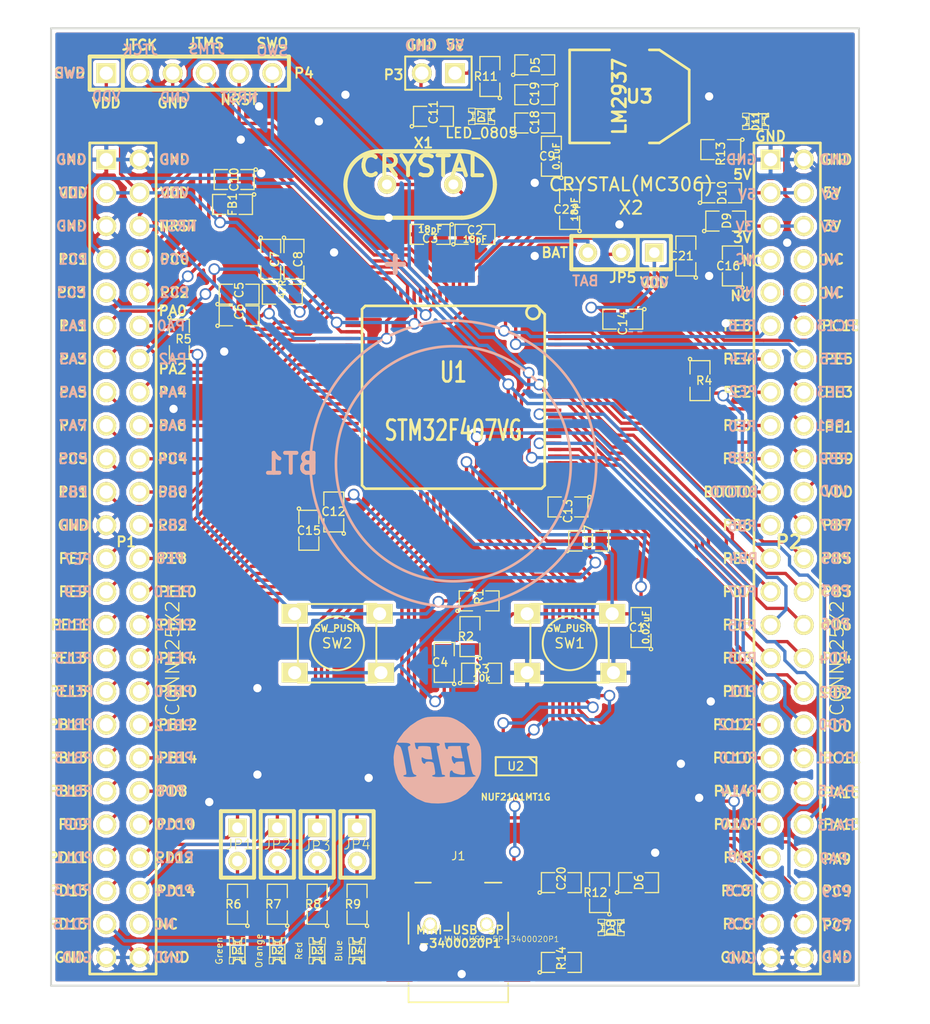
<source format=kicad_pcb>
(kicad_pcb (version 3) (host pcbnew "(2013-mar-13)-testing")
  (title_block (date "25 Фев 2014") (comment 2 Art_Electro) (comment 3 Art_Electro) (comment 4 Art_Electro))
  (layers (15 F.Cu signal) (0 B.Cu signal) (18 B.Paste user) (19 F.Paste user) (20 B.SilkS user) (21 F.SilkS user) (22 B.Mask user) (23 F.Mask user) (28 Edge.Cuts user))
  (net 0 "")
  (net 1 /3V)
  (net 2 /5V)
  (net 3 /5Vi)
  (net 4 /BOOT0)
  (net 5 /D+)
  (net 6 /D-)
  (net 7 /NC)
  (net 8 /NRST)
  (net 9 /PA0)
  (net 10 /PA1)
  (net 11 /PA10)
  (net 12 /PA11)
  (net 13 /PA12)
  (net 14 /PA13)
  (net 15 /PA14)
  (net 16 /PA15)
  (net 17 /PA2)
  (net 18 /PA3)
  (net 19 /PA4)
  (net 20 /PA5)
  (net 21 /PA6)
  (net 22 /PA7)
  (net 23 /PA8)
  (net 24 /PA9)
  (net 25 /PB0)
  (net 26 /PB1)
  (net 27 /PB10)
  (net 28 /PB11)
  (net 29 /PB12)
  (net 30 /PB13)
  (net 31 /PB14)
  (net 32 /PB15)
  (net 33 /PB2)
  (net 34 /PB3)
  (net 35 /PB4)
  (net 36 /PB5)
  (net 37 /PB6)
  (net 38 /PB7)
  (net 39 /PB8)
  (net 40 /PB9)
  (net 41 /PC0)
  (net 42 /PC1)
  (net 43 /PC10)
  (net 44 /PC11)
  (net 45 /PC12)
  (net 46 /PC13)
  (net 47 /PC2)
  (net 48 /PC3)
  (net 49 /PC4)
  (net 50 /PC5)
  (net 51 /PC6)
  (net 52 /PC7)
  (net 53 /PC8)
  (net 54 /PC9)
  (net 55 /PD0)
  (net 56 /PD1)
  (net 57 /PD10)
  (net 58 /PD11)
  (net 59 /PD12)
  (net 60 /PD13)
  (net 61 /PD14)
  (net 62 /PD15)
  (net 63 /PD2)
  (net 64 /PD3)
  (net 65 /PD4)
  (net 66 /PD5)
  (net 67 /PD6)
  (net 68 /PD7)
  (net 69 /PD8)
  (net 70 /PD9)
  (net 71 /PE0)
  (net 72 /PE1)
  (net 73 /PE10)
  (net 74 /PE11)
  (net 75 /PE12)
  (net 76 /PE13)
  (net 77 /PE14)
  (net 78 /PE15)
  (net 79 /PE2)
  (net 80 /PE3)
  (net 81 /PE4)
  (net 82 /PE5)
  (net 83 /PE6)
  (net 84 /PE7)
  (net 85 /PE8)
  (net 86 /PE9)
  (net 87 /VDD)
  (net 88 /Vbus)
  (net 89 GND)
  (net 90 N-00000116)
  (net 91 N-00000117)
  (net 92 N-00000118)
  (net 93 N-00000119)
  (net 94 N-00000120)
  (net 95 N-0000043)
  (net 96 N-0000044)
  (net 97 N-0000046)
  (net 98 N-0000047)
  (net 99 N-0000048)
  (net 100 N-0000049)
  (net 101 N-0000051)
  (net 102 N-0000052)
  (net 103 N-0000053)
  (net 104 N-0000054)
  (net 105 N-0000055)
  (net 106 N-0000057)
  (net 107 N-0000058)
  (net 108 N-0000059)
  (net 109 N-0000064)
  (net 110 N-0000065)
  (net 111 N-0000066)
  (net 112 N-0000067)
  (net 113 N-0000068)
  (net 114 N-0000071)
  (net 115 N-0000072)
  (net 116 N-0000076)
  (net 117 N-0000077)
  (net 118 N-0000082)
  (net 119 N-0000083)
  (module BATT_CR2032_MPD (layer B.Cu) (at 117.983 116.713 90)
    (fp_text reference BT1 (at 0 -12.4 360) (layer B.SilkS) (effects (font (thickness 0.3048)) (justify mirror)))
    (fp_text value BATTERY_CR2032 hide)
    (pad 1 smd rect (at 15.485 0 90) (size 3.29 3.29) (layers B.Cu B.Paste B.Mask) (net 98 N-0000047))
    (pad 2 smd rect (at -15.485 0 90) (size 3.29 3.29) (layers B.Cu B.Paste B.Mask) (net 89 GND))
  )
  (module SM0805 (layer F.Cu) (at 132.334 129.2225 90)
    (fp_text reference C1 (at 0 -0.3175 180) (layer F.SilkS) (effects (font (size 0.635 0.635) (thickness 0.10922))))
    (fp_text value 0.02uF (at 0 0.381 90) (layer F.SilkS) (effects (font (size 0.50038 0.50038) (thickness 0.10922))))
    (pad 1 smd rect (at -0.9525 0 90) (size 0.889 1.397) (layers F.Cu F.Paste F.Mask) (net 89 GND))
    (pad 2 smd rect (at 0.9525 0 90) (size 0.889 1.397) (layers F.Cu F.Paste F.Mask) (net 8 /NRST))
  )
  (module SM0805 (layer F.Cu) (at 119.634 99.187)
    (fp_text reference C2 (at 0 -0.3175) (layer F.SilkS) (effects (font (size 0.635 0.635) (thickness 0.10922))))
    (fp_text value 18pF (at 0 0.381) (layer F.SilkS) (effects (font (size 0.50038 0.50038) (thickness 0.10922))))
    (pad 1 smd rect (at -0.9525 0) (size 0.889 1.397) (layers F.Cu F.Paste F.Mask) (net 92 N-00000118))
    (pad 2 smd rect (at 0.9525 0) (size 0.889 1.397) (layers F.Cu F.Paste F.Mask) (net 89 GND))
  )
  (module SM0805 (layer F.Cu) (at 116.205 99.187 180)
    (fp_text reference C3 (at 0 -0.3175 360) (layer F.SilkS) (effects (font (size 0.635 0.635) (thickness 0.10922))))
    (fp_text value 18pF (at 0 0.381 180) (layer F.SilkS) (effects (font (size 0.50038 0.50038) (thickness 0.10922))))
    (pad 1 smd rect (at -0.9525 0 180) (size 0.889 1.397) (layers F.Cu F.Paste F.Mask) (net 90 N-00000116))
    (pad 2 smd rect (at 0.9525 0 180) (size 0.889 1.397) (layers F.Cu F.Paste F.Mask) (net 89 GND))
  )
  (module SM0805 (layer F.Cu) (at 117.2845 131.8895 90)
    (fp_text reference C4 (at 0 -0.3175 360) (layer F.SilkS) (effects (font (size 0.635 0.635) (thickness 0.10922))))
    (fp_text value 2u2F hide)
    (pad 1 smd rect (at -0.9525 0 90) (size 0.889 1.397) (layers F.Cu F.Paste F.Mask) (net 87 /VDD))
    (pad 2 smd rect (at 0.9525 0 90) (size 0.889 1.397) (layers F.Cu F.Paste F.Mask) (net 99 N-0000048))
  )
  (module SM0805 (layer F.Cu) (at 101.6 103.759)
    (fp_text reference C5 (at 0 -0.3175 90) (layer F.SilkS) (effects (font (size 0.635 0.635) (thickness 0.10922))))
    (fp_text value 0.01uF hide)
    (pad 1 smd rect (at -0.9525 0) (size 0.889 1.397) (layers F.Cu F.Paste F.Mask) (net 89 GND))
    (pad 2 smd rect (at 0.9525 0) (size 0.889 1.397) (layers F.Cu F.Paste F.Mask) (net 117 N-0000077))
  )
  (module SM0805 (layer F.Cu) (at 101.6 105.41)
    (fp_text reference C6 (at 0 -0.3175 90) (layer F.SilkS) (effects (font (size 0.635 0.635) (thickness 0.10922))))
    (fp_text value 1uF hide)
    (pad 1 smd rect (at -0.9525 0) (size 0.889 1.397) (layers F.Cu F.Paste F.Mask) (net 89 GND))
    (pad 2 smd rect (at 0.9525 0) (size 0.889 1.397) (layers F.Cu F.Paste F.Mask) (net 117 N-0000077))
  )
  (module SM0805 (layer F.Cu) (at 104.013 101.092 270)
    (fp_text reference C7 (at 0 -0.3175 270) (layer F.SilkS) (effects (font (size 0.635 0.635) (thickness 0.10922))))
    (fp_text value 1uF hide)
    (pad 1 smd rect (at -0.9525 0 270) (size 0.889 1.397) (layers F.Cu F.Paste F.Mask) (net 89 GND))
    (pad 2 smd rect (at 0.9525 0 270) (size 0.889 1.397) (layers F.Cu F.Paste F.Mask) (net 94 N-00000120))
  )
  (module SM0805 (layer F.Cu) (at 105.791 101.092 270)
    (fp_text reference C8 (at 0 -0.3175 270) (layer F.SilkS) (effects (font (size 0.635 0.635) (thickness 0.10922))))
    (fp_text value 0.01uF hide)
    (pad 1 smd rect (at -0.9525 0 270) (size 0.889 1.397) (layers F.Cu F.Paste F.Mask) (net 89 GND))
    (pad 2 smd rect (at 0.9525 0 270) (size 0.889 1.397) (layers F.Cu F.Paste F.Mask) (net 94 N-00000120))
  )
  (module SM0805 (layer F.Cu) (at 125.476 93.218 90)
    (fp_text reference C9 (at 0 -0.3175 360) (layer F.SilkS) (effects (font (size 0.635 0.635) (thickness 0.10922))))
    (fp_text value 0.1uF (at 0 0.381 90) (layer F.SilkS) (effects (font (size 0.50038 0.50038) (thickness 0.10922))))
    (pad 1 smd rect (at -0.9525 0 90) (size 0.889 1.397) (layers F.Cu F.Paste F.Mask) (net 89 GND))
    (pad 2 smd rect (at 0.9525 0 90) (size 0.889 1.397) (layers F.Cu F.Paste F.Mask) (net 87 /VDD))
  )
  (module SM0805 (layer F.Cu) (at 101.219 94.996 180)
    (fp_text reference C10 (at 0 0 270) (layer F.SilkS) (effects (font (size 0.635 0.635) (thickness 0.10922))))
    (fp_text value 0.1uF hide)
    (pad 1 smd rect (at -0.9525 0 180) (size 0.889 1.397) (layers F.Cu F.Paste F.Mask) (net 89 GND))
    (pad 2 smd rect (at 0.9525 0 180) (size 0.889 1.397) (layers F.Cu F.Paste F.Mask) (net 87 /VDD))
  )
  (module SM0805 (layer F.Cu) (at 116.459 90.17)
    (fp_text reference C11 (at 0 -0.3175 90) (layer F.SilkS) (effects (font (size 0.635 0.635) (thickness 0.10922))))
    (fp_text value 0.1uF hide)
    (pad 1 smd rect (at -0.9525 0) (size 0.889 1.397) (layers F.Cu F.Paste F.Mask) (net 89 GND))
    (pad 2 smd rect (at 0.9525 0) (size 0.889 1.397) (layers F.Cu F.Paste F.Mask) (net 87 /VDD))
  )
  (module SM0805 (layer F.Cu) (at 108.839 120.396 90)
    (fp_text reference C12 (at 0.0254 -0.0254 360) (layer F.SilkS) (effects (font (size 0.635 0.635) (thickness 0.10922))))
    (fp_text value 0.1uF hide)
    (pad 1 smd rect (at -0.9525 0 90) (size 0.889 1.397) (layers F.Cu F.Paste F.Mask) (net 89 GND))
    (pad 2 smd rect (at 0.9525 0 90) (size 0.889 1.397) (layers F.Cu F.Paste F.Mask) (net 87 /VDD))
  )
  (module SM0805 (layer F.Cu) (at 126.746 120.015 180)
    (fp_text reference C13 (at 0 -0.3175 270) (layer F.SilkS) (effects (font (size 0.635 0.635) (thickness 0.10922))))
    (fp_text value 0.1uF hide)
    (pad 1 smd rect (at -0.9525 0 180) (size 0.889 1.397) (layers F.Cu F.Paste F.Mask) (net 89 GND))
    (pad 2 smd rect (at 0.9525 0 180) (size 0.889 1.397) (layers F.Cu F.Paste F.Mask) (net 87 /VDD))
  )
  (module SM0805 (layer F.Cu) (at 130.937 105.664 180)
    (fp_text reference C14 (at 0 -0.3175 270) (layer F.SilkS) (effects (font (size 0.635 0.635) (thickness 0.10922))))
    (fp_text value 0.1uF hide)
    (pad 1 smd rect (at -0.9525 0 180) (size 0.889 1.397) (layers F.Cu F.Paste F.Mask) (net 89 GND))
    (pad 2 smd rect (at 0.9525 0 180) (size 0.889 1.397) (layers F.Cu F.Paste F.Mask) (net 87 /VDD))
  )
  (module SM0805 (layer F.Cu) (at 106.934 121.793 270)
    (fp_text reference C15 (at 0.0254 0 360) (layer F.SilkS) (effects (font (size 0.635 0.635) (thickness 0.10922))))
    (fp_text value 2u2F hide)
    (pad 1 smd rect (at -0.9525 0 270) (size 0.889 1.397) (layers F.Cu F.Paste F.Mask) (net 93 N-00000119))
    (pad 2 smd rect (at 0.9525 0 270) (size 0.889 1.397) (layers F.Cu F.Paste F.Mask) (net 89 GND))
  )
  (module SM0805 (layer F.Cu) (at 139.319 101.6 90)
    (fp_text reference C16 (at 0 -0.3175 360) (layer F.SilkS) (effects (font (size 0.635 0.635) (thickness 0.10922))))
    (fp_text value 1uF hide)
    (pad 1 smd rect (at -0.9525 0 90) (size 0.889 1.397) (layers F.Cu F.Paste F.Mask) (net 89 GND))
    (pad 2 smd rect (at 0.9525 0 90) (size 0.889 1.397) (layers F.Cu F.Paste F.Mask) (net 87 /VDD))
  )
  (module SM0805 (layer F.Cu) (at 128.3335 122.6185)
    (fp_text reference C17 (at 0 -0.3175 90) (layer F.SilkS) (effects (font (size 0.635 0.635) (thickness 0.10922))))
    (fp_text value 2u2F hide)
    (pad 1 smd rect (at -0.9525 0) (size 0.889 1.397) (layers F.Cu F.Paste F.Mask) (net 91 N-00000117))
    (pad 2 smd rect (at 0.9525 0) (size 0.889 1.397) (layers F.Cu F.Paste F.Mask) (net 89 GND))
  )
  (module SM0805 (layer F.Cu) (at 124.206 90.678)
    (fp_text reference C18 (at 0 -0.0508 90) (layer F.SilkS) (effects (font (size 0.635 0.635) (thickness 0.10922))))
    (fp_text value 0.1uF hide)
    (pad 1 smd rect (at -0.9525 0) (size 0.889 1.397) (layers F.Cu F.Paste F.Mask) (net 89 GND))
    (pad 2 smd rect (at 0.9525 0) (size 0.889 1.397) (layers F.Cu F.Paste F.Mask) (net 3 /5Vi))
  )
  (module SM0805 (layer F.Cu) (at 124.206 88.519 180)
    (fp_text reference C19 (at 0 0.0762 270) (layer F.SilkS) (effects (font (size 0.635 0.635) (thickness 0.10922))))
    (fp_text value 4.7uF hide)
    (pad 1 smd rect (at -0.9525 0 180) (size 0.889 1.397) (layers F.Cu F.Paste F.Mask) (net 3 /5Vi))
    (pad 2 smd rect (at 0.9525 0 180) (size 0.889 1.397) (layers F.Cu F.Paste F.Mask) (net 89 GND))
  )
  (module LED-0805_A (layer F.Cu) (at 101.473 153.924 270)
    (fp_text reference D1 (at 0 0 360) (layer F.SilkS) (effects (font (size 0.50038 0.50038) (thickness 0.1143))))
    (fp_text value LED_0805 hide)
    (pad 1 smd rect (at -1.04902 0 270) (size 1.19888 1.19888) (layers F.Cu F.Paste F.Mask) (net 109 N-0000064))
    (pad 2 smd rect (at 1.04902 0 270) (size 1.19888 1.19888) (layers F.Cu F.Paste F.Mask) (net 89 GND))
  )
  (module LED-0805_A (layer F.Cu) (at 104.521 153.924 270)
    (fp_text reference D2 (at 0 0 360) (layer F.SilkS) (effects (font (size 0.50038 0.50038) (thickness 0.1143))))
    (fp_text value LED_0805 hide)
    (pad 1 smd rect (at -1.04902 0 270) (size 1.19888 1.19888) (layers F.Cu F.Paste F.Mask) (net 110 N-0000065))
    (pad 2 smd rect (at 1.04902 0 270) (size 1.19888 1.19888) (layers F.Cu F.Paste F.Mask) (net 89 GND))
  )
  (module LED-0805_A (layer F.Cu) (at 107.569 153.924 270)
    (fp_text reference D3 (at 0 0 360) (layer F.SilkS) (effects (font (size 0.50038 0.50038) (thickness 0.1143))))
    (fp_text value LED_0805 hide)
    (pad 1 smd rect (at -1.04902 0 270) (size 1.19888 1.19888) (layers F.Cu F.Paste F.Mask) (net 111 N-0000066))
    (pad 2 smd rect (at 1.04902 0 270) (size 1.19888 1.19888) (layers F.Cu F.Paste F.Mask) (net 89 GND))
  )
  (module LED-0805_A (layer F.Cu) (at 110.617 153.924 270)
    (fp_text reference D4 (at 0 0 360) (layer F.SilkS) (effects (font (size 0.50038 0.50038) (thickness 0.1143))))
    (fp_text value LED_0805 hide)
    (pad 1 smd rect (at -1.04902 0 270) (size 1.19888 1.19888) (layers F.Cu F.Paste F.Mask) (net 112 N-0000067))
    (pad 2 smd rect (at 1.04902 0 270) (size 1.19888 1.19888) (layers F.Cu F.Paste F.Mask) (net 89 GND))
  )
  (module LED-0805_A (layer F.Cu) (at 120.142 90.17)
    (fp_text reference D7 (at 0 0 90) (layer F.SilkS) (effects (font (size 0.50038 0.50038) (thickness 0.1143))))
    (fp_text value LED_0805 (at 0 1.27) (layer F.SilkS) (effects (font (size 0.762 0.762) (thickness 0.127))))
    (pad 1 smd rect (at -1.04902 0) (size 1.19888 1.19888) (layers F.Cu F.Paste F.Mask) (net 106 N-0000057))
    (pad 2 smd rect (at 1.04902 0) (size 1.19888 1.19888) (layers F.Cu F.Paste F.Mask) (net 89 GND))
  )
  (module LED-0805_A (layer F.Cu) (at 130.048 152.146)
    (fp_text reference D8 (at 0 0 90) (layer F.SilkS) (effects (font (size 0.635 0.635) (thickness 0.10922))))
    (fp_text value LED_0805 hide)
    (pad 1 smd rect (at -1.04902 0) (size 1.19888 1.19888) (layers F.Cu F.Paste F.Mask) (net 108 N-0000059))
    (pad 2 smd rect (at 1.04902 0) (size 1.19888 1.19888) (layers F.Cu F.Paste F.Mask) (net 89 GND))
  )
  (module LED-0805_A (layer F.Cu) (at 141.097 90.551)
    (fp_text reference D11 (at 0 0 90) (layer F.SilkS) (effects (font (size 0.50038 0.50038) (thickness 0.1143))))
    (fp_text value LED_0805 hide)
    (pad 1 smd rect (at -1.04902 0) (size 1.19888 1.19888) (layers F.Cu F.Paste F.Mask) (net 113 N-0000068))
    (pad 2 smd rect (at 1.04902 0) (size 1.19888 1.19888) (layers F.Cu F.Paste F.Mask) (net 89 GND))
  )
  (module SM0805 (layer F.Cu) (at 101.092 96.901 180)
    (fp_text reference FB1 (at 0 0 270) (layer F.SilkS) (effects (font (size 0.635 0.635) (thickness 0.10922))))
    (fp_text value FILTER hide)
    (pad 1 smd rect (at -0.9525 0 180) (size 0.889 1.397) (layers F.Cu F.Paste F.Mask) (net 94 N-00000120))
    (pad 2 smd rect (at 0.9525 0 180) (size 0.889 1.397) (layers F.Cu F.Paste F.Mask) (net 87 /VDD))
  )
  (module JUMPER-2 (layer F.Cu) (at 101.473 145.796 270)
    (fp_text reference JP1 (at 0 -0.127 360) (layer F.SilkS) (effects (font (size 0.762 0.762) (thickness 0.0762))))
    (fp_text value JUMPER hide)
    (pad 1 thru_hole rect (at -1.27 0 270) (size 1.397 1.397) (drill 0.8128) (layers *.Cu *.Mask F.SilkS) (net 59 /PD12))
    (pad 2 thru_hole circle (at 1.27 0 270) (size 1.397 1.397) (drill 0.8128) (layers *.Cu *.Mask F.SilkS) (net 101 N-0000051))
  )
  (module JUMPER-2 (layer F.Cu) (at 104.521 145.796 270)
    (fp_text reference JP2 (at 0 0 360) (layer F.SilkS) (effects (font (size 0.762 0.762) (thickness 0.0762))))
    (fp_text value JUMPER hide)
    (pad 1 thru_hole rect (at -1.27 0 270) (size 1.397 1.397) (drill 0.8128) (layers *.Cu *.Mask F.SilkS) (net 60 /PD13))
    (pad 2 thru_hole circle (at 1.27 0 270) (size 1.397 1.397) (drill 0.8128) (layers *.Cu *.Mask F.SilkS) (net 102 N-0000052))
  )
  (module JUMPER-2 (layer F.Cu) (at 107.569 145.796 270)
    (fp_text reference JP3 (at 0.127 0 360) (layer F.SilkS) (effects (font (size 0.762 0.762) (thickness 0.0762))))
    (fp_text value JUMPER hide)
    (pad 1 thru_hole rect (at -1.27 0 270) (size 1.397 1.397) (drill 0.8128) (layers *.Cu *.Mask F.SilkS) (net 61 /PD14))
    (pad 2 thru_hole circle (at 1.27 0 270) (size 1.397 1.397) (drill 0.8128) (layers *.Cu *.Mask F.SilkS) (net 103 N-0000053))
  )
  (module JUMPER-2 (layer F.Cu) (at 110.617 145.796 270)
    (fp_text reference JP4 (at 0 0 360) (layer F.SilkS) (effects (font (size 0.762 0.762) (thickness 0.0762))))
    (fp_text value JUMPER hide)
    (pad 1 thru_hole rect (at -1.27 0 270) (size 1.397 1.397) (drill 0.8128) (layers *.Cu *.Mask F.SilkS) (net 62 /PD15))
    (pad 2 thru_hole circle (at 1.27 0 270) (size 1.397 1.397) (drill 0.8128) (layers *.Cu *.Mask F.SilkS) (net 104 N-0000054))
  )
  (module SIL-3 (layer F.Cu) (at 130.81 100.584 180)
    (fp_text reference JP5 (at -0.127 -1.905 180) (layer F.SilkS) (effects (font (size 0.762 0.762) (thickness 0.1524))))
    (fp_text value JUMPER3 hide)
    (pad 1 thru_hole rect (at -2.54 0 180) (size 1.397 1.397) (drill 0.8128) (layers *.Cu *.Mask F.SilkS) (net 87 /VDD))
    (pad 2 thru_hole circle (at 0 0 180) (size 1.397 1.397) (drill 0.8128) (layers *.Cu *.Mask F.SilkS) (net 97 N-0000046))
    (pad 3 thru_hole circle (at 2.54 0 180) (size 1.397 1.397) (drill 0.8128) (layers *.Cu *.Mask F.SilkS) (net 98 N-0000047))
  )
  (module PIN_ARRAY_25x2_A (layer F.Cu) (at 92.71 123.952 270)
    (fp_text reference P1 (at -1.27 -0.254 360) (layer F.SilkS) (effects (font (size 0.762 0.762) (thickness 0.1524))))
    (fp_text value CONN_25X2 (at 7.62 -3.81 270) (layer F.SilkS) (effects (font (size 1.016 1.016) (thickness 0.1016))))
    (pad 1 thru_hole rect (at -30.48 1.27 270) (size 1.524 1.524) (drill 1.016) (layers *.Cu *.Mask F.SilkS) (net 89 GND))
    (pad 2 thru_hole circle (at -30.48 -1.27 270) (size 1.524 1.524) (drill 1.016) (layers *.Cu *.Mask F.SilkS) (net 89 GND))
    (pad 3 thru_hole circle (at -27.94 1.27 270) (size 1.524 1.524) (drill 1.016) (layers *.Cu *.Mask F.SilkS) (net 87 /VDD))
    (pad 4 thru_hole circle (at -27.94 -1.27 270) (size 1.524 1.524) (drill 1.016) (layers *.Cu *.Mask F.SilkS) (net 87 /VDD))
    (pad 5 thru_hole circle (at -25.4 1.27 270) (size 1.524 1.524) (drill 1.016) (layers *.Cu *.Mask F.SilkS) (net 89 GND))
    (pad 6 thru_hole circle (at -25.4 -1.27 270) (size 1.524 1.524) (drill 1.016) (layers *.Cu *.Mask F.SilkS) (net 8 /NRST))
    (pad 7 thru_hole circle (at -22.86 1.27 270) (size 1.524 1.524) (drill 1.016) (layers *.Cu *.Mask F.SilkS) (net 42 /PC1))
    (pad 8 thru_hole circle (at -22.86 -1.27 270) (size 1.524 1.524) (drill 1.016) (layers *.Cu *.Mask F.SilkS) (net 41 /PC0))
    (pad 9 thru_hole circle (at -20.32 1.27 270) (size 1.524 1.524) (drill 1.016) (layers *.Cu *.Mask F.SilkS) (net 48 /PC3))
    (pad 10 thru_hole circle (at -20.32 -1.27 270) (size 1.524 1.524) (drill 1.016) (layers *.Cu *.Mask F.SilkS) (net 47 /PC2))
    (pad 11 thru_hole circle (at -17.78 1.27 270) (size 1.524 1.524) (drill 1.016) (layers *.Cu *.Mask F.SilkS) (net 10 /PA1))
    (pad 12 thru_hole circle (at -17.78 -1.27 270) (size 1.524 1.524) (drill 1.016) (layers *.Cu *.Mask F.SilkS) (net 9 /PA0))
    (pad 13 thru_hole circle (at -15.24 1.27 270) (size 1.524 1.524) (drill 1.016) (layers *.Cu *.Mask F.SilkS) (net 18 /PA3))
    (pad 14 thru_hole circle (at -15.24 -1.27 270) (size 1.524 1.524) (drill 1.016) (layers *.Cu *.Mask F.SilkS) (net 17 /PA2))
    (pad 15 thru_hole circle (at -12.7 1.27 270) (size 1.524 1.524) (drill 1.016) (layers *.Cu *.Mask F.SilkS) (net 20 /PA5))
    (pad 16 thru_hole circle (at -12.7 -1.27 270) (size 1.524 1.524) (drill 1.016) (layers *.Cu *.Mask F.SilkS) (net 19 /PA4))
    (pad 17 thru_hole circle (at -10.16 1.27 270) (size 1.524 1.524) (drill 1.016) (layers *.Cu *.Mask F.SilkS) (net 22 /PA7))
    (pad 18 thru_hole circle (at -10.16 -1.27 270) (size 1.524 1.524) (drill 1.016) (layers *.Cu *.Mask F.SilkS) (net 21 /PA6))
    (pad 19 thru_hole circle (at -7.62 1.27 270) (size 1.524 1.524) (drill 1.016) (layers *.Cu *.Mask F.SilkS) (net 50 /PC5))
    (pad 20 thru_hole circle (at -7.62 -1.27 270) (size 1.524 1.524) (drill 1.016) (layers *.Cu *.Mask F.SilkS) (net 49 /PC4))
    (pad 21 thru_hole circle (at -5.08 1.27 270) (size 1.524 1.524) (drill 1.016) (layers *.Cu *.Mask F.SilkS) (net 26 /PB1))
    (pad 22 thru_hole circle (at -5.08 -1.27 270) (size 1.524 1.524) (drill 1.016) (layers *.Cu *.Mask F.SilkS) (net 25 /PB0))
    (pad 23 thru_hole circle (at -2.54 1.27 270) (size 1.524 1.524) (drill 1.016) (layers *.Cu *.Mask F.SilkS) (net 89 GND))
    (pad 24 thru_hole circle (at -2.54 -1.27 270) (size 1.524 1.524) (drill 1.016) (layers *.Cu *.Mask F.SilkS) (net 33 /PB2))
    (pad 25 thru_hole circle (at 0 1.27 270) (size 1.524 1.524) (drill 1.016) (layers *.Cu *.Mask F.SilkS) (net 84 /PE7))
    (pad 26 thru_hole circle (at 0 -1.27 270) (size 1.524 1.524) (drill 1.016) (layers *.Cu *.Mask F.SilkS) (net 85 /PE8))
    (pad 27 thru_hole circle (at 2.54 1.27 270) (size 1.524 1.524) (drill 1.016) (layers *.Cu *.Mask F.SilkS) (net 86 /PE9))
    (pad 28 thru_hole circle (at 2.54 -1.27 270) (size 1.524 1.524) (drill 1.016) (layers *.Cu *.Mask F.SilkS) (net 73 /PE10))
    (pad 29 thru_hole circle (at 5.08 1.27 270) (size 1.524 1.524) (drill 1.016) (layers *.Cu *.Mask F.SilkS) (net 74 /PE11))
    (pad 30 thru_hole circle (at 5.08 -1.27 270) (size 1.524 1.524) (drill 1.016) (layers *.Cu *.Mask F.SilkS) (net 75 /PE12))
    (pad 31 thru_hole circle (at 7.62 1.27 270) (size 1.524 1.524) (drill 1.016) (layers *.Cu *.Mask F.SilkS) (net 76 /PE13))
    (pad 32 thru_hole circle (at 7.62 -1.27 270) (size 1.524 1.524) (drill 1.016) (layers *.Cu *.Mask F.SilkS) (net 77 /PE14))
    (pad 33 thru_hole circle (at 10.16 1.27 270) (size 1.524 1.524) (drill 1.016) (layers *.Cu *.Mask F.SilkS) (net 78 /PE15))
    (pad 34 thru_hole circle (at 10.16 -1.27 270) (size 1.524 1.524) (drill 1.016) (layers *.Cu *.Mask F.SilkS) (net 27 /PB10))
    (pad 35 thru_hole circle (at 12.7 1.27 270) (size 1.524 1.524) (drill 1.016) (layers *.Cu *.Mask F.SilkS) (net 28 /PB11))
    (pad 36 thru_hole circle (at 12.7 -1.27 270) (size 1.524 1.524) (drill 1.016) (layers *.Cu *.Mask F.SilkS) (net 29 /PB12))
    (pad 37 thru_hole circle (at 15.24 1.27 270) (size 1.524 1.524) (drill 1.016) (layers *.Cu *.Mask F.SilkS) (net 30 /PB13))
    (pad 38 thru_hole circle (at 15.24 -1.27 270) (size 1.524 1.524) (drill 1.016) (layers *.Cu *.Mask F.SilkS) (net 31 /PB14))
    (pad 39 thru_hole circle (at 17.78 1.27 270) (size 1.524 1.524) (drill 1.016) (layers *.Cu *.Mask F.SilkS) (net 32 /PB15))
    (pad 40 thru_hole circle (at 17.78 -1.27 270) (size 1.524 1.524) (drill 1.016) (layers *.Cu *.Mask F.SilkS) (net 69 /PD8))
    (pad 41 thru_hole circle (at 20.32 1.27 270) (size 1.524 1.524) (drill 1.016) (layers *.Cu *.Mask F.SilkS) (net 70 /PD9))
    (pad 42 thru_hole circle (at 20.32 -1.27 270) (size 1.524 1.524) (drill 1.016) (layers *.Cu *.Mask F.SilkS) (net 57 /PD10))
    (pad 43 thru_hole circle (at 22.86 1.27 270) (size 1.524 1.524) (drill 1.016) (layers *.Cu *.Mask F.SilkS) (net 58 /PD11))
    (pad 44 thru_hole circle (at 22.86 -1.27 270) (size 1.524 1.524) (drill 1.016) (layers *.Cu *.Mask F.SilkS) (net 59 /PD12))
    (pad 45 thru_hole circle (at 25.4 1.27 270) (size 1.524 1.524) (drill 1.016) (layers *.Cu *.Mask F.SilkS) (net 60 /PD13))
    (pad 46 thru_hole circle (at 25.4 -1.27 270) (size 1.524 1.524) (drill 1.016) (layers *.Cu *.Mask F.SilkS) (net 61 /PD14))
    (pad 47 thru_hole circle (at 27.94 1.27 270) (size 1.524 1.524) (drill 1.016) (layers *.Cu *.Mask F.SilkS) (net 62 /PD15))
    (pad 48 thru_hole circle (at 27.94 -1.27 270) (size 1.524 1.524) (drill 1.016) (layers *.Cu *.Mask F.SilkS) (net 7 /NC))
    (pad 49 thru_hole circle (at 30.48 1.27 270) (size 1.524 1.524) (drill 1.016) (layers *.Cu *.Mask F.SilkS) (net 89 GND))
    (pad 50 thru_hole circle (at 30.48 -1.27 270) (size 1.524 1.524) (drill 1.016) (layers *.Cu *.Mask F.SilkS) (net 89 GND))
  )
  (module PIN_ARRAY_25x2_A (layer F.Cu) (at 143.51 123.952 270)
    (fp_text reference P2 (at -1.27 -0.127 360) (layer F.SilkS) (effects (font (size 1.016 1.016) (thickness 0.2032))))
    (fp_text value CONN_25X2 (at 7.62 -3.81 270) (layer F.SilkS) (effects (font (size 1.016 1.016) (thickness 0.1016))))
    (pad 1 thru_hole rect (at -30.48 1.27 270) (size 1.524 1.524) (drill 1.016) (layers *.Cu *.Mask F.SilkS) (net 89 GND))
    (pad 2 thru_hole circle (at -30.48 -1.27 270) (size 1.524 1.524) (drill 1.016) (layers *.Cu *.Mask F.SilkS) (net 89 GND))
    (pad 3 thru_hole circle (at -27.94 1.27 270) (size 1.524 1.524) (drill 1.016) (layers *.Cu *.Mask F.SilkS) (net 2 /5V))
    (pad 4 thru_hole circle (at -27.94 -1.27 270) (size 1.524 1.524) (drill 1.016) (layers *.Cu *.Mask F.SilkS) (net 2 /5V))
    (pad 5 thru_hole circle (at -25.4 1.27 270) (size 1.524 1.524) (drill 1.016) (layers *.Cu *.Mask F.SilkS) (net 1 /3V))
    (pad 6 thru_hole circle (at -25.4 -1.27 270) (size 1.524 1.524) (drill 1.016) (layers *.Cu *.Mask F.SilkS) (net 1 /3V))
    (pad 7 thru_hole circle (at -22.86 1.27 270) (size 1.524 1.524) (drill 1.016) (layers *.Cu *.Mask F.SilkS) (net 95 N-0000043))
    (pad 8 thru_hole circle (at -22.86 -1.27 270) (size 1.524 1.524) (drill 1.016) (layers *.Cu *.Mask F.SilkS) (net 96 N-0000044))
    (pad 9 thru_hole circle (at -20.32 1.27 270) (size 1.524 1.524) (drill 1.016) (layers *.Cu *.Mask F.SilkS) (net 115 N-0000072))
    (pad 10 thru_hole circle (at -20.32 -1.27 270) (size 1.524 1.524) (drill 1.016) (layers *.Cu *.Mask F.SilkS) (net 114 N-0000071))
    (pad 11 thru_hole circle (at -17.78 1.27 270) (size 1.524 1.524) (drill 1.016) (layers *.Cu *.Mask F.SilkS) (net 83 /PE6))
    (pad 12 thru_hole circle (at -17.78 -1.27 270) (size 1.524 1.524) (drill 1.016) (layers *.Cu *.Mask F.SilkS) (net 46 /PC13))
    (pad 13 thru_hole circle (at -15.24 1.27 270) (size 1.524 1.524) (drill 1.016) (layers *.Cu *.Mask F.SilkS) (net 81 /PE4))
    (pad 14 thru_hole circle (at -15.24 -1.27 270) (size 1.524 1.524) (drill 1.016) (layers *.Cu *.Mask F.SilkS) (net 82 /PE5))
    (pad 15 thru_hole circle (at -12.7 1.27 270) (size 1.524 1.524) (drill 1.016) (layers *.Cu *.Mask F.SilkS) (net 79 /PE2))
    (pad 16 thru_hole circle (at -12.7 -1.27 270) (size 1.524 1.524) (drill 1.016) (layers *.Cu *.Mask F.SilkS) (net 80 /PE3))
    (pad 17 thru_hole circle (at -10.16 1.27 270) (size 1.524 1.524) (drill 1.016) (layers *.Cu *.Mask F.SilkS) (net 71 /PE0))
    (pad 18 thru_hole circle (at -10.16 -1.27 270) (size 1.524 1.524) (drill 1.016) (layers *.Cu *.Mask F.SilkS) (net 72 /PE1))
    (pad 19 thru_hole circle (at -7.62 1.27 270) (size 1.524 1.524) (drill 1.016) (layers *.Cu *.Mask F.SilkS) (net 39 /PB8))
    (pad 20 thru_hole circle (at -7.62 -1.27 270) (size 1.524 1.524) (drill 1.016) (layers *.Cu *.Mask F.SilkS) (net 40 /PB9))
    (pad 21 thru_hole circle (at -5.08 1.27 270) (size 1.524 1.524) (drill 1.016) (layers *.Cu *.Mask F.SilkS) (net 4 /BOOT0))
    (pad 22 thru_hole circle (at -5.08 -1.27 270) (size 1.524 1.524) (drill 1.016) (layers *.Cu *.Mask F.SilkS) (net 87 /VDD))
    (pad 23 thru_hole circle (at -2.54 1.27 270) (size 1.524 1.524) (drill 1.016) (layers *.Cu *.Mask F.SilkS) (net 37 /PB6))
    (pad 24 thru_hole circle (at -2.54 -1.27 270) (size 1.524 1.524) (drill 1.016) (layers *.Cu *.Mask F.SilkS) (net 38 /PB7))
    (pad 25 thru_hole circle (at 0 1.27 270) (size 1.524 1.524) (drill 1.016) (layers *.Cu *.Mask F.SilkS) (net 35 /PB4))
    (pad 26 thru_hole circle (at 0 -1.27 270) (size 1.524 1.524) (drill 1.016) (layers *.Cu *.Mask F.SilkS) (net 36 /PB5))
    (pad 27 thru_hole circle (at 2.54 1.27 270) (size 1.524 1.524) (drill 1.016) (layers *.Cu *.Mask F.SilkS) (net 68 /PD7))
    (pad 28 thru_hole circle (at 2.54 -1.27 270) (size 1.524 1.524) (drill 1.016) (layers *.Cu *.Mask F.SilkS) (net 34 /PB3))
    (pad 29 thru_hole circle (at 5.08 1.27 270) (size 1.524 1.524) (drill 1.016) (layers *.Cu *.Mask F.SilkS) (net 66 /PD5))
    (pad 30 thru_hole circle (at 5.08 -1.27 270) (size 1.524 1.524) (drill 1.016) (layers *.Cu *.Mask F.SilkS) (net 67 /PD6))
    (pad 31 thru_hole circle (at 7.62 1.27 270) (size 1.524 1.524) (drill 1.016) (layers *.Cu *.Mask F.SilkS) (net 64 /PD3))
    (pad 32 thru_hole circle (at 7.62 -1.27 270) (size 1.524 1.524) (drill 1.016) (layers *.Cu *.Mask F.SilkS) (net 65 /PD4))
    (pad 33 thru_hole circle (at 10.16 1.27 270) (size 1.524 1.524) (drill 1.016) (layers *.Cu *.Mask F.SilkS) (net 56 /PD1))
    (pad 34 thru_hole circle (at 10.16 -1.27 270) (size 1.524 1.524) (drill 1.016) (layers *.Cu *.Mask F.SilkS) (net 63 /PD2))
    (pad 35 thru_hole circle (at 12.7 1.27 270) (size 1.524 1.524) (drill 1.016) (layers *.Cu *.Mask F.SilkS) (net 45 /PC12))
    (pad 36 thru_hole circle (at 12.7 -1.27 270) (size 1.524 1.524) (drill 1.016) (layers *.Cu *.Mask F.SilkS) (net 55 /PD0))
    (pad 37 thru_hole circle (at 15.24 1.27 270) (size 1.524 1.524) (drill 1.016) (layers *.Cu *.Mask F.SilkS) (net 43 /PC10))
    (pad 38 thru_hole circle (at 15.24 -1.27 270) (size 1.524 1.524) (drill 1.016) (layers *.Cu *.Mask F.SilkS) (net 44 /PC11))
    (pad 39 thru_hole circle (at 17.78 1.27 270) (size 1.524 1.524) (drill 1.016) (layers *.Cu *.Mask F.SilkS) (net 15 /PA14))
    (pad 40 thru_hole circle (at 17.78 -1.27 270) (size 1.524 1.524) (drill 1.016) (layers *.Cu *.Mask F.SilkS) (net 16 /PA15))
    (pad 41 thru_hole circle (at 20.32 1.27 270) (size 1.524 1.524) (drill 1.016) (layers *.Cu *.Mask F.SilkS) (net 11 /PA10))
    (pad 42 thru_hole circle (at 20.32 -1.27 270) (size 1.524 1.524) (drill 1.016) (layers *.Cu *.Mask F.SilkS) (net 14 /PA13))
    (pad 43 thru_hole circle (at 22.86 1.27 270) (size 1.524 1.524) (drill 1.016) (layers *.Cu *.Mask F.SilkS) (net 23 /PA8))
    (pad 44 thru_hole circle (at 22.86 -1.27 270) (size 1.524 1.524) (drill 1.016) (layers *.Cu *.Mask F.SilkS) (net 24 /PA9))
    (pad 45 thru_hole circle (at 25.4 1.27 270) (size 1.524 1.524) (drill 1.016) (layers *.Cu *.Mask F.SilkS) (net 53 /PC8))
    (pad 46 thru_hole circle (at 25.4 -1.27 270) (size 1.524 1.524) (drill 1.016) (layers *.Cu *.Mask F.SilkS) (net 54 /PC9))
    (pad 47 thru_hole circle (at 27.94 1.27 270) (size 1.524 1.524) (drill 1.016) (layers *.Cu *.Mask F.SilkS) (net 51 /PC6))
    (pad 48 thru_hole circle (at 27.94 -1.27 270) (size 1.524 1.524) (drill 1.016) (layers *.Cu *.Mask F.SilkS) (net 52 /PC7))
    (pad 49 thru_hole circle (at 30.48 1.27 270) (size 1.524 1.524) (drill 1.016) (layers *.Cu *.Mask F.SilkS) (net 89 GND))
    (pad 50 thru_hole circle (at 30.48 -1.27 270) (size 1.524 1.524) (drill 1.016) (layers *.Cu *.Mask F.SilkS) (net 89 GND))
  )
  (module PIN_ARRAY_2_A (layer F.Cu) (at 116.84 86.868 180)
    (fp_text reference P3 (at 3.429 -0.127 360) (layer F.SilkS) (effects (font (size 0.762 0.762) (thickness 0.1524))))
    (fp_text value CONN_2 hide)
    (pad 1 thru_hole rect (at -1.27 0 180) (size 1.524 1.524) (drill 1.016) (layers *.Cu *.Mask F.SilkS) (net 107 N-0000058))
    (pad 2 thru_hole circle (at 1.27 0 180) (size 1.524 1.524) (drill 1.016) (layers *.Cu *.Mask F.SilkS) (net 89 GND))
  )
  (module PIN_ARRAY-6X1 (layer F.Cu) (at 97.79 86.868)
    (fp_text reference P4 (at 8.763 0) (layer F.SilkS) (effects (font (size 0.762 0.762) (thickness 0.1524))))
    (fp_text value CONN_6 hide)
    (pad 1 thru_hole rect (at -6.35 0) (size 1.524 1.524) (drill 1.016) (layers *.Cu *.Mask F.SilkS) (net 87 /VDD))
    (pad 2 thru_hole circle (at -3.81 0) (size 1.524 1.524) (drill 1.016) (layers *.Cu *.Mask F.SilkS) (net 15 /PA14))
    (pad 3 thru_hole circle (at -1.27 0) (size 1.524 1.524) (drill 1.016) (layers *.Cu *.Mask F.SilkS) (net 89 GND))
    (pad 4 thru_hole circle (at 1.27 0) (size 1.524 1.524) (drill 1.016) (layers *.Cu *.Mask F.SilkS) (net 14 /PA13))
    (pad 5 thru_hole circle (at 3.81 0) (size 1.524 1.524) (drill 1.016) (layers *.Cu *.Mask F.SilkS) (net 8 /NRST))
    (pad 6 thru_hole circle (at 6.35 0) (size 1.524 1.524) (drill 1.016) (layers *.Cu *.Mask F.SilkS) (net 34 /PB3))
  )
  (module SM0805 (layer F.Cu) (at 119.9515 127.1905)
    (fp_text reference R1 (at 0 -0.3175 90) (layer F.SilkS) (effects (font (size 0.635 0.635) (thickness 0.10922))))
    (fp_text value 10k hide)
    (pad 1 smd rect (at -0.9525 0) (size 0.889 1.397) (layers F.Cu F.Paste F.Mask) (net 100 N-0000049))
    (pad 2 smd rect (at 0.9525 0) (size 0.889 1.397) (layers F.Cu F.Paste F.Mask) (net 89 GND))
  )
  (module SM0805 (layer F.Cu) (at 119.253 129.921 90)
    (fp_text reference R2 (at 0 -0.3175 360) (layer F.SilkS) (effects (font (size 0.635 0.635) (thickness 0.10922))))
    (fp_text value 100R hide)
    (pad 1 smd rect (at -0.9525 0 90) (size 0.889 1.397) (layers F.Cu F.Paste F.Mask) (net 99 N-0000048))
    (pad 2 smd rect (at 0.9525 0 90) (size 0.889 1.397) (layers F.Cu F.Paste F.Mask) (net 100 N-0000049))
  )
  (module SM0805 (layer F.Cu) (at 120.142 132.715)
    (fp_text reference R3 (at 0 -0.3175) (layer F.SilkS) (effects (font (size 0.635 0.635) (thickness 0.10922))))
    (fp_text value 10k (at 0 0.381) (layer F.SilkS) (effects (font (size 0.50038 0.50038) (thickness 0.10922))))
    (pad 1 smd rect (at -0.9525 0) (size 0.889 1.397) (layers F.Cu F.Paste F.Mask) (net 87 /VDD))
    (pad 2 smd rect (at 0.9525 0) (size 0.889 1.397) (layers F.Cu F.Paste F.Mask) (net 8 /NRST))
  )
  (module SM0805 (layer F.Cu) (at 136.8425 110.363 270)
    (fp_text reference R4 (at 0 -0.3175 360) (layer F.SilkS) (effects (font (size 0.635 0.635) (thickness 0.10922))))
    (fp_text value 10k hide)
    (pad 1 smd rect (at -0.9525 0 270) (size 0.889 1.397) (layers F.Cu F.Paste F.Mask) (net 89 GND))
    (pad 2 smd rect (at 0.9525 0 270) (size 0.889 1.397) (layers F.Cu F.Paste F.Mask) (net 4 /BOOT0))
  )
  (module SM0805 (layer F.Cu) (at 97.028 107.188 270)
    (fp_text reference R5 (at 0 -0.3175 360) (layer F.SilkS) (effects (font (size 0.635 0.635) (thickness 0.10922))))
    (fp_text value 330R hide)
    (pad 1 smd rect (at -0.9525 0 270) (size 0.889 1.397) (layers F.Cu F.Paste F.Mask) (net 9 /PA0))
    (pad 2 smd rect (at 0.9525 0 270) (size 0.889 1.397) (layers F.Cu F.Paste F.Mask) (net 100 N-0000049))
  )
  (module SM0805 (layer F.Cu) (at 101.473 150.368 90)
    (fp_text reference R6 (at 0 -0.3175 360) (layer F.SilkS) (effects (font (size 0.635 0.635) (thickness 0.10922))))
    (fp_text value 680R hide)
    (pad 1 smd rect (at -0.9525 0 90) (size 0.889 1.397) (layers F.Cu F.Paste F.Mask) (net 109 N-0000064))
    (pad 2 smd rect (at 0.9525 0 90) (size 0.889 1.397) (layers F.Cu F.Paste F.Mask) (net 101 N-0000051))
  )
  (module SM0805 (layer F.Cu) (at 104.521 150.368 90)
    (fp_text reference R7 (at 0 -0.3175 360) (layer F.SilkS) (effects (font (size 0.635 0.635) (thickness 0.10922))))
    (fp_text value 680R hide)
    (pad 1 smd rect (at -0.9525 0 90) (size 0.889 1.397) (layers F.Cu F.Paste F.Mask) (net 110 N-0000065))
    (pad 2 smd rect (at 0.9525 0 90) (size 0.889 1.397) (layers F.Cu F.Paste F.Mask) (net 102 N-0000052))
  )
  (module SM0805 (layer F.Cu) (at 107.569 150.368 90)
    (fp_text reference R8 (at 0 -0.3175 360) (layer F.SilkS) (effects (font (size 0.635 0.635) (thickness 0.10922))))
    (fp_text value 680R hide)
    (pad 1 smd rect (at -0.9525 0 90) (size 0.889 1.397) (layers F.Cu F.Paste F.Mask) (net 111 N-0000066))
    (pad 2 smd rect (at 0.9525 0 90) (size 0.889 1.397) (layers F.Cu F.Paste F.Mask) (net 103 N-0000053))
  )
  (module SM0805 (layer F.Cu) (at 110.617 150.368 90)
    (fp_text reference R9 (at 0 -0.3175 360) (layer F.SilkS) (effects (font (size 0.635 0.635) (thickness 0.10922))))
    (fp_text value 680R hide)
    (pad 1 smd rect (at -0.9525 0 90) (size 0.889 1.397) (layers F.Cu F.Paste F.Mask) (net 112 N-0000067))
    (pad 2 smd rect (at 0.9525 0 90) (size 0.889 1.397) (layers F.Cu F.Paste F.Mask) (net 104 N-0000054))
  )
  (module SM0805 (layer F.Cu) (at 104.902 103.759 180)
    (fp_text reference R10 hide)
    (fp_text value 47R (at 0 0.381 270) (layer F.SilkS) (effects (font (size 0.50038 0.50038) (thickness 0.10922))))
    (pad 1 smd rect (at -0.9525 0 180) (size 0.889 1.397) (layers F.Cu F.Paste F.Mask) (net 94 N-00000120))
    (pad 2 smd rect (at 0.9525 0 180) (size 0.889 1.397) (layers F.Cu F.Paste F.Mask) (net 117 N-0000077))
  )
  (module SM0805 (layer F.Cu) (at 120.777 87.122 90)
    (fp_text reference R11 (at 0 -0.3175 360) (layer F.SilkS) (effects (font (size 0.635 0.635) (thickness 0.10922))))
    (fp_text value 1k hide)
    (pad 1 smd rect (at -0.9525 0 90) (size 0.889 1.397) (layers F.Cu F.Paste F.Mask) (net 106 N-0000057))
    (pad 2 smd rect (at 0.9525 0 90) (size 0.889 1.397) (layers F.Cu F.Paste F.Mask) (net 107 N-0000058))
  )
  (module SM0805 (layer F.Cu) (at 129.159 149.479 90)
    (fp_text reference R12 (at 0 -0.3175 360) (layer F.SilkS) (effects (font (size 0.635 0.635) (thickness 0.10922))))
    (fp_text value 1k hide)
    (pad 1 smd rect (at -0.9525 0 90) (size 0.889 1.397) (layers F.Cu F.Paste F.Mask) (net 108 N-0000059))
    (pad 2 smd rect (at 0.9525 0 90) (size 0.889 1.397) (layers F.Cu F.Paste F.Mask) (net 88 /Vbus))
  )
  (module SM0805 (layer F.Cu) (at 138.43 92.71 180)
    (fp_text reference R13 (at 0 -0.3175 270) (layer F.SilkS) (effects (font (size 0.635 0.635) (thickness 0.10922))))
    (fp_text value 1k hide)
    (pad 1 smd rect (at -0.9525 0 180) (size 0.889 1.397) (layers F.Cu F.Paste F.Mask) (net 113 N-0000068))
    (pad 2 smd rect (at 0.9525 0 180) (size 0.889 1.397) (layers F.Cu F.Paste F.Mask) (net 87 /VDD))
  )
  (module TQFP_100 (layer F.Cu) (at 117.983 111.633)
    (fp_text reference U1 (at 0 -1.905) (layer F.SilkS) (effects (font (size 1.524 1.016) (thickness 0.2032))))
    (fp_text value STM32F407VG (at 0 2.54) (layer F.SilkS) (effects (font (size 1.524 1.016) (thickness 0.2032))))
    (pad 100 smd rect (at 7.747 -5.9944) (size 1.016 0.254) (layers F.Cu F.Paste F.Mask) (net 87 /VDD))
    (pad 76 smd rect (at 7.747 5.9944) (size 1.016 0.254) (layers F.Cu F.Paste F.Mask) (net 15 /PA14))
    (pad 77 smd rect (at 7.747 5.4864) (size 1.016 0.254) (layers F.Cu F.Paste F.Mask) (net 16 /PA15))
    (pad 78 smd rect (at 7.747 5.0038) (size 1.016 0.254) (layers F.Cu F.Paste F.Mask) (net 43 /PC10))
    (pad 79 smd rect (at 7.747 4.4958) (size 1.016 0.254) (layers F.Cu F.Paste F.Mask) (net 44 /PC11))
    (pad 80 smd rect (at 7.747 3.9878) (size 1.016 0.254) (layers F.Cu F.Paste F.Mask) (net 45 /PC12))
    (pad 81 smd rect (at 7.747 3.5052) (size 1.016 0.254) (layers F.Cu F.Paste F.Mask) (net 55 /PD0))
    (pad 82 smd rect (at 7.747 2.9972) (size 1.016 0.254) (layers F.Cu F.Paste F.Mask) (net 56 /PD1))
    (pad 83 smd rect (at 7.747 2.4892) (size 1.016 0.254) (layers F.Cu F.Paste F.Mask) (net 63 /PD2))
    (pad 84 smd rect (at 7.747 2.0066) (size 1.016 0.254) (layers F.Cu F.Paste F.Mask) (net 64 /PD3))
    (pad 85 smd rect (at 7.747 1.4986) (size 1.016 0.254) (layers F.Cu F.Paste F.Mask) (net 65 /PD4))
    (pad 86 smd rect (at 7.747 0.9906) (size 1.016 0.254) (layers F.Cu F.Paste F.Mask) (net 66 /PD5))
    (pad 87 smd rect (at 7.747 0.4826) (size 1.016 0.254) (layers F.Cu F.Paste F.Mask) (net 67 /PD6))
    (pad 88 smd rect (at 7.747 0) (size 1.016 0.254) (layers F.Cu F.Paste F.Mask) (net 68 /PD7))
    (pad 89 smd rect (at 7.747 -0.508) (size 1.016 0.254) (layers F.Cu F.Paste F.Mask) (net 34 /PB3))
    (pad 90 smd rect (at 7.747 -1.016) (size 1.016 0.254) (layers F.Cu F.Paste F.Mask) (net 35 /PB4))
    (pad 91 smd rect (at 7.747 -1.4986) (size 1.016 0.254) (layers F.Cu F.Paste F.Mask) (net 36 /PB5))
    (pad 92 smd rect (at 7.747 -2.0066) (size 1.016 0.254) (layers F.Cu F.Paste F.Mask) (net 37 /PB6))
    (pad 93 smd rect (at 7.747 -2.5146) (size 1.016 0.254) (layers F.Cu F.Paste F.Mask) (net 38 /PB7))
    (pad 94 smd rect (at 7.747 -2.9972) (size 1.016 0.254) (layers F.Cu F.Paste F.Mask) (net 4 /BOOT0))
    (pad 95 smd rect (at 7.747 -3.5052) (size 1.016 0.254) (layers F.Cu F.Paste F.Mask) (net 39 /PB8))
    (pad 96 smd rect (at 7.747 -4.0132) (size 1.016 0.254) (layers F.Cu F.Paste F.Mask) (net 40 /PB9))
    (pad 97 smd rect (at 7.747 -4.4958) (size 1.016 0.254) (layers F.Cu F.Paste F.Mask) (net 71 /PE0))
    (pad 98 smd rect (at 7.747 -5.0038) (size 1.016 0.254) (layers F.Cu F.Paste F.Mask) (net 72 /PE1))
    (pad 99 smd rect (at 7.747 -5.5118) (size 1.016 0.254) (layers F.Cu F.Paste F.Mask) (net 89 GND))
    (pad 75 smd rect (at 5.9944 7.747) (size 0.254 1.016) (layers F.Cu F.Paste F.Mask) (net 87 /VDD))
    (pad 51 smd rect (at -5.9944 7.747) (size 0.254 1.016) (layers F.Cu F.Paste F.Mask) (net 29 /PB12))
    (pad 52 smd rect (at -5.4864 7.747) (size 0.254 1.016) (layers F.Cu F.Paste F.Mask) (net 30 /PB13))
    (pad 53 smd rect (at -5.0038 7.747) (size 0.254 1.016) (layers F.Cu F.Paste F.Mask) (net 31 /PB14))
    (pad 54 smd rect (at -4.4958 7.747) (size 0.254 1.016) (layers F.Cu F.Paste F.Mask) (net 32 /PB15))
    (pad 55 smd rect (at -3.9878 7.747) (size 0.254 1.016) (layers F.Cu F.Paste F.Mask) (net 69 /PD8))
    (pad 56 smd rect (at -3.5052 7.747) (size 0.254 1.016) (layers F.Cu F.Paste F.Mask) (net 70 /PD9))
    (pad 57 smd rect (at -2.9972 7.747) (size 0.254 1.016) (layers F.Cu F.Paste F.Mask) (net 57 /PD10))
    (pad 58 smd rect (at -2.4892 7.747) (size 0.254 1.016) (layers F.Cu F.Paste F.Mask) (net 58 /PD11))
    (pad 59 smd rect (at -2.0066 7.747) (size 0.254 1.016) (layers F.Cu F.Paste F.Mask) (net 59 /PD12))
    (pad 60 smd rect (at -1.4986 7.747) (size 0.254 1.016) (layers F.Cu F.Paste F.Mask) (net 60 /PD13))
    (pad 61 smd rect (at -0.9906 7.747) (size 0.254 1.016) (layers F.Cu F.Paste F.Mask) (net 61 /PD14))
    (pad 62 smd rect (at -0.4826 7.747) (size 0.254 1.016) (layers F.Cu F.Paste F.Mask) (net 62 /PD15))
    (pad 63 smd rect (at 0 7.747) (size 0.254 1.016) (layers F.Cu F.Paste F.Mask) (net 51 /PC6))
    (pad 64 smd rect (at 0.508 7.747) (size 0.254 1.016) (layers F.Cu F.Paste F.Mask) (net 52 /PC7))
    (pad 65 smd rect (at 1.016 7.747) (size 0.254 1.016) (layers F.Cu F.Paste F.Mask) (net 53 /PC8))
    (pad 66 smd rect (at 1.4986 7.747) (size 0.254 1.016) (layers F.Cu F.Paste F.Mask) (net 54 /PC9))
    (pad 67 smd rect (at 2.0066 7.747) (size 0.254 1.016) (layers F.Cu F.Paste F.Mask) (net 23 /PA8))
    (pad 68 smd rect (at 2.5146 7.747) (size 0.254 1.016) (layers F.Cu F.Paste F.Mask) (net 24 /PA9))
    (pad 69 smd rect (at 2.9972 7.747) (size 0.254 1.016) (layers F.Cu F.Paste F.Mask) (net 11 /PA10))
    (pad 70 smd rect (at 3.5052 7.747) (size 0.254 1.016) (layers F.Cu F.Paste F.Mask) (net 12 /PA11))
    (pad 71 smd rect (at 4.0132 7.747) (size 0.254 1.016) (layers F.Cu F.Paste F.Mask) (net 13 /PA12))
    (pad 72 smd rect (at 4.4958 7.747) (size 0.254 1.016) (layers F.Cu F.Paste F.Mask) (net 14 /PA13))
    (pad 73 smd rect (at 5.0038 7.747) (size 0.254 1.016) (layers F.Cu F.Paste F.Mask) (net 91 N-00000117))
    (pad 74 smd rect (at 5.5118 7.747) (size 0.254 1.016) (layers F.Cu F.Paste F.Mask) (net 89 GND))
    (pad 1 smd rect (at 5.9944 -7.747) (size 0.254 1.016) (layers F.Cu F.Paste F.Mask) (net 79 /PE2))
    (pad 2 smd rect (at 5.4864 -7.747) (size 0.254 1.016) (layers F.Cu F.Paste F.Mask) (net 80 /PE3))
    (pad 3 smd rect (at 5.0038 -7.747) (size 0.254 1.016) (layers F.Cu F.Paste F.Mask) (net 81 /PE4))
    (pad 4 smd rect (at 4.4958 -7.747) (size 0.254 1.016) (layers F.Cu F.Paste F.Mask) (net 82 /PE5))
    (pad 5 smd rect (at 3.9878 -7.747) (size 0.254 1.016) (layers F.Cu F.Paste F.Mask) (net 83 /PE6))
    (pad 6 smd rect (at 3.5052 -7.747) (size 0.254 1.016) (layers F.Cu F.Paste F.Mask) (net 97 N-0000046))
    (pad 7 smd rect (at 2.9972 -7.747) (size 0.254 1.016) (layers F.Cu F.Paste F.Mask) (net 46 /PC13))
    (pad 8 smd rect (at 2.4892 -7.747) (size 0.254 1.016) (layers F.Cu F.Paste F.Mask) (net 118 N-0000082))
    (pad 9 smd rect (at 2.0066 -7.747) (size 0.254 1.016) (layers F.Cu F.Paste F.Mask) (net 119 N-0000083))
    (pad 10 smd rect (at 1.4986 -7.747) (size 0.254 1.016) (layers F.Cu F.Paste F.Mask) (net 89 GND))
    (pad 11 smd rect (at 0.9906 -7.747) (size 0.254 1.016) (layers F.Cu F.Paste F.Mask) (net 87 /VDD))
    (pad 12 smd rect (at 0.4826 -7.747) (size 0.254 1.016) (layers F.Cu F.Paste F.Mask) (net 92 N-00000118))
    (pad 13 smd rect (at 0 -7.747) (size 0.254 1.016) (layers F.Cu F.Paste F.Mask) (net 90 N-00000116))
    (pad 14 smd rect (at -0.508 -7.747) (size 0.254 1.016) (layers F.Cu F.Paste F.Mask) (net 8 /NRST))
    (pad 15 smd rect (at -1.016 -7.747) (size 0.254 1.016) (layers F.Cu F.Paste F.Mask) (net 41 /PC0))
    (pad 16 smd rect (at -1.4986 -7.747) (size 0.254 1.016) (layers F.Cu F.Paste F.Mask) (net 42 /PC1))
    (pad 17 smd rect (at -2.0066 -7.747) (size 0.254 1.016) (layers F.Cu F.Paste F.Mask) (net 47 /PC2))
    (pad 18 smd rect (at -2.5146 -7.747) (size 0.254 1.016) (layers F.Cu F.Paste F.Mask) (net 48 /PC3))
    (pad 19 smd rect (at -2.9972 -7.747) (size 0.254 1.016) (layers F.Cu F.Paste F.Mask) (net 87 /VDD))
    (pad 20 smd rect (at -3.5052 -7.747) (size 0.254 1.016) (layers F.Cu F.Paste F.Mask) (net 89 GND))
    (pad 21 smd rect (at -4.0132 -7.747) (size 0.254 1.016) (layers F.Cu F.Paste F.Mask) (net 117 N-0000077))
    (pad 22 smd rect (at -4.4958 -7.747) (size 0.254 1.016) (layers F.Cu F.Paste F.Mask) (net 94 N-00000120))
    (pad 23 smd rect (at -5.0038 -7.747) (size 0.254 1.016) (layers F.Cu F.Paste F.Mask) (net 9 /PA0))
    (pad 24 smd rect (at -5.5118 -7.747) (size 0.254 1.016) (layers F.Cu F.Paste F.Mask) (net 10 /PA1))
    (pad 25 smd rect (at -5.9944 -7.747) (size 0.254 1.016) (layers F.Cu F.Paste F.Mask) (net 17 /PA2))
    (pad 26 smd rect (at -7.747 -5.9944) (size 1.016 0.254) (layers F.Cu F.Paste F.Mask) (net 18 /PA3))
    (pad 27 smd rect (at -7.747 -5.4864) (size 1.016 0.254) (layers F.Cu F.Paste F.Mask) (net 89 GND))
    (pad 28 smd rect (at -7.747 -5.0038) (size 1.016 0.254) (layers F.Cu F.Paste F.Mask) (net 87 /VDD))
    (pad 29 smd rect (at -7.747 -4.4958) (size 1.016 0.254) (layers F.Cu F.Paste F.Mask) (net 19 /PA4))
    (pad 30 smd rect (at -7.747 -3.9878) (size 1.016 0.254) (layers F.Cu F.Paste F.Mask) (net 20 /PA5))
    (pad 31 smd rect (at -7.747 -3.5052) (size 1.016 0.254) (layers F.Cu F.Paste F.Mask) (net 21 /PA6))
    (pad 32 smd rect (at -7.747 -2.9972) (size 1.016 0.254) (layers F.Cu F.Paste F.Mask) (net 22 /PA7))
    (pad 33 smd rect (at -7.747 -2.4892) (size 1.016 0.254) (layers F.Cu F.Paste F.Mask) (net 49 /PC4))
    (pad 34 smd rect (at -7.747 -2.0066) (size 1.016 0.254) (layers F.Cu F.Paste F.Mask) (net 50 /PC5))
    (pad 35 smd rect (at -7.747 -1.4986) (size 1.016 0.254) (layers F.Cu F.Paste F.Mask) (net 25 /PB0))
    (pad 36 smd rect (at -7.747 -0.9906) (size 1.016 0.254) (layers F.Cu F.Paste F.Mask) (net 26 /PB1))
    (pad 37 smd rect (at -7.747 -0.4826) (size 1.016 0.254) (layers F.Cu F.Paste F.Mask) (net 33 /PB2))
    (pad 38 smd rect (at -7.747 0) (size 1.016 0.254) (layers F.Cu F.Paste F.Mask) (net 84 /PE7))
    (pad 39 smd rect (at -7.747 0.508) (size 1.016 0.254) (layers F.Cu F.Paste F.Mask) (net 85 /PE8))
    (pad 40 smd rect (at -7.747 1.016) (size 1.016 0.254) (layers F.Cu F.Paste F.Mask) (net 86 /PE9))
    (pad 41 smd rect (at -7.747 1.4986) (size 1.016 0.254) (layers F.Cu F.Paste F.Mask) (net 73 /PE10))
    (pad 42 smd rect (at -7.747 2.0066) (size 1.016 0.254) (layers F.Cu F.Paste F.Mask) (net 74 /PE11))
    (pad 43 smd rect (at -7.747 2.5146) (size 1.016 0.254) (layers F.Cu F.Paste F.Mask) (net 75 /PE12))
    (pad 44 smd rect (at -7.747 2.9972) (size 1.016 0.254) (layers F.Cu F.Paste F.Mask) (net 76 /PE13))
    (pad 45 smd rect (at -7.747 3.5052) (size 1.016 0.254) (layers F.Cu F.Paste F.Mask) (net 77 /PE14))
    (pad 46 smd rect (at -7.747 4.0132) (size 1.016 0.254) (layers F.Cu F.Paste F.Mask) (net 78 /PE15))
    (pad 47 smd rect (at -7.747 4.4958) (size 1.016 0.254) (layers F.Cu F.Paste F.Mask) (net 27 /PB10))
    (pad 48 smd rect (at -7.747 5.0038) (size 1.016 0.254) (layers F.Cu F.Paste F.Mask) (net 28 /PB11))
    (pad 49 smd rect (at -7.747 5.5118) (size 1.016 0.254) (layers F.Cu F.Paste F.Mask) (net 93 N-00000119))
    (pad 50 smd rect (at -7.747 5.9944) (size 1.016 0.254) (layers F.Cu F.Paste F.Mask) (net 87 /VDD))
  )
  (module SOT223 (layer F.Cu) (at 131.445 88.646 270)
    (fp_text reference U3 (at 0 -0.762 360) (layer F.SilkS) (effects (font (size 1.016 1.016) (thickness 0.2032))))
    (fp_text value LM2937 (at 0 0.762 270) (layer F.SilkS) (effects (font (size 1.016 1.016) (thickness 0.2032))))
    (pad 4 smd rect (at 0 -3.302 270) (size 3.6576 2.032) (layers F.Cu F.Paste F.Mask) (net 89 GND))
    (pad 2 smd rect (at 0 3.302 270) (size 1.016 2.032) (layers F.Cu F.Paste F.Mask) (net 89 GND))
    (pad 3 smd rect (at 2.286 3.302 270) (size 1.016 2.032) (layers F.Cu F.Paste F.Mask) (net 87 /VDD))
    (pad 1 smd rect (at -2.286 3.302 270) (size 1.016 2.032) (layers F.Cu F.Paste F.Mask) (net 3 /5Vi))
  )
  (module HC-49V (layer F.Cu) (at 115.443 95.377)
    (fp_text reference X1 (at 0.254 -3.175) (layer F.SilkS) (effects (font (size 0.762 0.762) (thickness 0.1524))))
    (fp_text value CRYSTAL (at 0.127 -1.397) (layer F.SilkS) (effects (font (thickness 0.3048))))
    (pad 1 thru_hole circle (at -2.54 0) (size 1.4224 1.4224) (drill 0.762) (layers *.Cu *.Mask F.SilkS) (net 90 N-00000116))
    (pad 2 thru_hole circle (at 2.54 0) (size 1.4224 1.4224) (drill 0.762) (layers *.Cu *.Mask F.SilkS) (net 92 N-00000118))
  )
  (module SM0805 (layer F.Cu) (at 126.238 148.717)
    (fp_text reference C20 (at 0 -0.3175 90) (layer F.SilkS) (effects (font (size 0.635 0.635) (thickness 0.10922))))
    (fp_text value 0.1uF hide)
    (pad 1 smd rect (at -0.9525 0) (size 0.889 1.397) (layers F.Cu F.Paste F.Mask) (net 116 N-0000076))
    (pad 2 smd rect (at 0.9525 0) (size 0.889 1.397) (layers F.Cu F.Paste F.Mask) (net 89 GND))
  )
  (module SM0805 (layer F.Cu) (at 126.238 154.813)
    (fp_text reference R14 (at 0 -0.3175 90) (layer F.SilkS) (effects (font (size 0.635 0.635) (thickness 0.10922))))
    (fp_text value 100k hide)
    (pad 1 smd rect (at -0.9525 0) (size 0.889 1.397) (layers F.Cu F.Paste F.Mask) (net 116 N-0000076))
    (pad 2 smd rect (at 0.9525 0) (size 0.889 1.397) (layers F.Cu F.Paste F.Mask) (net 89 GND))
  )
  (module SM0805 (layer F.Cu) (at 135.763 100.838 90)
    (fp_text reference C21 (at 0 -0.3175 360) (layer F.SilkS) (effects (font (size 0.635 0.635) (thickness 0.10922))))
    (fp_text value 18pF hide)
    (pad 1 smd rect (at -0.9525 0 90) (size 0.889 1.397) (layers F.Cu F.Paste F.Mask) (net 89 GND))
    (pad 2 smd rect (at 0.9525 0 90) (size 0.889 1.397) (layers F.Cu F.Paste F.Mask) (net 118 N-0000082))
  )
  (module SM0805 (layer F.Cu) (at 126.873 97.282 90)
    (fp_text reference C22 (at 0 -0.3175 360) (layer F.SilkS) (effects (font (size 0.635 0.635) (thickness 0.10922))))
    (fp_text value 18pF (at 0 0.381 90) (layer F.SilkS) (effects (font (size 0.50038 0.50038) (thickness 0.10922))))
    (pad 1 smd rect (at -0.9525 0 90) (size 0.889 1.397) (layers F.Cu F.Paste F.Mask) (net 89 GND))
    (pad 2 smd rect (at 0.9525 0 90) (size 0.889 1.397) (layers F.Cu F.Paste F.Mask) (net 119 N-0000083))
  )
  (module MC-306 (layer F.Cu) (at 131.572 95.377)
    (fp_text reference X2 (at 0 1.778) (layer F.SilkS))
    (fp_text value "CRYSTAL(MC306)" (at 0 0) (layer F.SilkS))
    (pad 1 smd rect (at -2.75 1.6) (size 1.3 1.9) (layers F.Cu F.Paste F.Mask) (net 118 N-0000082))
    (pad 2 smd rect (at 2.75 1.6) (size 1.3 1.9) (layers F.Cu F.Paste F.Mask))
    (pad 3 smd rect (at 2.75 -1.6) (size 1.3 1.9) (layers F.Cu F.Paste F.Mask))
    (pad 4 smd rect (at -2.75 -1.6) (size 1.3 1.9) (layers F.Cu F.Paste F.Mask) (net 119 N-0000083))
  )
  (module MINI-USB-5P-3400020P1 (layer F.Cu) (at 118.364 153.289)
    (fp_text reference J1 (at 0 -6.604) (layer F.SilkS) (effects (font (size 0.635 0.635) (thickness 0.0889))))
    (fp_text value MINI-USB-5P-3400020P1 (at 3.302 -0.254) (layer F.SilkS) (effects (font (size 0.4318 0.4318) (thickness 0.0508))))
    (pad 1 smd rect (at -1.6 -4.191) (size 0.508 2.54) (layers F.Cu F.Paste F.Mask) (net 88 /Vbus))
    (pad 2 smd rect (at -0.8 -4.191) (size 0.508 2.54) (layers F.Cu F.Paste F.Mask) (net 6 /D-))
    (pad 3 smd rect (at 0 -4.191) (size 0.508 2.54) (layers F.Cu F.Paste F.Mask) (net 5 /D+))
    (pad 4 smd rect (at 0.8 -4.191) (size 0.508 2.54) (layers F.Cu F.Paste F.Mask) (net 105 N-0000055))
    (pad 5 smd rect (at 1.6 -4.191) (size 0.508 2.54) (layers F.Cu F.Paste F.Mask) (net 89 GND))
    (pad 6 smd rect (at -4.5 1.603 90) (size 2.794 2) (layers F.Cu F.Paste F.Mask) (net 116 N-0000076))
    (pad 6 smd rect (at 4.5 1.603 90) (size 2.794 2) (layers F.Cu F.Paste F.Mask) (net 116 N-0000076))
    (pad 6 smd rect (at -4.5 -3.897 90) (size 2.794 2) (layers F.Cu F.Paste F.Mask) (net 116 N-0000076))
    (pad 6 smd rect (at 4.5 -3.897 90) (size 2.794 2) (layers F.Cu F.Paste F.Mask) (net 116 N-0000076))
    (pad "" thru_hole circle (at -2.159 -1.397 90) (size 1.016 1.016) (drill 0.762) (layers *.Cu *.Mask F.SilkS))
    (pad "" thru_hole circle (at 2.159 -1.397 90) (size 1.016 1.016) (drill 0.762) (layers *.Cu *.Mask F.SilkS))
  )
  (module SOT-457 (layer F.Cu) (at 122.7455 139.827 180)
    (fp_text reference U2 (at 0 0 180) (layer F.SilkS) (effects (font (size 0.635 0.635) (thickness 0.10922))))
    (fp_text value NUF2101MT1G (at 0 -2.3495 180) (layer F.SilkS) (effects (font (size 0.50038 0.50038) (thickness 0.10922))))
    (pad 1 smd rect (at -0.95 1.2 180) (size 0.7 1) (layers F.Cu F.Paste F.Mask) (net 13 /PA12))
    (pad 2 smd rect (at 0 1.2 180) (size 0.7 1) (layers F.Cu F.Paste F.Mask) (net 89 GND))
    (pad 3 smd rect (at 0.95 1.2 180) (size 0.7 1) (layers F.Cu F.Paste F.Mask) (net 12 /PA11))
    (pad 4 smd rect (at 0.95 -1.2 180) (size 0.7 1) (layers F.Cu F.Paste F.Mask) (net 6 /D-))
    (pad 5 smd rect (at 0 -1.2 180) (size 0.7 1) (layers F.Cu F.Paste F.Mask) (net 88 /Vbus))
    (pad 6 smd rect (at -0.95 -1.2 180) (size 0.7 1) (layers F.Cu F.Paste F.Mask) (net 5 /D+))
  )
  (module TL-1105 (layer F.Cu) (at 126.873 130.429)
    (fp_text reference SW1 (at 0 0) (layer F.SilkS) (effects (font (size 0.762 0.762) (thickness 0.10922))))
    (fp_text value SW_PUSH (at 0 -1.143) (layer F.SilkS) (effects (font (size 0.50038 0.50038) (thickness 0.10922))))
    (pad 1 thru_hole rect (at -3.25 -2.25) (size 2 1.5) (drill 1) (layers *.Cu *.Mask F.SilkS) (net 8 /NRST))
    (pad 1 thru_hole rect (at 3.25 -2.25) (size 2 1.5) (drill 1) (layers *.Cu *.Mask F.SilkS) (net 8 /NRST))
    (pad 2 thru_hole rect (at 3.35 2.25) (size 2 1.5) (drill 1) (layers *.Cu *.Mask F.SilkS) (net 89 GND))
    (pad 2 thru_hole rect (at -3.25 2.25) (size 2 1.5) (drill 1) (layers *.Cu *.Mask F.SilkS) (net 89 GND))
  )
  (module TL-1105 (layer F.Cu) (at 109.093 130.429)
    (fp_text reference SW2 (at 0 0) (layer F.SilkS) (effects (font (size 0.762 0.762) (thickness 0.10922))))
    (fp_text value SW_PUSH (at 0 -1.143) (layer F.SilkS) (effects (font (size 0.50038 0.50038) (thickness 0.10922))))
    (pad 1 thru_hole rect (at -3.25 -2.25) (size 2 1.5) (drill 1) (layers *.Cu *.Mask F.SilkS) (net 100 N-0000049))
    (pad 1 thru_hole rect (at 3.25 -2.25) (size 2 1.5) (drill 1) (layers *.Cu *.Mask F.SilkS) (net 100 N-0000049))
    (pad 2 thru_hole rect (at 3.35 2.25) (size 2 1.5) (drill 1) (layers *.Cu *.Mask F.SilkS) (net 87 /VDD))
    (pad 2 thru_hole rect (at -3.25 2.25) (size 2 1.5) (drill 1) (layers *.Cu *.Mask F.SilkS) (net 87 /VDD))
  )
  (module LOGO_F (layer B.Cu) (at 116.7765 139.3825)
    (fp_text reference G1 hide)
    (fp_text value LOGO hide)
  )
  (module SM0805 (layer F.Cu) (at 124.206 86.233)
    (fp_text reference D5 (at 0.0508 0.0254 90) (layer F.SilkS) (effects (font (size 0.635 0.635) (thickness 0.10922))))
    (fp_text value DIODESCH hide)
    (pad 1 smd rect (at -0.9525 0) (size 0.889 1.397) (layers F.Cu F.Paste F.Mask) (net 107 N-0000058))
    (pad 2 smd rect (at 0.9525 0) (size 0.889 1.397) (layers F.Cu F.Paste F.Mask) (net 3 /5Vi))
  )
  (module SM0805 (layer F.Cu) (at 132.1435 148.717)
    (fp_text reference D6 (at 0.0381 -0.0254 90) (layer F.SilkS) (effects (font (size 0.635 0.635) (thickness 0.10922))))
    (fp_text value DIODESCH hide)
    (pad 1 smd rect (at -0.9525 0) (size 0.889 1.397) (layers F.Cu F.Paste F.Mask) (net 88 /Vbus))
    (pad 2 smd rect (at 0.9525 0) (size 0.889 1.397) (layers F.Cu F.Paste F.Mask) (net 3 /5Vi))
  )
  (module SM0805 (layer F.Cu) (at 138.811 98.171)
    (fp_text reference D9 (at 0.0762 -0.0254 90) (layer F.SilkS) (effects (font (size 0.635 0.635) (thickness 0.10922))))
    (fp_text value DIODESCH hide)
    (pad 1 smd rect (at -0.9525 0) (size 0.889 1.397) (layers F.Cu F.Paste F.Mask) (net 87 /VDD))
    (pad 2 smd rect (at 0.9525 0) (size 0.889 1.397) (layers F.Cu F.Paste F.Mask) (net 1 /3V))
  )
  (module SM0805 (layer F.Cu) (at 138.4935 96.012)
    (fp_text reference D10 (at 0.0381 0 90) (layer F.SilkS) (effects (font (size 0.635 0.635) (thickness 0.10922))))
    (fp_text value DIODESCH hide)
    (pad 1 smd rect (at -0.9525 0) (size 0.889 1.397) (layers F.Cu F.Paste F.Mask) (net 3 /5Vi))
    (pad 2 smd rect (at 0.9525 0) (size 0.889 1.397) (layers F.Cu F.Paste F.Mask) (net 2 /5V))
  )
  (gr_text "MINI-USB-5P\n-3400020P1" (at 118.491 152.8445) (layer F.SilkS) (effects (font (size 0.635 0.635) (thickness 0.127))))
  (gr_text GND (at 96.7105 88.7095) (layer B.SilkS) (effects (font (size 0.762 0.762) (thickness 0.1524)) (justify mirror)))
  (gr_text VDD (at 91.44 88.646) (layer B.SilkS) (effects (font (size 0.762 0.762) (thickness 0.1524)) (justify mirror)))
  (gr_text NRST (at 101.6 88.7095) (layer B.SilkS) (effects (font (size 0.762 0.762) (thickness 0.1524)) (justify mirror)))
  (gr_text SWD (at 88.646 86.868) (layer B.SilkS) (effects (font (size 0.762 0.762) (thickness 0.1524)) (justify mirror)))
  (gr_text JTMS (at 99.1235 85.0265) (layer B.SilkS) (effects (font (size 0.762 0.762) (thickness 0.1524)) (justify mirror)))
  (gr_text SWO (at 104.14 85.1535) (layer B.SilkS) (effects (font (size 0.762 0.762) (thickness 0.1524)) (justify mirror)))
  (gr_text JTCK (at 94.0435 85.09) (layer B.SilkS) (effects (font (size 0.762 0.762) (thickness 0.1524)) (justify mirror)))
  (gr_text GND (at 115.443 84.7725) (layer B.SilkS) (effects (font (size 0.762 0.762) (thickness 0.1524)) (justify mirror)))
  (gr_text 5V (at 118.11 84.7725) (layer B.SilkS) (effects (font (size 0.762 0.762) (thickness 0.1524)) (justify mirror)))
  (gr_text BAT (at 128.0795 102.743) (layer B.SilkS) (effects (font (size 0.762 0.762) (thickness 0.1524)) (justify mirror)))
  (gr_text VDD (at 133.35 102.87) (layer B.SilkS) (effects (font (size 0.762 0.762) (thickness 0.1524)) (justify mirror)))
  (gr_text GND (at 96.2025 154.432) (layer B.SilkS) (effects (font (size 0.762 0.762) (thickness 0.1524)) (justify mirror)))
  (gr_text NC (at 95.885 151.892) (layer B.SilkS) (effects (font (size 0.762 0.762) (thickness 0.1524)) (justify mirror)))
  (gr_text PD14 (at 96.647 149.352) (layer B.SilkS) (effects (font (size 0.762 0.762) (thickness 0.1524)) (justify mirror)))
  (gr_text PD12 (at 96.647 146.812) (layer B.SilkS) (effects (font (size 0.762 0.762) (thickness 0.1524)) (justify mirror)))
  (gr_text PD10 (at 96.647 144.272) (layer B.SilkS) (effects (font (size 0.762 0.762) (thickness 0.1524)) (justify mirror)))
  (gr_text PD8 (at 96.3295 141.732) (layer B.SilkS) (effects (font (size 0.762 0.762) (thickness 0.1524)) (justify mirror)))
  (gr_text PB14 (at 96.647 139.192) (layer B.SilkS) (effects (font (size 0.762 0.762) (thickness 0.1524)) (justify mirror)))
  (gr_text PB12 (at 96.5835 136.7155) (layer B.SilkS) (effects (font (size 0.762 0.762) (thickness 0.1524)) (justify mirror)))
  (gr_text PB10 (at 96.5835 134.112) (layer B.SilkS) (effects (font (size 0.762 0.762) (thickness 0.1524)) (justify mirror)))
  (gr_text PE14 (at 96.5835 131.572) (layer B.SilkS) (effects (font (size 0.762 0.762) (thickness 0.1524)) (justify mirror)))
  (gr_text PE12 (at 96.5835 129.032) (layer B.SilkS) (effects (font (size 0.762 0.762) (thickness 0.1524)) (justify mirror)))
  (gr_text PE10 (at 96.52 126.492) (layer B.SilkS) (effects (font (size 0.762 0.762) (thickness 0.1524)) (justify mirror)))
  (gr_text PE8 (at 96.3295 123.952) (layer B.SilkS) (effects (font (size 0.762 0.762) (thickness 0.1524)) (justify mirror)))
  (gr_text GND (at 89.027 121.412) (layer B.SilkS) (effects (font (size 0.762 0.762) (thickness 0.1524)) (justify mirror)))
  (gr_text PD15 (at 88.8365 151.892) (layer B.SilkS) (effects (font (size 0.762 0.762) (thickness 0.1524)) (justify mirror)))
  (gr_text PD13 (at 88.9 149.2885) (layer B.SilkS) (effects (font (size 0.762 0.762) (thickness 0.1524)) (justify mirror)))
  (gr_text PD11 (at 88.9635 146.812) (layer B.SilkS) (effects (font (size 0.762 0.762) (thickness 0.1524)) (justify mirror)))
  (gr_text PD9 (at 89.281 144.272) (layer B.SilkS) (effects (font (size 0.762 0.762) (thickness 0.1524)) (justify mirror)))
  (gr_text PB15 (at 88.9635 141.732) (layer B.SilkS) (effects (font (size 0.762 0.762) (thickness 0.1524)) (justify mirror)))
  (gr_text PB13 (at 88.9635 139.192) (layer B.SilkS) (effects (font (size 0.762 0.762) (thickness 0.1524)) (justify mirror)))
  (gr_text PB11 (at 88.9635 136.652) (layer B.SilkS) (effects (font (size 0.762 0.762) (thickness 0.1524)) (justify mirror)))
  (gr_text PE15 (at 89.027 134.112) (layer B.SilkS) (effects (font (size 0.762 0.762) (thickness 0.1524)) (justify mirror)))
  (gr_text PE13 (at 88.9635 131.572) (layer B.SilkS) (effects (font (size 0.762 0.762) (thickness 0.1524)) (justify mirror)))
  (gr_text PE11 (at 88.9635 129.032) (layer B.SilkS) (effects (font (size 0.762 0.762) (thickness 0.1524)) (justify mirror)))
  (gr_text PE9 (at 89.281 126.492) (layer B.SilkS) (effects (font (size 0.762 0.762) (thickness 0.1524)) (justify mirror)))
  (gr_text PE7 (at 89.281 124.0155) (layer B.SilkS) (effects (font (size 0.762 0.762) (thickness 0.1524)) (justify mirror)))
  (gr_text GND (at 89.2175 154.432) (layer B.SilkS) (effects (font (size 0.762 0.762) (thickness 0.1524)) (justify mirror)))
  (gr_text NC (at 146.7485 103.6955) (layer B.SilkS) (effects (font (size 0.762 0.762) (thickness 0.1524)) (justify mirror)))
  (gr_text NC (at 140.2715 103.632) (layer B.SilkS) (effects (font (size 0.762 0.762) (thickness 0.1524)) (justify mirror)))
  (gr_text NC (at 140.335 101.092) (layer B.SilkS) (effects (font (size 0.762 0.762) (thickness 0.1524)) (justify mirror)))
  (gr_text 3V (at 140.2715 98.6155) (layer B.SilkS) (effects (font (size 0.762 0.762) (thickness 0.1524)) (justify mirror)))
  (gr_text 5V (at 140.462 96.139) (layer B.SilkS) (effects (font (size 0.762 0.762) (thickness 0.1524)) (justify mirror)))
  (gr_text GND (at 140.0175 93.472) (layer B.SilkS) (effects (font (size 0.762 0.762) (thickness 0.1524)) (justify mirror)))
  (gr_text GND (at 147.1295 93.472) (layer B.SilkS) (effects (font (size 0.762 0.762) (thickness 0.1524)) (justify mirror)))
  (gr_text PE6 (at 140.081 106.172) (layer B.SilkS) (effects (font (size 0.762 0.762) (thickness 0.1524)) (justify mirror)))
  (gr_text PE4 (at 140.1445 108.712) (layer B.SilkS) (effects (font (size 0.762 0.762) (thickness 0.1524)) (justify mirror)))
  (gr_text PE2 (at 140.1445 111.1885) (layer B.SilkS) (effects (font (size 0.762 0.762) (thickness 0.1524)) (justify mirror)))
  (gr_text PE0 (at 140.081 113.8555) (layer B.SilkS) (effects (font (size 0.762 0.762) (thickness 0.1524)) (justify mirror)))
  (gr_text PB8 (at 140.081 116.2685) (layer B.SilkS) (effects (font (size 0.762 0.762) (thickness 0.1524)) (justify mirror)))
  (gr_text BOOT0 (at 139.446 118.872) (layer B.SilkS) (effects (font (size 0.762 0.762) (thickness 0.1524)) (justify mirror)))
  (gr_text PB6 (at 140.081 121.4755) (layer B.SilkS) (effects (font (size 0.762 0.762) (thickness 0.1524)) (justify mirror)))
  (gr_text PB4 (at 140.1445 123.952) (layer B.SilkS) (effects (font (size 0.762 0.762) (thickness 0.1524)) (justify mirror)))
  (gr_text PD7 (at 140.081 126.492) (layer B.SilkS) (effects (font (size 0.762 0.762) (thickness 0.1524)) (justify mirror)))
  (gr_text PD5 (at 140.081 129.0955) (layer B.SilkS) (effects (font (size 0.762 0.762) (thickness 0.1524)) (justify mirror)))
  (gr_text PD3 (at 140.081 131.572) (layer B.SilkS) (effects (font (size 0.762 0.762) (thickness 0.1524)) (justify mirror)))
  (gr_text PD1 (at 140.081 134.112) (layer B.SilkS) (effects (font (size 0.762 0.762) (thickness 0.1524)) (justify mirror)))
  (gr_text PC12 (at 139.7 136.652) (layer B.SilkS) (effects (font (size 0.762 0.762) (thickness 0.1524)) (justify mirror)))
  (gr_text PC10 (at 139.7635 139.192) (layer B.SilkS) (effects (font (size 0.762 0.762) (thickness 0.1524)) (justify mirror)))
  (gr_text PA14 (at 139.827 141.732) (layer B.SilkS) (effects (font (size 0.762 0.762) (thickness 0.1524)) (justify mirror)))
  (gr_text PA10 (at 139.827 144.272) (layer B.SilkS) (effects (font (size 0.762 0.762) (thickness 0.1524)) (justify mirror)))
  (gr_text PA8 (at 140.0175 146.7485) (layer B.SilkS) (effects (font (size 0.762 0.762) (thickness 0.1524)) (justify mirror)))
  (gr_text PC8 (at 139.8905 149.352) (layer B.SilkS) (effects (font (size 0.762 0.762) (thickness 0.1524)) (justify mirror)))
  (gr_text PC6 (at 140.0175 151.892) (layer B.SilkS) (effects (font (size 0.762 0.762) (thickness 0.1524)) (justify mirror)))
  (gr_text GND (at 140.0175 154.4955) (layer B.SilkS) (effects (font (size 0.762 0.762) (thickness 0.1524)) (justify mirror)))
  (gr_text GND (at 147.32 154.3685) (layer B.SilkS) (effects (font (size 0.762 0.762) (thickness 0.1524)) (justify mirror)))
  (gr_text 5V (at 146.812 96.139) (layer B.SilkS) (effects (font (size 0.762 0.762) (thickness 0.1524)) (justify mirror)))
  (gr_text 3V (at 146.7485 98.6155) (layer B.SilkS) (effects (font (size 0.762 0.762) (thickness 0.1524)) (justify mirror)))
  (gr_text NC (at 146.7485 101.1555) (layer B.SilkS) (effects (font (size 0.762 0.762) (thickness 0.1524)) (justify mirror)))
  (gr_text PC13 (at 147.2565 106.172) (layer B.SilkS) (effects (font (size 0.762 0.762) (thickness 0.1524)) (justify mirror)))
  (gr_text PE5 (at 147.066 108.712) (layer B.SilkS) (effects (font (size 0.762 0.762) (thickness 0.1524)) (justify mirror)))
  (gr_text PE3 (at 146.8755 111.252) (layer B.SilkS) (effects (font (size 0.762 0.762) (thickness 0.1524)) (justify mirror)))
  (gr_text PE1 (at 146.812 113.792) (layer B.SilkS) (effects (font (size 0.762 0.762) (thickness 0.1524)) (justify mirror)))
  (gr_text PB9 (at 147.066 116.332) (layer B.SilkS) (effects (font (size 0.762 0.762) (thickness 0.1524)) (justify mirror)))
  (gr_text VDD (at 147.066 118.8085) (layer B.SilkS) (effects (font (size 0.762 0.762) (thickness 0.1524)) (justify mirror)))
  (gr_text PB7 (at 147.1295 121.412) (layer B.SilkS) (effects (font (size 0.762 0.762) (thickness 0.1524)) (justify mirror)))
  (gr_text PB5 (at 147.193 123.952) (layer B.SilkS) (effects (font (size 0.762 0.762) (thickness 0.1524)) (justify mirror)))
  (gr_text PB3 (at 147.193 126.4285) (layer B.SilkS) (effects (font (size 0.762 0.762) (thickness 0.1524)) (justify mirror)))
  (gr_text PD6 (at 147.193 128.9685) (layer B.SilkS) (effects (font (size 0.762 0.762) (thickness 0.1524)) (justify mirror)))
  (gr_text PD4 (at 147.066 131.572) (layer B.SilkS) (effects (font (size 0.762 0.762) (thickness 0.1524)) (justify mirror)))
  (gr_text PD2 (at 147.066 134.1755) (layer B.SilkS) (effects (font (size 0.762 0.762) (thickness 0.1524)) (justify mirror)))
  (gr_text PD0 (at 147.0025 136.652) (layer B.SilkS) (effects (font (size 0.762 0.762) (thickness 0.1524)) (justify mirror)))
  (gr_text PC11 (at 147.193 139.192) (layer B.SilkS) (effects (font (size 0.762 0.762) (thickness 0.1524)) (justify mirror)))
  (gr_text PA15 (at 147.2565 141.732) (layer B.SilkS) (effects (font (size 0.762 0.762) (thickness 0.1524)) (justify mirror)))
  (gr_text PA13 (at 147.2565 144.3355) (layer B.SilkS) (effects (font (size 0.762 0.762) (thickness 0.1524)) (justify mirror)))
  (gr_text PA9 (at 147.066 146.8755) (layer B.SilkS) (effects (font (size 0.762 0.762) (thickness 0.1524)) (justify mirror)))
  (gr_text PC9 (at 147.2565 149.4155) (layer B.SilkS) (effects (font (size 0.762 0.762) (thickness 0.1524)) (justify mirror)))
  (gr_text PC7 (at 147.2565 151.892) (layer B.SilkS) (effects (font (size 0.762 0.762) (thickness 0.1524)) (justify mirror)))
  (gr_text NRST (at 96.9264 98.552) (layer B.SilkS) (effects (font (size 0.762 0.762) (thickness 0.1524)) (justify mirror)))
  (gr_text PC0 (at 96.6724 101.092) (layer F.SilkS) (effects (font (size 0.762 0.762) (thickness 0.1524))))
  (gr_text PC2 (at 96.6724 103.632) (layer F.SilkS) (effects (font (size 0.762 0.762) (thickness 0.1524))))
  (gr_text PA0 (at 96.393 106.172) (layer B.SilkS) (effects (font (size 0.762 0.762) (thickness 0.1524)) (justify mirror)))
  (gr_text PA2 (at 96.52 109.474) (layer F.SilkS) (effects (font (size 0.762 0.762) (thickness 0.1524))))
  (gr_text PB2 (at 96.52 121.412) (layer F.SilkS) (effects (font (size 0.762 0.762) (thickness 0.1524))))
  (gr_text PB1 (at 88.9 118.872) (layer F.SilkS) (effects (font (size 0.762 0.762) (thickness 0.1524))))
  (gr_text PB0 (at 96.52 118.872) (layer B.SilkS) (effects (font (size 0.762 0.762) (thickness 0.1524)) (justify mirror)))
  (gr_text PC4 (at 96.52 116.332) (layer B.SilkS) (effects (font (size 0.762 0.762) (thickness 0.1524)) (justify mirror)))
  (gr_text PA6 (at 96.52 113.792) (layer B.SilkS) (effects (font (size 0.762 0.762) (thickness 0.1524)) (justify mirror)))
  (gr_text PA4 (at 96.52 111.252) (layer B.SilkS) (effects (font (size 0.762 0.762) (thickness 0.1524)) (justify mirror)))
  (gr_text PC5 (at 88.9 116.332) (layer B.SilkS) (effects (font (size 0.762 0.762) (thickness 0.1524)) (justify mirror)))
  (gr_text PA7 (at 88.9 113.792) (layer B.SilkS) (effects (font (size 0.762 0.762) (thickness 0.1524)) (justify mirror)))
  (gr_text PA5 (at 88.9 111.252) (layer B.SilkS) (effects (font (size 0.762 0.762) (thickness 0.1524)) (justify mirror)))
  (gr_text PA3 (at 88.9 108.712) (layer B.SilkS) (effects (font (size 0.762 0.762) (thickness 0.1524)) (justify mirror)))
  (gr_text PA1 (at 88.9 106.172) (layer B.SilkS) (effects (font (size 0.762 0.762) (thickness 0.1524)) (justify mirror)))
  (gr_text PC3 (at 88.7984 103.632) (layer B.SilkS) (effects (font (size 0.762 0.762) (thickness 0.1524)) (justify mirror)))
  (gr_text PC1 (at 88.9 101.092) (layer B.SilkS) (effects (font (size 0.762 0.762) (thickness 0.1524)) (justify mirror)))
  (gr_text GND (at 88.7984 98.552) (layer B.SilkS) (effects (font (size 0.762 0.762) (thickness 0.1524)) (justify mirror)))
  (gr_text VDD (at 96.6724 96.012) (layer B.SilkS) (effects (font (size 0.762 0.762) (thickness 0.1524)) (justify mirror)))
  (gr_text GND (at 96.6724 93.472) (layer B.SilkS) (effects (font (size 0.762 0.762) (thickness 0.1524)) (justify mirror)))
  (gr_text VDD (at 88.9 96.012) (layer B.SilkS) (effects (font (size 0.762 0.762) (thickness 0.1524)) (justify mirror)))
  (gr_text GND (at 88.7476 93.472) (layer B.SilkS) (effects (font (size 0.762 0.762) (thickness 0.1524)) (justify mirror)))
  (gr_text JTMS (at 99.06 84.582) (layer F.SilkS) (effects (font (size 0.762 0.762) (thickness 0.1524))))
  (gr_text JTCK (at 93.98 84.7344) (layer F.SilkS) (effects (font (size 0.762 0.762) (thickness 0.1524))))
  (gr_text VDD (at 91.44 89.154) (layer F.SilkS) (effects (font (size 0.762 0.762) (thickness 0.1524))))
  (gr_text SWD (at 88.646 86.868) (layer F.SilkS) (effects (font (size 0.762 0.762) (thickness 0.1524))))
  (gr_text VDD (at 133.35 102.87) (layer F.SilkS) (effects (font (size 0.762 0.762) (thickness 0.1524))))
  (gr_text BAT (at 125.73 100.584) (layer F.SilkS) (effects (font (size 0.762 0.762) (thickness 0.1524))))
  (gr_text SWO (at 104.14 84.582) (layer F.SilkS) (effects (font (size 0.762 0.762) (thickness 0.1524))))
  (gr_text NRST (at 101.6 88.9) (layer F.SilkS) (effects (font (size 0.762 0.762) (thickness 0.1524))))
  (gr_text JTMS (at 99.06 84.582) (layer F.SilkS) (effects (font (size 0.762 0.762) (thickness 0.1524))))
  (gr_text JTCK (at 93.98 84.709) (layer F.SilkS) (effects (font (size 0.762 0.762) (thickness 0.1524))))
  (gr_text VDD (at 91.44 89.154) (layer F.SilkS) (effects (font (size 0.762 0.762) (thickness 0.1524))))
  (gr_text SWD (at 88.646 86.868) (layer F.SilkS) (effects (font (size 0.762 0.762) (thickness 0.1524))))
  (gr_text GND (at 96.52 89.154) (layer F.SilkS) (effects (font (size 0.762 0.762) (thickness 0.1524))))
  (gr_text Blue (at 109.22 153.924 90) (layer F.SilkS) (effects (font (size 0.50038 0.50038) (thickness 0.0762))))
  (gr_text Red (at 106.172 153.924 90) (layer F.SilkS) (effects (font (size 0.50038 0.50038) (thickness 0.0762))))
  (gr_text Orange (at 103.124 153.924 90) (layer F.SilkS) (effects (font (size 0.50038 0.50038) (thickness 0.0762))))
  (gr_text Green (at 100.076 153.924 90) (layer F.SilkS) (effects (font (size 0.50038 0.50038) (thickness 0.0762))))
  (gr_text PC3 (at 88.773 103.632) (layer F.SilkS) (effects (font (size 0.762 0.762) (thickness 0.1524))))
  (gr_text GND (at 88.773 93.472) (layer F.SilkS) (effects (font (size 0.762 0.762) (thickness 0.1524))))
  (gr_text PC1 (at 88.9 101.092) (layer F.SilkS) (effects (font (size 0.762 0.762) (thickness 0.1524))))
  (gr_text PA1 (at 88.9 106.172) (layer F.SilkS) (effects (font (size 0.762 0.762) (thickness 0.1524))))
  (gr_text PA3 (at 88.9 108.712) (layer F.SilkS) (effects (font (size 0.762 0.762) (thickness 0.1524))))
  (gr_text PA5 (at 88.9 111.252) (layer F.SilkS) (effects (font (size 0.762 0.762) (thickness 0.1524))))
  (gr_text PA7 (at 88.9 113.792) (layer F.SilkS) (effects (font (size 0.762 0.762) (thickness 0.1524))))
  (gr_text PC5 (at 88.9 116.332) (layer F.SilkS) (effects (font (size 0.762 0.762) (thickness 0.1524))))
  (gr_text PB1 (at 88.9 118.872) (layer B.SilkS) (effects (font (size 0.762 0.762) (thickness 0.1524)) (justify mirror)))
  (gr_text GND (at 88.9 121.412) (layer F.SilkS) (effects (font (size 0.762 0.762) (thickness 0.1524))))
  (gr_text PE7 (at 88.9 123.952) (layer F.SilkS) (effects (font (size 0.762 0.762) (thickness 0.1524))))
  (gr_text PE9 (at 88.9 126.492) (layer F.SilkS) (effects (font (size 0.762 0.762) (thickness 0.1524))))
  (gr_text PE11 (at 88.646 129.032) (layer F.SilkS) (effects (font (size 0.762 0.762) (thickness 0.1524))))
  (gr_text PE13 (at 88.519 131.572) (layer F.SilkS) (effects (font (size 0.762 0.762) (thickness 0.1524))))
  (gr_text PE15 (at 88.519 134.112) (layer F.SilkS) (effects (font (size 0.762 0.762) (thickness 0.1524))))
  (gr_text PB11 (at 88.519 136.652) (layer F.SilkS) (effects (font (size 0.762 0.762) (thickness 0.1524))))
  (gr_text PB13 (at 88.519 139.192) (layer F.SilkS) (effects (font (size 0.762 0.762) (thickness 0.1524))))
  (gr_text PB15 (at 88.519 141.732) (layer F.SilkS) (effects (font (size 0.762 0.762) (thickness 0.1524))))
  (gr_text PD9 (at 88.9 144.272) (layer F.SilkS) (effects (font (size 0.762 0.762) (thickness 0.1524))))
  (gr_text PD11 (at 88.519 146.812) (layer F.SilkS) (effects (font (size 0.762 0.762) (thickness 0.1524))))
  (gr_text PD13 (at 88.519 149.352) (layer F.SilkS) (effects (font (size 0.762 0.762) (thickness 0.1524))))
  (gr_text PD15 (at 88.519 151.892) (layer F.SilkS) (effects (font (size 0.762 0.762) (thickness 0.1524))))
  (gr_text GND (at 88.646 154.432) (layer F.SilkS) (effects (font (size 0.762 0.762) (thickness 0.1524))))
  (gr_text VDD (at 88.9 96.012) (layer F.SilkS) (effects (font (size 0.762 0.762) (thickness 0.1524))))
  (gr_text GND (at 88.773 98.552) (layer F.SilkS) (effects (font (size 0.762 0.762) (thickness 0.1524))))
  (gr_text GND (at 96.647 93.472) (layer F.SilkS) (effects (font (size 0.762 0.762) (thickness 0.1524))))
  (gr_text VDD (at 96.647 96.012) (layer F.SilkS) (effects (font (size 0.762 0.762) (thickness 0.1524))))
  (gr_text NRST (at 96.901 98.552) (layer F.SilkS) (effects (font (size 0.762 0.762) (thickness 0.1524))))
  (gr_text PC0 (at 96.647 101.092) (layer B.SilkS) (effects (font (size 0.762 0.762) (thickness 0.1524)) (justify mirror)))
  (gr_text PC2 (at 96.647 103.632) (layer B.SilkS) (effects (font (size 0.762 0.762) (thickness 0.1524)) (justify mirror)))
  (gr_text PA0 (at 96.52 105.029) (layer F.SilkS) (effects (font (size 0.762 0.762) (thickness 0.1524))))
  (gr_text PA2 (at 96.52 108.712) (layer B.SilkS) (effects (font (size 0.762 0.762) (thickness 0.1524)) (justify mirror)))
  (gr_text PA4 (at 96.52 111.252) (layer F.SilkS) (effects (font (size 0.762 0.762) (thickness 0.1524))))
  (gr_text PA6 (at 96.52 113.792) (layer F.SilkS) (effects (font (size 0.762 0.762) (thickness 0.1524))))
  (gr_text PC4 (at 96.52 116.332) (layer F.SilkS) (effects (font (size 0.762 0.762) (thickness 0.1524))))
  (gr_text PB0 (at 96.52 118.872) (layer F.SilkS) (effects (font (size 0.762 0.762) (thickness 0.1524))))
  (gr_text PB2 (at 96.52 121.412) (layer B.SilkS) (effects (font (size 0.762 0.762) (thickness 0.1524)) (justify mirror)))
  (gr_text PE8 (at 96.52 123.952) (layer F.SilkS) (effects (font (size 0.762 0.762) (thickness 0.1524))))
  (gr_text PE10 (at 96.901 126.492) (layer F.SilkS) (effects (font (size 0.762 0.762) (thickness 0.1524))))
  (gr_text PE12 (at 96.901 129.032) (layer F.SilkS) (effects (font (size 0.762 0.762) (thickness 0.1524))))
  (gr_text PE14 (at 96.901 131.572) (layer F.SilkS) (effects (font (size 0.762 0.762) (thickness 0.1524))))
  (gr_text PB10 (at 96.901 134.112) (layer F.SilkS) (effects (font (size 0.762 0.762) (thickness 0.1524))))
  (gr_text PB12 (at 96.901 136.652) (layer F.SilkS) (effects (font (size 0.762 0.762) (thickness 0.1524))))
  (gr_text PB14 (at 96.901 139.192) (layer F.SilkS) (effects (font (size 0.762 0.762) (thickness 0.1524))))
  (gr_text PD8 (at 96.52 141.732) (layer F.SilkS) (effects (font (size 0.762 0.762) (thickness 0.1524))))
  (gr_text PD10 (at 96.774 144.272) (layer F.SilkS) (effects (font (size 0.762 0.762) (thickness 0.1524))))
  (gr_text PD12 (at 96.647 146.812) (layer F.SilkS) (effects (font (size 0.762 0.762) (thickness 0.1524))))
  (gr_text PD14 (at 96.774 149.352) (layer F.SilkS) (effects (font (size 0.762 0.762) (thickness 0.1524))))
  (gr_text NC (at 96.139 151.892) (layer F.SilkS) (effects (font (size 0.762 0.762) (thickness 0.1524))))
  (gr_text GND (at 96.647 154.432) (layer F.SilkS) (effects (font (size 0.762 0.762) (thickness 0.1524))))
  (gr_text 3V (at 140.081 99.441) (layer F.SilkS) (effects (font (size 0.762 0.762) (thickness 0.1524))))
  (gr_text 5V (at 140.081 94.615) (layer F.SilkS) (effects (font (size 0.762 0.762) (thickness 0.1524))))
  (gr_text GND (at 147.32 154.432) (layer F.SilkS) (effects (font (size 0.762 0.762) (thickness 0.1524))))
  (gr_text GND (at 139.573 154.432) (layer F.SilkS) (effects (font (size 0.762 0.762) (thickness 0.1524))))
  (gr_text PC7 (at 147.32 152.019) (layer F.SilkS) (effects (font (size 0.762 0.762) (thickness 0.1524))))
  (gr_text PC6 (at 139.7 151.892) (layer F.SilkS) (effects (font (size 0.762 0.762) (thickness 0.1524))))
  (gr_text PC8 (at 139.573 149.352) (layer F.SilkS) (effects (font (size 0.762 0.762) (thickness 0.1524))))
  (gr_text PC9 (at 147.32 149.352) (layer F.SilkS) (effects (font (size 0.762 0.762) (thickness 0.1524))))
  (gr_text PA9 (at 147.32 146.939) (layer F.SilkS) (effects (font (size 0.762 0.762) (thickness 0.1524))))
  (gr_text PA8 (at 139.7 146.812) (layer F.SilkS) (effects (font (size 0.762 0.762) (thickness 0.1524))))
  (gr_text PA13 (at 147.701 144.272) (layer F.SilkS) (effects (font (size 0.762 0.762) (thickness 0.1524))))
  (gr_text PA10 (at 139.319 144.272) (layer F.SilkS) (effects (font (size 0.762 0.762) (thickness 0.1524))))
  (gr_text PA15 (at 147.701 141.859) (layer F.SilkS) (effects (font (size 0.762 0.762) (thickness 0.1524))))
  (gr_text PA14 (at 139.319 141.732) (layer F.SilkS) (effects (font (size 0.762 0.762) (thickness 0.1524))))
  (gr_text PC11 (at 147.701 139.192) (layer F.SilkS) (effects (font (size 0.762 0.762) (thickness 0.1524))))
  (gr_text PC10 (at 139.319 139.192) (layer F.SilkS) (effects (font (size 0.762 0.762) (thickness 0.1524))))
  (gr_text PC12 (at 139.319 136.652) (layer F.SilkS) (effects (font (size 0.762 0.762) (thickness 0.1524))))
  (gr_text PD1 (at 139.7 134.112) (layer F.SilkS) (effects (font (size 0.762 0.762) (thickness 0.1524))))
  (gr_text PD3 (at 139.7 131.572) (layer F.SilkS) (effects (font (size 0.762 0.762) (thickness 0.1524))))
  (gr_text PD0 (at 147.32 136.779) (layer F.SilkS) (effects (font (size 0.762 0.762) (thickness 0.1524))))
  (gr_text PD2 (at 147.32 134.239) (layer F.SilkS) (effects (font (size 0.762 0.762) (thickness 0.1524))))
  (gr_text PD4 (at 147.32 131.572) (layer F.SilkS) (effects (font (size 0.762 0.762) (thickness 0.1524))))
  (gr_text PD6 (at 147.32 129.032) (layer F.SilkS) (effects (font (size 0.762 0.762) (thickness 0.1524))))
  (gr_text PB3 (at 147.32 126.492) (layer F.SilkS) (effects (font (size 0.762 0.762) (thickness 0.1524))))
  (gr_text PD5 (at 139.7 129.032) (layer F.SilkS) (effects (font (size 0.762 0.762) (thickness 0.1524))))
  (gr_text PD7 (at 139.7 126.492) (layer F.SilkS) (effects (font (size 0.762 0.762) (thickness 0.1524))))
  (gr_text PB4 (at 139.7 123.952) (layer F.SilkS) (effects (font (size 0.762 0.762) (thickness 0.1524))))
  (gr_text PB5 (at 147.32 123.952) (layer F.SilkS) (effects (font (size 0.762 0.762) (thickness 0.1524))))
  (gr_text PB6 (at 139.7 121.412) (layer F.SilkS) (effects (font (size 0.762 0.762) (thickness 0.1524))))
  (gr_text PB7 (at 147.32 121.412) (layer F.SilkS) (effects (font (size 0.762 0.762) (thickness 0.1524))))
  (gr_text BOOT0 (at 138.938 118.872) (layer F.SilkS) (effects (font (size 0.762 0.762) (thickness 0.1524))))
  (gr_text VDD (at 147.447 118.872) (layer F.SilkS) (effects (font (size 0.762 0.762) (thickness 0.1524))))
  (gr_text PB8 (at 139.7 116.332) (layer F.SilkS) (effects (font (size 0.762 0.762) (thickness 0.1524))))
  (gr_text PB9 (at 147.447 116.332) (layer F.SilkS) (effects (font (size 0.762 0.762) (thickness 0.1524))))
  (gr_text PE0 (at 139.7 113.792) (layer F.SilkS) (effects (font (size 0.762 0.762) (thickness 0.1524))))
  (gr_text PE1 (at 147.447 113.919) (layer F.SilkS) (effects (font (size 0.762 0.762) (thickness 0.1524))))
  (gr_text PE3 (at 147.447 111.252) (layer F.SilkS) (effects (font (size 0.762 0.762) (thickness 0.1524))))
  (gr_text PE5 (at 147.447 108.712) (layer F.SilkS) (effects (font (size 0.762 0.762) (thickness 0.1524))))
  (gr_text PE2 (at 139.7 111.252) (layer F.SilkS) (effects (font (size 0.762 0.762) (thickness 0.1524))))
  (gr_text PE4 (at 139.7 108.712) (layer F.SilkS) (effects (font (size 0.762 0.762) (thickness 0.1524))))
  (gr_text PE6 (at 139.7 106.172) (layer F.SilkS) (effects (font (size 0.762 0.762) (thickness 0.1524))))
  (gr_text PC13 (at 147.6375 106.172) (layer F.SilkS) (effects (font (size 0.762 0.762) (thickness 0.1524))))
  (gr_text NC (at 140.843 101.219) (layer F.SilkS) (effects (font (size 0.762 0.762) (thickness 0.1524))))
  (gr_text GND (at 142.24 91.694) (layer F.SilkS) (effects (font (size 0.762 0.762) (thickness 0.1524))))
  (gr_text NC (at 139.954 103.886) (layer F.SilkS) (effects (font (size 0.762 0.762) (thickness 0.1524))))
  (gr_text NC (at 147.066 103.632) (layer F.SilkS) (effects (font (size 0.762 0.762) (thickness 0.1524))))
  (gr_text NC (at 147.066 101.092) (layer F.SilkS) (effects (font (size 0.762 0.762) (thickness 0.1524))))
  (gr_text 5V (at 118.11 84.709) (layer F.SilkS) (effects (font (size 0.762 0.762) (thickness 0.1524))))
  (gr_text GND (at 115.57 84.709) (layer F.SilkS) (effects (font (size 0.762 0.762) (thickness 0.1524))))
  (gr_text 3V (at 146.939 98.552) (layer F.SilkS) (effects (font (size 0.762 0.762) (thickness 0.1524))))
  (gr_text 5V (at 146.939 96.012) (layer F.SilkS) (effects (font (size 0.762 0.762) (thickness 0.1524))))
  (gr_text GND (at 147.32 93.472) (layer F.SilkS) (effects (font (size 0.762 0.762) (thickness 0.1524))))
  (gr_line (start 149.003 83.439) (end 149.003 156.591) (angle 90) (layer Edge.Cuts) (width 0.15))
  (gr_line (start 87.217 83.439) (end 87.217 156.591) (angle 90) (layer Edge.Cuts) (width 0.15))
  (gr_line (start 149.003 83.439) (end 87.217 83.439) (angle 90) (layer Edge.Cuts) (width 0.15))
  (gr_line (start 87.217 156.591) (end 149.003 156.591) (angle 90) (layer Edge.Cuts) (width 0.15))
  (segment (start 140.7925 98.552) (end 140.342 98.552) (width 0.254) (layer F.Cu) (net 1))
  (segment (start 142.24 98.552) (end 140.7925 98.552) (width 0.254) (layer F.Cu) (net 1))
  (segment (start 140.342 98.552) (end 139.961 98.171) (width 0.254) (layer F.Cu) (net 1))
  (segment (start 144.78 98.552) (end 142.24 98.552) (width 0.254) (layer B.Cu) (net 1))
  (segment (start 144.78 96.012) (end 142.24 96.012) (width 0.254) (layer B.Cu) (net 2))
  (segment (start 142.24 96.012) (end 139.5095 96.012) (width 0.254) (layer F.Cu) (net 2))
  (segment (start 142.621 153.0355) (end 145.351 153.0355) (width 0.254) (layer F.Cu) (net 3))
  (segment (start 143.3326 96.1686) (end 143.3326 94.9095) (width 0.254) (layer F.Cu) (net 3))
  (segment (start 143.3326 96.1686) (end 144.446 97.282) (width 0.254) (layer F.Cu) (net 3))
  (segment (start 144.446 97.282) (end 145.0702 97.282) (width 0.254) (layer F.Cu) (net 3))
  (segment (start 145.0702 97.282) (end 146.3657 98.5775) (width 0.254) (layer F.Cu) (net 3))
  (segment (start 146.3657 98.5775) (end 146.3657 146.772) (width 0.254) (layer F.Cu) (net 3))
  (segment (start 146.3657 152.0208) (end 146.3657 146.772) (width 0.254) (layer F.Cu) (net 3))
  (segment (start 145.351 153.0355) (end 146.3657 152.0208) (width 0.254) (layer F.Cu) (net 3))
  (segment (start 138.9976 94.9095) (end 138.5095 94.9095) (width 0.254) (layer F.Cu) (net 3))
  (segment (start 138.5095 94.9095) (end 137.407 96.012) (width 0.254) (layer F.Cu) (net 3))
  (segment (start 143.3326 94.9095) (end 138.9976 94.9095) (width 0.254) (layer F.Cu) (net 3))
  (segment (start 125.1585 86.233) (end 125.546 86.233) (width 0.254) (layer F.Cu) (net 3))
  (segment (start 125.546 86.233) (end 125.9335 86.233) (width 0.254) (layer F.Cu) (net 3))
  (segment (start 125.1585 86.6205) (end 125.1585 88.519) (width 0.254) (layer F.Cu) (net 3))
  (segment (start 125.546 86.233) (end 125.1585 86.6205) (width 0.254) (layer F.Cu) (net 3))
  (segment (start 125.1585 88.519) (end 125.1585 90.678) (width 0.254) (layer F.Cu) (net 3))
  (segment (start 126.0605 86.36) (end 128.143 86.36) (width 0.254) (layer F.Cu) (net 3))
  (segment (start 125.9335 86.233) (end 126.0605 86.36) (width 0.254) (layer F.Cu) (net 3))
  (segment (start 143.3326 90.0448) (end 143.3326 94.9095) (width 0.254) (layer F.Cu) (net 3))
  (segment (start 128.143 86.36) (end 139.6478 86.36) (width 0.254) (layer F.Cu) (net 3))
  (segment (start 139.6478 86.36) (end 143.3326 90.0448) (width 0.254) (layer F.Cu) (net 3))
  (segment (start 137.1721 148.717) (end 133.1595 148.717) (width 0.254) (layer F.Cu) (net 3))
  (segment (start 141.4906 153.0355) (end 137.1721 148.717) (width 0.254) (layer F.Cu) (net 3))
  (segment (start 142.6762 153.0355) (end 142.621 153.0355) (width 0.254) (layer F.Cu) (net 3))
  (segment (start 142.621 153.0355) (end 141.4906 153.0355) (width 0.254) (layer F.Cu) (net 3))
  (segment (start 136.8425 111.3155) (end 138.43 111.3155) (width 0.254) (layer F.Cu) (net 4))
  (segment (start 140.081 116.713) (end 142.24 118.872) (width 0.254) (layer B.Cu) (net 4))
  (segment (start 140.081 112.9665) (end 140.081 116.713) (width 0.254) (layer B.Cu) (net 4))
  (segment (start 138.6205 111.506) (end 140.081 112.9665) (width 0.254) (layer B.Cu) (net 4))
  (via (at 138.6205 111.506) (size 0.889) (layers F.Cu B.Cu) (net 4))
  (segment (start 138.43 111.3155) (end 138.6205 111.506) (width 0.254) (layer F.Cu) (net 4))
  (segment (start 127.9386 108.6358) (end 125.73 108.6358) (width 0.254) (layer F.Cu) (net 4))
  (segment (start 131.3821 112.0793) (end 127.9386 108.6358) (width 0.254) (layer F.Cu) (net 4))
  (segment (start 133.1298 112.0793) (end 131.3821 112.0793) (width 0.254) (layer F.Cu) (net 4))
  (segment (start 139.9225 118.872) (end 133.1298 112.0793) (width 0.254) (layer F.Cu) (net 4))
  (segment (start 142.24 118.872) (end 139.9225 118.872) (width 0.254) (layer F.Cu) (net 4))
  (segment (start 123.6955 141.154) (end 123.6955 143.2585) (width 0.254) (layer F.Cu) (net 5))
  (segment (start 118.364 145.3515) (end 118.364 149.098) (width 0.254) (layer F.Cu) (net 5))
  (segment (start 119.9515 143.764) (end 118.364 145.3515) (width 0.254) (layer F.Cu) (net 5))
  (segment (start 123.19 143.764) (end 119.9515 143.764) (width 0.254) (layer F.Cu) (net 5))
  (segment (start 123.6955 143.2585) (end 123.19 143.764) (width 0.254) (layer F.Cu) (net 5))
  (segment (start 117.564 149.098) (end 117.564 145.3855) (width 0.254) (layer F.Cu) (net 6))
  (segment (start 117.564 145.3855) (end 121.7955 141.154) (width 0.254) (layer F.Cu) (net 6))
  (segment (start 130.123 128.179) (end 130.123 123.646) (width 0.254) (layer B.Cu) (net 8))
  (segment (start 95.25 98.552) (end 93.98 98.552) (width 0.254) (layer B.Cu) (net 8))
  (segment (start 119.5705 122.8725) (end 95.25 98.552) (width 0.254) (layer B.Cu) (net 8))
  (segment (start 129.3495 122.8725) (end 119.5705 122.8725) (width 0.254) (layer B.Cu) (net 8))
  (segment (start 130.123 123.646) (end 129.3495 122.8725) (width 0.254) (layer B.Cu) (net 8))
  (segment (start 130.123 128.179) (end 132.243 128.179) (width 0.254) (layer F.Cu) (net 8))
  (segment (start 132.243 128.179) (end 132.334 128.27) (width 0.254) (layer F.Cu) (net 8))
  (segment (start 121.0945 132.715) (end 121.0945 129.6035) (width 0.254) (layer F.Cu) (net 8))
  (segment (start 122.519 128.179) (end 123.623 128.179) (width 0.254) (layer F.Cu) (net 8))
  (segment (start 121.0945 129.6035) (end 122.519 128.179) (width 0.254) (layer F.Cu) (net 8))
  (segment (start 123.623 128.179) (end 130.123 128.179) (width 0.254) (layer B.Cu) (net 8))
  (segment (start 117.475 103.886) (end 117.475 103.0475) (width 0.254) (layer F.Cu) (net 8))
  (segment (start 101.6 86.868) (end 101.6 90.7089) (width 0.254) (layer F.Cu) (net 8))
  (segment (start 93.98 97.6848) (end 93.98 98.552) (width 0.254) (layer F.Cu) (net 8))
  (segment (start 101.6 90.7089) (end 100.9559 90.7089) (width 0.254) (layer F.Cu) (net 8))
  (segment (start 100.9559 90.7089) (end 93.98 97.6848) (width 0.254) (layer F.Cu) (net 8))
  (segment (start 104.0885 90.7089) (end 101.6 90.7089) (width 0.254) (layer F.Cu) (net 8))
  (segment (start 113.682 100.3024) (end 104.0885 90.7089) (width 0.254) (layer F.Cu) (net 8))
  (segment (start 114.7299 100.3024) (end 113.682 100.3024) (width 0.254) (layer F.Cu) (net 8))
  (segment (start 117.475 103.0475) (end 114.7299 100.3024) (width 0.254) (layer F.Cu) (net 8))
  (segment (start 95.9355 106.172) (end 95.999 106.2355) (width 0.254) (layer F.Cu) (net 9))
  (segment (start 93.98 106.172) (end 95.9355 106.172) (width 0.254) (layer F.Cu) (net 9))
  (segment (start 96.5135 106.2355) (end 95.999 106.2355) (width 0.254) (layer F.Cu) (net 9))
  (segment (start 96.5135 106.2355) (end 97.028 106.2355) (width 0.254) (layer F.Cu) (net 9))
  (segment (start 97.028 106.2355) (end 98.057 106.2355) (width 0.254) (layer F.Cu) (net 9))
  (segment (start 98.718 106.8965) (end 98.057 106.2355) (width 0.254) (layer F.Cu) (net 9))
  (segment (start 104.0128 106.8965) (end 98.718 106.8965) (width 0.254) (layer F.Cu) (net 9))
  (segment (start 104.561 106.3483) (end 104.0128 106.8965) (width 0.254) (layer F.Cu) (net 9))
  (segment (start 106.799 106.3483) (end 104.561 106.3483) (width 0.254) (layer F.Cu) (net 9))
  (segment (start 108.4818 104.6655) (end 106.799 106.3483) (width 0.254) (layer F.Cu) (net 9))
  (segment (start 110.6642 104.6655) (end 108.4818 104.6655) (width 0.254) (layer F.Cu) (net 9))
  (segment (start 111.1834 105.1847) (end 110.6642 104.6655) (width 0.254) (layer F.Cu) (net 9))
  (segment (start 112.7147 105.1847) (end 111.1834 105.1847) (width 0.254) (layer F.Cu) (net 9))
  (segment (start 112.9792 104.9202) (end 112.7147 105.1847) (width 0.254) (layer F.Cu) (net 9))
  (segment (start 112.9792 103.886) (end 112.9792 104.9202) (width 0.254) (layer F.Cu) (net 9))
  (segment (start 112.4712 103.886) (end 112.4712 104.7245) (width 0.254) (layer F.Cu) (net 10))
  (segment (start 92.5552 105.0568) (end 91.44 106.172) (width 0.254) (layer F.Cu) (net 10))
  (segment (start 97.7959 105.0568) (end 92.5552 105.0568) (width 0.254) (layer F.Cu) (net 10))
  (segment (start 99.1781 106.439) (end 97.7959 105.0568) (width 0.254) (layer F.Cu) (net 10))
  (segment (start 103.8233 106.439) (end 99.1781 106.439) (width 0.254) (layer F.Cu) (net 10))
  (segment (start 104.3715 105.8908) (end 103.8233 106.439) (width 0.254) (layer F.Cu) (net 10))
  (segment (start 106.6095 105.8908) (end 104.3715 105.8908) (width 0.254) (layer F.Cu) (net 10))
  (segment (start 108.2923 104.208) (end 106.6095 105.8908) (width 0.254) (layer F.Cu) (net 10))
  (segment (start 111.2083 104.208) (end 108.2923 104.208) (width 0.254) (layer F.Cu) (net 10))
  (segment (start 111.7248 104.7245) (end 111.2083 104.208) (width 0.254) (layer F.Cu) (net 10))
  (segment (start 112.4712 104.7245) (end 111.7248 104.7245) (width 0.254) (layer F.Cu) (net 10))
  (segment (start 120.9802 119.38) (end 120.9802 120.6627) (width 0.254) (layer F.Cu) (net 11))
  (segment (start 136.3345 144.272) (end 142.24 144.272) (width 0.254) (layer F.Cu) (net 11))
  (segment (start 127.5715 135.509) (end 136.3345 144.272) (width 0.254) (layer F.Cu) (net 11))
  (segment (start 127.5715 126.123702) (end 127.5715 135.509) (width 0.254) (layer F.Cu) (net 11))
  (segment (start 127.114298 125.6665) (end 127.5715 126.123702) (width 0.254) (layer F.Cu) (net 11))
  (segment (start 126.746 125.6665) (end 127.114298 125.6665) (width 0.254) (layer F.Cu) (net 11))
  (segment (start 125.291291 124.211791) (end 126.746 125.6665) (width 0.254) (layer F.Cu) (net 11))
  (segment (start 124.529291 124.211791) (end 125.291291 124.211791) (width 0.254) (layer F.Cu) (net 11))
  (segment (start 120.9802 120.6627) (end 124.529291 124.211791) (width 0.254) (layer F.Cu) (net 11))
  (segment (start 142.0883 144.272) (end 142.24 144.272) (width 0.254) (layer F.Cu) (net 11))
  (segment (start 128.0795 134.112) (end 128.0795 134.747) (width 0.254) (layer F.Cu) (net 12))
  (segment (start 121.4882 120.356782) (end 124.866959 123.735541) (width 0.254) (layer F.Cu) (net 12))
  (segment (start 124.866959 123.735541) (end 125.513541 123.735541) (width 0.254) (layer F.Cu) (net 12))
  (segment (start 125.513541 123.735541) (end 126.9365 125.1585) (width 0.254) (layer F.Cu) (net 12))
  (segment (start 126.9365 125.1585) (end 127.749298 125.1585) (width 0.254) (layer F.Cu) (net 12))
  (segment (start 127.749298 125.1585) (end 128.0795 125.488702) (width 0.254) (layer F.Cu) (net 12))
  (segment (start 128.0795 125.488702) (end 128.0795 134.112) (width 0.254) (layer F.Cu) (net 12))
  (segment (start 121.4882 119.38) (end 121.4882 120.356782) (width 0.254) (layer F.Cu) (net 12))
  (segment (start 121.7955 136.5275) (end 121.7955 138.754) (width 0.254) (layer F.Cu) (net 12))
  (segment (start 121.793 136.525) (end 121.7955 136.5275) (width 0.254) (layer F.Cu) (net 12))
  (via (at 121.793 136.525) (size 0.889) (layers F.Cu B.Cu) (net 12))
  (segment (start 123.3805 136.525) (end 121.793 136.525) (width 0.254) (layer B.Cu) (net 12))
  (segment (start 124.587 135.3185) (end 123.3805 136.525) (width 0.254) (layer B.Cu) (net 12))
  (segment (start 128.651 135.3185) (end 124.587 135.3185) (width 0.254) (layer B.Cu) (net 12))
  (via (at 128.651 135.3185) (size 0.889) (layers F.Cu B.Cu) (net 12))
  (segment (start 128.0795 134.747) (end 128.651 135.3185) (width 0.254) (layer F.Cu) (net 12))
  (segment (start 123.6955 138.754) (end 123.6955 137.48) (width 0.254) (layer F.Cu) (net 13))
  (segment (start 121.9962 120.2182) (end 125.0315 123.2535) (width 0.254) (layer F.Cu) (net 13))
  (segment (start 125.0315 123.2535) (end 125.73 123.2535) (width 0.254) (layer F.Cu) (net 13))
  (segment (start 125.73 123.2535) (end 127.127 124.6505) (width 0.254) (layer F.Cu) (net 13))
  (segment (start 127.127 124.6505) (end 127.889 124.6505) (width 0.254) (layer F.Cu) (net 13))
  (segment (start 127.889 124.6505) (end 128.651 125.4125) (width 0.254) (layer F.Cu) (net 13))
  (segment (start 128.651 125.4125) (end 128.651 133.9215) (width 0.254) (layer F.Cu) (net 13))
  (segment (start 128.651 133.9215) (end 129.159 134.4295) (width 0.254) (layer F.Cu) (net 13))
  (segment (start 129.159 134.4295) (end 129.921 134.4295) (width 0.254) (layer F.Cu) (net 13))
  (via (at 129.921 134.4295) (size 0.889) (layers F.Cu B.Cu) (net 13))
  (segment (start 121.9962 120.2182) (end 121.9962 119.38) (width 0.254) (layer F.Cu) (net 13))
  (segment (start 129.921 135.5725) (end 129.921 134.4295) (width 0.254) (layer B.Cu) (net 13))
  (segment (start 129.2225 136.271) (end 129.921 135.5725) (width 0.254) (layer B.Cu) (net 13))
  (segment (start 128.2065 136.271) (end 129.2225 136.271) (width 0.254) (layer B.Cu) (net 13))
  (segment (start 127.889 135.9535) (end 128.2065 136.271) (width 0.254) (layer B.Cu) (net 13))
  (segment (start 125.222 135.9535) (end 127.889 135.9535) (width 0.254) (layer B.Cu) (net 13))
  (segment (start 124.1425 137.033) (end 125.222 135.9535) (width 0.254) (layer B.Cu) (net 13))
  (via (at 124.1425 137.033) (size 0.889) (layers F.Cu B.Cu) (net 13))
  (segment (start 123.6955 137.48) (end 124.1425 137.033) (width 0.254) (layer F.Cu) (net 13))
  (via (at 122.1774 110.6387) (size 0.889) (layers F.Cu B.Cu) (net 14))
  (segment (start 122.1774 117.0789) (end 122.1774 110.6387) (width 0.254) (layer F.Cu) (net 14))
  (segment (start 122.4788 117.3803) (end 122.1774 117.0789) (width 0.254) (layer F.Cu) (net 14))
  (segment (start 122.4788 119.38) (end 122.4788 117.3803) (width 0.254) (layer F.Cu) (net 14))
  (segment (start 123.6525 112.1138) (end 122.1774 110.6387) (width 0.254) (layer B.Cu) (net 14))
  (segment (start 130.2215 112.1138) (end 123.6525 112.1138) (width 0.254) (layer B.Cu) (net 14))
  (segment (start 140.9671 122.8594) (end 130.2215 112.1138) (width 0.254) (layer B.Cu) (net 14))
  (segment (start 142.7514 122.8594) (end 140.9671 122.8594) (width 0.254) (layer B.Cu) (net 14))
  (segment (start 143.6874 123.7954) (end 142.7514 122.8594) (width 0.254) (layer B.Cu) (net 14))
  (segment (start 143.6874 124.4634) (end 143.6874 123.7954) (width 0.254) (layer B.Cu) (net 14))
  (segment (start 144.446 125.222) (end 143.6874 124.4634) (width 0.254) (layer B.Cu) (net 14))
  (segment (start 145.0702 125.222) (end 144.446 125.222) (width 0.254) (layer B.Cu) (net 14))
  (segment (start 146.3414 126.4932) (end 145.0702 125.222) (width 0.254) (layer B.Cu) (net 14))
  (segment (start 146.3414 142.7106) (end 146.3414 126.4932) (width 0.254) (layer B.Cu) (net 14))
  (segment (start 144.78 144.272) (end 146.3414 142.7106) (width 0.254) (layer B.Cu) (net 14))
  (segment (start 122.1774 110.5608) (end 122.1774 110.6387) (width 0.254) (layer B.Cu) (net 14))
  (segment (start 99.06 87.4434) (end 122.1774 110.5608) (width 0.254) (layer B.Cu) (net 14))
  (segment (start 99.06 86.868) (end 99.06 87.4434) (width 0.254) (layer B.Cu) (net 14))
  (segment (start 142.24 141.732) (end 139.6365 141.732) (width 0.254) (layer F.Cu) (net 15))
  (segment (start 127.077336 117.6274) (end 125.73 117.6274) (width 0.254) (layer F.Cu) (net 15))
  (segment (start 134.239 124.789064) (end 127.077336 117.6274) (width 0.254) (layer F.Cu) (net 15))
  (segment (start 134.239 136.3345) (end 134.239 124.789064) (width 0.254) (layer F.Cu) (net 15))
  (segment (start 139.6365 141.732) (end 134.239 136.3345) (width 0.254) (layer F.Cu) (net 15))
  (via (at 123.7467 109.7575) (size 0.889) (layers F.Cu B.Cu) (net 15))
  (segment (start 121.0438 107.0546) (end 123.7467 109.7575) (width 0.254) (layer B.Cu) (net 15))
  (segment (start 119.9652 107.0546) (end 121.0438 107.0546) (width 0.254) (layer B.Cu) (net 15))
  (segment (start 114.6072 101.6966) (end 119.9652 107.0546) (width 0.254) (layer B.Cu) (net 15))
  (segment (start 114.6072 95.1438) (end 114.6072 101.6966) (width 0.254) (layer B.Cu) (net 15))
  (segment (start 105.2354 85.772) (end 114.6072 95.1438) (width 0.254) (layer B.Cu) (net 15))
  (segment (start 98.5769 85.772) (end 105.2354 85.772) (width 0.254) (layer B.Cu) (net 15))
  (segment (start 97.79 86.5589) (end 98.5769 85.772) (width 0.254) (layer B.Cu) (net 15))
  (segment (start 97.79 87.147) (end 97.79 86.5589) (width 0.254) (layer B.Cu) (net 15))
  (segment (start 96.9764 87.9606) (end 97.79 87.147) (width 0.254) (layer B.Cu) (net 15))
  (segment (start 95.0726 87.9606) (end 96.9764 87.9606) (width 0.254) (layer B.Cu) (net 15))
  (segment (start 93.98 86.868) (end 95.0726 87.9606) (width 0.254) (layer B.Cu) (net 15))
  (segment (start 124.2488 117.6274) (end 125.73 117.6274) (width 0.254) (layer F.Cu) (net 15))
  (segment (start 123.1876 116.5662) (end 124.2488 117.6274) (width 0.254) (layer F.Cu) (net 15))
  (segment (start 123.1876 111.5442) (end 123.1876 116.5662) (width 0.254) (layer F.Cu) (net 15))
  (segment (start 123.7467 110.9851) (end 123.1876 111.5442) (width 0.254) (layer F.Cu) (net 15))
  (segment (start 123.7467 109.7575) (end 123.7467 110.9851) (width 0.254) (layer F.Cu) (net 15))
  (segment (start 125.73 117.1194) (end 127.215918 117.1194) (width 0.254) (layer F.Cu) (net 16))
  (segment (start 143.4465 140.3985) (end 144.78 141.732) (width 0.254) (layer F.Cu) (net 16))
  (segment (start 139.065 140.3985) (end 143.4465 140.3985) (width 0.254) (layer F.Cu) (net 16))
  (segment (start 134.696202 136.029702) (end 139.065 140.3985) (width 0.254) (layer F.Cu) (net 16))
  (segment (start 134.696202 124.599684) (end 134.696202 136.029702) (width 0.254) (layer F.Cu) (net 16))
  (segment (start 127.215918 117.1194) (end 134.696202 124.599684) (width 0.254) (layer F.Cu) (net 16))
  (via (at 106.2323 105.1157) (size 0.889) (layers F.Cu B.Cu) (net 17))
  (via (at 99.6957 101.8441) (size 0.889) (layers F.Cu B.Cu) (net 17))
  (via (at 99.0226 103.7464) (size 0.889) (layers F.Cu B.Cu) (net 17))
  (segment (start 99.6957 103.0733) (end 99.0226 103.7464) (width 0.254) (layer F.Cu) (net 17))
  (segment (start 99.6957 101.8441) (end 99.6957 103.0733) (width 0.254) (layer F.Cu) (net 17))
  (segment (start 94.057 108.712) (end 93.98 108.712) (width 0.254) (layer B.Cu) (net 17))
  (segment (start 99.0226 103.7464) (end 94.057 108.712) (width 0.254) (layer B.Cu) (net 17))
  (segment (start 111.9886 103.886) (end 111.9886 103.0475) (width 0.254) (layer F.Cu) (net 17))
  (segment (start 102.9607 101.8441) (end 106.2323 105.1157) (width 0.254) (layer B.Cu) (net 17))
  (segment (start 99.6957 101.8441) (end 102.9607 101.8441) (width 0.254) (layer B.Cu) (net 17))
  (segment (start 108.3005 103.0475) (end 106.2323 105.1157) (width 0.254) (layer F.Cu) (net 17))
  (segment (start 111.9886 103.0475) (end 108.3005 103.0475) (width 0.254) (layer F.Cu) (net 17))
  (segment (start 100.457 109.1946) (end 102.3617 109.1946) (width 0.254) (layer F.Cu) (net 18))
  (segment (start 109.7222 105.1248) (end 110.236 105.6386) (width 0.254) (layer F.Cu) (net 18))
  (segment (start 109.7222 105.1248) (end 108.6992 105.1248) (width 0.254) (layer F.Cu) (net 18))
  (segment (start 108.6992 105.1248) (end 107.0182 106.8058) (width 0.254) (layer F.Cu) (net 18))
  (segment (start 107.0182 106.8058) (end 104.7505 106.8058) (width 0.254) (layer F.Cu) (net 18))
  (segment (start 104.7505 106.8058) (end 103.05 108.5063) (width 0.254) (layer F.Cu) (net 18))
  (segment (start 102.3617 109.1946) (end 103.05 108.5063) (width 0.254) (layer F.Cu) (net 18))
  (segment (start 92.5513 107.6007) (end 91.44 108.712) (width 0.254) (layer F.Cu) (net 18))
  (segment (start 94.4799 107.6007) (end 92.5513 107.6007) (width 0.254) (layer F.Cu) (net 18))
  (segment (start 96.0738 109.1946) (end 94.4799 107.6007) (width 0.254) (layer F.Cu) (net 18))
  (segment (start 100.5214 109.1946) (end 100.457 109.1946) (width 0.254) (layer F.Cu) (net 18))
  (segment (start 100.457 109.1946) (end 96.0738 109.1946) (width 0.254) (layer F.Cu) (net 18))
  (segment (start 104.94 107.2633) (end 104.94 107.263718) (width 0.254) (layer F.Cu) (net 19))
  (segment (start 110.236 107.1372) (end 107.4556 107.1372) (width 0.254) (layer F.Cu) (net 19))
  (segment (start 107.4556 107.1372) (end 107.3295 107.2633) (width 0.254) (layer F.Cu) (net 19))
  (segment (start 107.3295 107.2633) (end 104.94 107.2633) (width 0.254) (layer F.Cu) (net 19))
  (segment (start 95.504 109.728) (end 93.98 111.252) (width 0.254) (layer F.Cu) (net 19))
  (segment (start 102.475718 109.728) (end 95.504 109.728) (width 0.254) (layer F.Cu) (net 19))
  (segment (start 104.94 107.263718) (end 102.475718 109.728) (width 0.254) (layer F.Cu) (net 19))
  (segment (start 105.156 107.7208) (end 105.1295 107.7208) (width 0.254) (layer F.Cu) (net 20))
  (segment (start 105.1295 107.7208) (end 102.6143 110.236) (width 0.254) (layer F.Cu) (net 20))
  (segment (start 92.71 112.522) (end 91.44 111.252) (width 0.254) (layer F.Cu) (net 20))
  (segment (start 94.488 112.522) (end 92.71 112.522) (width 0.254) (layer F.Cu) (net 20))
  (segment (start 95.25 111.76) (end 94.488 112.522) (width 0.254) (layer F.Cu) (net 20))
  (segment (start 95.25 111.125) (end 95.25 111.76) (width 0.254) (layer F.Cu) (net 20))
  (segment (start 96.139 110.236) (end 95.25 111.125) (width 0.254) (layer F.Cu) (net 20))
  (segment (start 102.6143 110.236) (end 96.139 110.236) (width 0.254) (layer F.Cu) (net 20))
  (segment (start 107.6775 107.7208) (end 105.156 107.7208) (width 0.254) (layer F.Cu) (net 20))
  (segment (start 107.7531 107.6452) (end 107.6775 107.7208) (width 0.254) (layer F.Cu) (net 20))
  (segment (start 110.236 107.6452) (end 107.7531 107.6452) (width 0.254) (layer F.Cu) (net 20))
  (segment (start 110.236 108.1278) (end 109.3975 108.1278) (width 0.254) (layer F.Cu) (net 21))
  (segment (start 100.1429 113.792) (end 93.98 113.792) (width 0.254) (layer F.Cu) (net 21))
  (segment (start 105.7566 108.1783) (end 100.1429 113.792) (width 0.254) (layer F.Cu) (net 21))
  (segment (start 109.347 108.1783) (end 105.7566 108.1783) (width 0.254) (layer F.Cu) (net 21))
  (segment (start 109.3975 108.1278) (end 109.347 108.1783) (width 0.254) (layer F.Cu) (net 21))
  (segment (start 92.5512 114.9032) (end 91.44 113.792) (width 0.254) (layer F.Cu) (net 22))
  (segment (start 99.7326 114.9032) (end 92.5512 114.9032) (width 0.254) (layer F.Cu) (net 22))
  (segment (start 105.9999 108.6359) (end 99.7326 114.9032) (width 0.254) (layer F.Cu) (net 22))
  (segment (start 109.3975 108.6359) (end 105.9999 108.6359) (width 0.254) (layer F.Cu) (net 22))
  (segment (start 109.3975 108.6358) (end 109.3975 108.6359) (width 0.254) (layer F.Cu) (net 22))
  (segment (start 110.236 108.6358) (end 109.3975 108.6358) (width 0.254) (layer F.Cu) (net 22))
  (segment (start 119.9896 119.38) (end 119.9896 121.0691) (width 0.254) (layer F.Cu) (net 23))
  (segment (start 141.097 146.812) (end 142.24 146.812) (width 0.254) (layer F.Cu) (net 23))
  (segment (start 139.6365 145.3515) (end 141.097 146.812) (width 0.254) (layer F.Cu) (net 23))
  (segment (start 136.017 145.3515) (end 139.6365 145.3515) (width 0.254) (layer F.Cu) (net 23))
  (segment (start 126.619 135.9535) (end 136.017 145.3515) (width 0.254) (layer F.Cu) (net 23))
  (segment (start 126.619 126.873) (end 126.619 135.9535) (width 0.254) (layer F.Cu) (net 23))
  (segment (start 124.968 125.222) (end 126.619 126.873) (width 0.254) (layer F.Cu) (net 23))
  (segment (start 124.1425 125.222) (end 124.968 125.222) (width 0.254) (layer F.Cu) (net 23))
  (segment (start 119.9896 121.0691) (end 124.1425 125.222) (width 0.254) (layer F.Cu) (net 23))
  (segment (start 144.78 146.812) (end 144.78 146.7485) (width 0.254) (layer F.Cu) (net 24))
  (segment (start 120.522998 119.38) (end 120.4976 119.38) (width 0.254) (layer F.Cu) (net 24))
  (segment (start 120.522998 120.903998) (end 120.522998 119.38) (width 0.254) (layer F.Cu) (net 24))
  (segment (start 124.333 124.714) (end 120.522998 120.903998) (width 0.254) (layer F.Cu) (net 24))
  (segment (start 125.146918 124.714) (end 124.333 124.714) (width 0.254) (layer F.Cu) (net 24))
  (segment (start 127.114298 126.68138) (end 125.146918 124.714) (width 0.254) (layer F.Cu) (net 24))
  (segment (start 127.114298 135.750298) (end 127.114298 126.68138) (width 0.254) (layer F.Cu) (net 24))
  (segment (start 136.144 144.78) (end 127.114298 135.750298) (width 0.254) (layer F.Cu) (net 24))
  (segment (start 140.462 144.78) (end 136.144 144.78) (width 0.254) (layer F.Cu) (net 24))
  (segment (start 141.2875 145.6055) (end 140.462 144.78) (width 0.254) (layer F.Cu) (net 24))
  (segment (start 143.637 145.6055) (end 141.2875 145.6055) (width 0.254) (layer F.Cu) (net 24))
  (segment (start 144.78 146.7485) (end 143.637 145.6055) (width 0.254) (layer F.Cu) (net 24))
  (segment (start 106.766 110.1344) (end 110.236 110.1344) (width 0.254) (layer F.Cu) (net 25))
  (segment (start 98.0284 118.872) (end 106.766 110.1344) (width 0.254) (layer F.Cu) (net 25))
  (segment (start 93.98 118.872) (end 98.0284 118.872) (width 0.254) (layer F.Cu) (net 25))
  (segment (start 106.9051 110.6424) (end 110.236 110.6424) (width 0.254) (layer F.Cu) (net 26))
  (segment (start 97.5643 119.9832) (end 106.9051 110.6424) (width 0.254) (layer F.Cu) (net 26))
  (segment (start 92.5512 119.9832) (end 97.5643 119.9832) (width 0.254) (layer F.Cu) (net 26))
  (segment (start 91.44 118.872) (end 92.5512 119.9832) (width 0.254) (layer F.Cu) (net 26))
  (segment (start 108.9325 116.1288) (end 109.3975 116.1288) (width 0.254) (layer F.Cu) (net 27))
  (segment (start 97.8333 127.228) (end 108.9325 116.1288) (width 0.254) (layer F.Cu) (net 27))
  (segment (start 97.8333 130.2587) (end 97.8333 127.228) (width 0.254) (layer F.Cu) (net 27))
  (segment (start 93.98 134.112) (end 97.8333 130.2587) (width 0.254) (layer F.Cu) (net 27))
  (segment (start 110.236 116.1288) (end 109.3975 116.1288) (width 0.254) (layer F.Cu) (net 27))
  (segment (start 110.236 116.6368) (end 109.071082 116.6368) (width 0.254) (layer F.Cu) (net 28))
  (segment (start 92.71 135.382) (end 91.44 136.652) (width 0.254) (layer F.Cu) (net 28))
  (segment (start 94.615 135.382) (end 92.71 135.382) (width 0.254) (layer F.Cu) (net 28))
  (segment (start 95.377 134.62) (end 94.615 135.382) (width 0.254) (layer F.Cu) (net 28))
  (segment (start 95.377 133.361582) (end 95.377 134.62) (width 0.254) (layer F.Cu) (net 28))
  (segment (start 98.290502 130.44808) (end 95.377 133.361582) (width 0.254) (layer F.Cu) (net 28))
  (segment (start 98.290502 127.41738) (end 98.290502 130.44808) (width 0.254) (layer F.Cu) (net 28))
  (segment (start 109.071082 116.6368) (end 98.290502 127.41738) (width 0.254) (layer F.Cu) (net 28))
  (segment (start 111.9886 119.38) (end 111.9886 120.0404) (width 0.254) (layer F.Cu) (net 29))
  (segment (start 94.869 136.652) (end 93.98 136.652) (width 0.254) (layer F.Cu) (net 29))
  (segment (start 96.012 135.509) (end 94.869 136.652) (width 0.254) (layer F.Cu) (net 29))
  (segment (start 96.012 133.477) (end 96.012 135.509) (width 0.254) (layer F.Cu) (net 29))
  (segment (start 98.747704 130.741296) (end 96.012 133.477) (width 0.254) (layer F.Cu) (net 29))
  (segment (start 98.747704 127.60676) (end 98.747704 130.741296) (width 0.254) (layer F.Cu) (net 29))
  (segment (start 102.318732 124.035732) (end 98.747704 127.60676) (width 0.254) (layer F.Cu) (net 29))
  (segment (start 107.993268 124.035732) (end 102.318732 124.035732) (width 0.254) (layer F.Cu) (net 29))
  (segment (start 111.9886 120.0404) (end 107.993268 124.035732) (width 0.254) (layer F.Cu) (net 29))
  (segment (start 112.4966 119.38) (end 112.4966 120.2944) (width 0.254) (layer F.Cu) (net 30))
  (segment (start 92.71 137.922) (end 91.44 139.192) (width 0.254) (layer F.Cu) (net 30))
  (segment (start 95.377 137.922) (end 92.71 137.922) (width 0.254) (layer F.Cu) (net 30))
  (segment (start 96.52 136.779) (end 95.377 137.922) (width 0.254) (layer F.Cu) (net 30))
  (segment (start 96.52 133.858) (end 96.52 136.779) (width 0.254) (layer F.Cu) (net 30))
  (segment (start 99.314 131.064) (end 96.52 133.858) (width 0.254) (layer F.Cu) (net 30))
  (segment (start 99.314 127.762) (end 99.314 131.064) (width 0.254) (layer F.Cu) (net 30))
  (segment (start 102.526477 124.549523) (end 99.314 127.762) (width 0.254) (layer F.Cu) (net 30))
  (segment (start 108.241477 124.549523) (end 102.526477 124.549523) (width 0.254) (layer F.Cu) (net 30))
  (segment (start 112.4966 120.2944) (end 108.241477 124.549523) (width 0.254) (layer F.Cu) (net 30))
  (segment (start 112.9792 119.38) (end 112.9792 120.5738) (width 0.254) (layer F.Cu) (net 31))
  (segment (start 94.996 139.192) (end 93.98 139.192) (width 0.254) (layer F.Cu) (net 31))
  (segment (start 99.822 134.366) (end 94.996 139.192) (width 0.254) (layer F.Cu) (net 31))
  (segment (start 99.822 128.016) (end 99.822 134.366) (width 0.254) (layer F.Cu) (net 31))
  (segment (start 102.743 125.095) (end 99.822 128.016) (width 0.254) (layer F.Cu) (net 31))
  (segment (start 108.458 125.095) (end 102.743 125.095) (width 0.254) (layer F.Cu) (net 31))
  (segment (start 112.9792 120.5738) (end 108.458 125.095) (width 0.254) (layer F.Cu) (net 31))
  (segment (start 113.4872 119.38) (end 113.4872 120.8278) (width 0.254) (layer F.Cu) (net 32))
  (segment (start 92.583 140.589) (end 91.44 141.732) (width 0.254) (layer F.Cu) (net 32))
  (segment (start 94.488 140.589) (end 92.583 140.589) (width 0.254) (layer F.Cu) (net 32))
  (segment (start 95.377 139.7) (end 94.488 140.589) (width 0.254) (layer F.Cu) (net 32))
  (segment (start 95.377 139.573) (end 95.377 139.7) (width 0.254) (layer F.Cu) (net 32))
  (segment (start 100.33 134.62) (end 95.377 139.573) (width 0.254) (layer F.Cu) (net 32))
  (segment (start 100.33 128.219202) (end 100.33 134.62) (width 0.254) (layer F.Cu) (net 32))
  (segment (start 102.946202 125.603) (end 100.33 128.219202) (width 0.254) (layer F.Cu) (net 32))
  (segment (start 108.712 125.603) (end 102.946202 125.603) (width 0.254) (layer F.Cu) (net 32))
  (segment (start 113.4872 120.8278) (end 108.712 125.603) (width 0.254) (layer F.Cu) (net 32))
  (segment (start 107.0442 111.1504) (end 110.236 111.1504) (width 0.254) (layer F.Cu) (net 33))
  (segment (start 96.7826 121.412) (end 107.0442 111.1504) (width 0.254) (layer F.Cu) (net 33))
  (segment (start 93.98 121.412) (end 96.7826 121.412) (width 0.254) (layer F.Cu) (net 33))
  (via (at 124.5473 110.6659) (size 0.889) (layers F.Cu B.Cu) (net 34))
  (segment (start 125.73 111.125) (end 126.5685 111.125) (width 0.254) (layer F.Cu) (net 34))
  (segment (start 124.8915 111.0101) (end 124.5473 110.6659) (width 0.254) (layer F.Cu) (net 34))
  (segment (start 124.8915 111.125) (end 124.8915 111.0101) (width 0.254) (layer F.Cu) (net 34))
  (segment (start 125.73 111.125) (end 124.8915 111.125) (width 0.254) (layer F.Cu) (net 34))
  (segment (start 127.0441 111.125) (end 126.5685 111.125) (width 0.254) (layer F.Cu) (net 34))
  (segment (start 130.4477 114.5286) (end 127.0441 111.125) (width 0.254) (layer F.Cu) (net 34))
  (segment (start 131.7425 114.5286) (end 130.4477 114.5286) (width 0.254) (layer F.Cu) (net 34))
  (segment (start 139.3145 122.1006) (end 131.7425 114.5286) (width 0.254) (layer F.Cu) (net 34))
  (segment (start 139.3145 122.5858) (end 139.3145 122.1006) (width 0.254) (layer F.Cu) (net 34))
  (segment (start 141.8192 125.0905) (end 139.3145 122.5858) (width 0.254) (layer F.Cu) (net 34))
  (segment (start 143.3785 125.0905) (end 141.8192 125.0905) (width 0.254) (layer F.Cu) (net 34))
  (segment (start 144.78 126.492) (end 143.3785 125.0905) (width 0.254) (layer F.Cu) (net 34))
  (segment (start 123.5591 110.6659) (end 124.5473 110.6659) (width 0.254) (layer B.Cu) (net 34))
  (segment (start 120.5672 107.674) (end 123.5591 110.6659) (width 0.254) (layer B.Cu) (net 34))
  (segment (start 119.9376 107.674) (end 120.5672 107.674) (width 0.254) (layer B.Cu) (net 34))
  (segment (start 104.14 91.8764) (end 119.9376 107.674) (width 0.254) (layer B.Cu) (net 34))
  (segment (start 104.14 86.868) (end 104.14 91.8764) (width 0.254) (layer B.Cu) (net 34))
  (segment (start 127.1831 110.617) (end 125.73 110.617) (width 0.254) (layer F.Cu) (net 35))
  (segment (start 130.6372 114.0711) (end 127.1831 110.617) (width 0.254) (layer F.Cu) (net 35))
  (segment (start 132.3591 114.0711) (end 130.6372 114.0711) (width 0.254) (layer F.Cu) (net 35))
  (segment (start 142.24 123.952) (end 132.3591 114.0711) (width 0.254) (layer F.Cu) (net 35))
  (segment (start 127.3475 110.1344) (end 125.73 110.1344) (width 0.254) (layer F.Cu) (net 36))
  (segment (start 130.8267 113.6136) (end 127.3475 110.1344) (width 0.254) (layer F.Cu) (net 36))
  (segment (start 132.6068 113.6136) (end 130.8267 113.6136) (width 0.254) (layer F.Cu) (net 36))
  (segment (start 141.6752 122.682) (end 132.6068 113.6136) (width 0.254) (layer F.Cu) (net 36))
  (segment (start 143.51 122.682) (end 141.6752 122.682) (width 0.254) (layer F.Cu) (net 36))
  (segment (start 144.78 123.952) (end 143.51 122.682) (width 0.254) (layer F.Cu) (net 36))
  (segment (start 127.4865 109.6264) (end 125.73 109.6264) (width 0.254) (layer F.Cu) (net 37))
  (segment (start 131.016 113.1559) (end 127.4865 109.6264) (width 0.254) (layer F.Cu) (net 37))
  (segment (start 132.9124 113.1559) (end 131.016 113.1559) (width 0.254) (layer F.Cu) (net 37))
  (segment (start 141.1685 121.412) (end 132.9124 113.1559) (width 0.254) (layer F.Cu) (net 37))
  (segment (start 142.24 121.412) (end 141.1685 121.412) (width 0.254) (layer F.Cu) (net 37))
  (segment (start 125.73 109.1184) (end 126.5685 109.1184) (width 0.254) (layer F.Cu) (net 38))
  (segment (start 127.6255 109.1184) (end 126.5685 109.1184) (width 0.254) (layer F.Cu) (net 38))
  (segment (start 131.044 112.5369) (end 127.6255 109.1184) (width 0.254) (layer F.Cu) (net 38))
  (segment (start 132.9404 112.5369) (end 131.044 112.5369) (width 0.254) (layer F.Cu) (net 38))
  (segment (start 140.5455 120.142) (end 132.9404 112.5369) (width 0.254) (layer F.Cu) (net 38))
  (segment (start 143.51 120.142) (end 140.5455 120.142) (width 0.254) (layer F.Cu) (net 38))
  (segment (start 144.78 121.412) (end 143.51 120.142) (width 0.254) (layer F.Cu) (net 38))
  (segment (start 125.73 108.1278) (end 126.5685 108.1278) (width 0.254) (layer F.Cu) (net 39))
  (segment (start 128.0776 108.1278) (end 126.5685 108.1278) (width 0.254) (layer F.Cu) (net 39))
  (segment (start 131.5716 111.6218) (end 128.0776 108.1278) (width 0.254) (layer F.Cu) (net 39))
  (segment (start 133.3193 111.6218) (end 131.5716 111.6218) (width 0.254) (layer F.Cu) (net 39))
  (segment (start 138.0295 116.332) (end 133.3193 111.6218) (width 0.254) (layer F.Cu) (net 39))
  (segment (start 142.24 116.332) (end 138.0295 116.332) (width 0.254) (layer F.Cu) (net 39))
  (segment (start 128.2166 107.6198) (end 125.73 107.6198) (width 0.254) (layer F.Cu) (net 40))
  (segment (start 131.7611 111.1643) (end 128.2166 107.6198) (width 0.254) (layer F.Cu) (net 40))
  (segment (start 133.5088 111.1643) (end 131.7611 111.1643) (width 0.254) (layer F.Cu) (net 40))
  (segment (start 137.4065 115.062) (end 133.5088 111.1643) (width 0.254) (layer F.Cu) (net 40))
  (segment (start 143.51 115.062) (end 137.4065 115.062) (width 0.254) (layer F.Cu) (net 40))
  (segment (start 144.78 116.332) (end 143.51 115.062) (width 0.254) (layer F.Cu) (net 40))
  (segment (start 95.803 99.269) (end 93.98 101.092) (width 0.254) (layer F.Cu) (net 41))
  (segment (start 95.803 96.5089) (end 95.803 99.269) (width 0.254) (layer F.Cu) (net 41))
  (segment (start 99.4932 92.8187) (end 95.803 96.5089) (width 0.254) (layer F.Cu) (net 41))
  (segment (start 103.9876 92.8187) (end 99.4932 92.8187) (width 0.254) (layer F.Cu) (net 41))
  (segment (start 111.9288 100.7599) (end 103.9876 92.8187) (width 0.254) (layer F.Cu) (net 41))
  (segment (start 114.4698 100.7599) (end 111.9288 100.7599) (width 0.254) (layer F.Cu) (net 41))
  (segment (start 116.967 103.2571) (end 114.4698 100.7599) (width 0.254) (layer F.Cu) (net 41))
  (segment (start 116.967 103.886) (end 116.967 103.2571) (width 0.254) (layer F.Cu) (net 41))
  (via (at 115.8647 105.3443) (size 0.889) (layers F.Cu B.Cu) (net 42))
  (segment (start 116.4844 104.7246) (end 115.8647 105.3443) (width 0.254) (layer F.Cu) (net 42))
  (segment (start 116.4844 103.886) (end 116.4844 104.7246) (width 0.254) (layer F.Cu) (net 42))
  (segment (start 105.8041 95.2837) (end 115.8647 105.3443) (width 0.254) (layer B.Cu) (net 42))
  (segment (start 102.9665 95.2837) (end 105.8041 95.2837) (width 0.254) (layer B.Cu) (net 42))
  (segment (start 102.5953 94.9125) (end 102.9665 95.2837) (width 0.254) (layer B.Cu) (net 42))
  (segment (start 90.9855 94.9125) (end 102.5953 94.9125) (width 0.254) (layer B.Cu) (net 42))
  (segment (start 90.3029 95.5951) (end 90.9855 94.9125) (width 0.254) (layer B.Cu) (net 42))
  (segment (start 90.3029 99.9549) (end 90.3029 95.5951) (width 0.254) (layer B.Cu) (net 42))
  (segment (start 91.44 101.092) (end 90.3029 99.9549) (width 0.254) (layer B.Cu) (net 42))
  (segment (start 125.73 116.6368) (end 127.3799 116.6368) (width 0.254) (layer F.Cu) (net 43))
  (segment (start 138.505082 139.192) (end 142.24 139.192) (width 0.254) (layer F.Cu) (net 43))
  (segment (start 135.153404 135.840322) (end 138.505082 139.192) (width 0.254) (layer F.Cu) (net 43))
  (segment (start 135.153404 124.410304) (end 135.153404 135.840322) (width 0.254) (layer F.Cu) (net 43))
  (segment (start 127.3799 116.6368) (end 135.153404 124.410304) (width 0.254) (layer F.Cu) (net 43))
  (segment (start 125.73 116.1288) (end 127.518482 116.1288) (width 0.254) (layer F.Cu) (net 44))
  (segment (start 144.7165 139.192) (end 144.78 139.192) (width 0.254) (layer F.Cu) (net 44))
  (segment (start 143.4465 137.922) (end 144.7165 139.192) (width 0.254) (layer F.Cu) (net 44))
  (segment (start 137.881664 137.922) (end 143.4465 137.922) (width 0.254) (layer F.Cu) (net 44))
  (segment (start 135.610606 135.650942) (end 137.881664 137.922) (width 0.254) (layer F.Cu) (net 44))
  (segment (start 135.610606 124.220924) (end 135.610606 135.650942) (width 0.254) (layer F.Cu) (net 44))
  (segment (start 127.518482 116.1288) (end 135.610606 124.220924) (width 0.254) (layer F.Cu) (net 44))
  (segment (start 125.73 115.6208) (end 127.657064 115.6208) (width 0.254) (layer F.Cu) (net 45))
  (segment (start 137.4775 136.652) (end 142.24 136.652) (width 0.254) (layer F.Cu) (net 45))
  (segment (start 136.067808 135.242308) (end 137.4775 136.652) (width 0.254) (layer F.Cu) (net 45))
  (segment (start 136.067808 124.031544) (end 136.067808 135.242308) (width 0.254) (layer F.Cu) (net 45))
  (segment (start 127.657064 115.6208) (end 136.067808 124.031544) (width 0.254) (layer F.Cu) (net 45))
  (segment (start 120.9802 103.886) (end 120.9802 102.8441) (width 0.254) (layer F.Cu) (net 46))
  (segment (start 143.51 104.902) (end 144.78 106.172) (width 0.254) (layer F.Cu) (net 46))
  (segment (start 137.033 104.902) (end 143.51 104.902) (width 0.254) (layer F.Cu) (net 46))
  (segment (start 134.493 102.362) (end 137.033 104.902) (width 0.254) (layer F.Cu) (net 46))
  (segment (start 134.493 99.441) (end 134.493 102.362) (width 0.254) (layer F.Cu) (net 46))
  (segment (start 120.9802 102.8441) (end 124.3201 99.5042) (width 0.254) (layer F.Cu) (net 46))
  (segment (start 124.3201 99.5042) (end 134.493 99.441) (width 0.254) (layer F.Cu) (net 46))
  (segment (start 115.9764 103.886) (end 115.9764 103.0475) (width 0.254) (layer F.Cu) (net 47))
  (segment (start 98.6309 98.9811) (end 93.98 103.632) (width 0.254) (layer F.Cu) (net 47))
  (segment (start 98.6309 94.3279) (end 98.6309 98.9811) (width 0.254) (layer F.Cu) (net 47))
  (segment (start 99.6826 93.2762) (end 98.6309 94.3279) (width 0.254) (layer F.Cu) (net 47))
  (segment (start 103.7981 93.2762) (end 99.6826 93.2762) (width 0.254) (layer F.Cu) (net 47))
  (segment (start 111.7394 101.2175) (end 103.7981 93.2762) (width 0.254) (layer F.Cu) (net 47))
  (segment (start 114.1464 101.2175) (end 111.7394 101.2175) (width 0.254) (layer F.Cu) (net 47))
  (segment (start 115.9764 103.0475) (end 114.1464 101.2175) (width 0.254) (layer F.Cu) (net 47))
  (via (at 97.6709 102.3898) (size 0.889) (layers F.Cu B.Cu) (net 48))
  (segment (start 95.3175 104.7432) (end 97.6709 102.3898) (width 0.254) (layer B.Cu) (net 48))
  (segment (start 92.5512 104.7432) (end 95.3175 104.7432) (width 0.254) (layer B.Cu) (net 48))
  (segment (start 91.44 103.632) (end 92.5512 104.7432) (width 0.254) (layer B.Cu) (net 48))
  (segment (start 99.2778 100.7829) (end 97.6709 102.3898) (width 0.254) (layer F.Cu) (net 48))
  (segment (start 99.2778 94.328) (end 99.2778 100.7829) (width 0.254) (layer F.Cu) (net 48))
  (segment (start 99.8721 93.7337) (end 99.2778 94.328) (width 0.254) (layer F.Cu) (net 48))
  (segment (start 103.6086 93.7337) (end 99.8721 93.7337) (width 0.254) (layer F.Cu) (net 48))
  (segment (start 111.5499 101.675) (end 103.6086 93.7337) (width 0.254) (layer F.Cu) (net 48))
  (segment (start 113.8898 101.675) (end 111.5499 101.675) (width 0.254) (layer F.Cu) (net 48))
  (segment (start 115.4684 103.2536) (end 113.8898 101.675) (width 0.254) (layer F.Cu) (net 48))
  (segment (start 115.4684 103.886) (end 115.4684 103.2536) (width 0.254) (layer F.Cu) (net 48))
  (segment (start 110.236 109.1438) (end 109.3975 109.1438) (width 0.254) (layer F.Cu) (net 49))
  (segment (start 106.1391 109.1438) (end 109.3975 109.1438) (width 0.254) (layer F.Cu) (net 49))
  (segment (start 98.9509 116.332) (end 106.1391 109.1438) (width 0.254) (layer F.Cu) (net 49))
  (segment (start 93.98 116.332) (end 98.9509 116.332) (width 0.254) (layer F.Cu) (net 49))
  (segment (start 106.3035 109.6264) (end 110.236 109.6264) (width 0.254) (layer F.Cu) (net 50))
  (segment (start 98.4867 117.4432) (end 106.3035 109.6264) (width 0.254) (layer F.Cu) (net 50))
  (segment (start 92.5512 117.4432) (end 98.4867 117.4432) (width 0.254) (layer F.Cu) (net 50))
  (segment (start 91.44 116.332) (end 92.5512 117.4432) (width 0.254) (layer F.Cu) (net 50))
  (segment (start 117.983 119.38) (end 117.983 120.523) (width 0.254) (layer F.Cu) (net 51))
  (segment (start 136.779 146.431) (end 142.24 151.892) (width 0.254) (layer F.Cu) (net 51))
  (segment (start 135.6995 146.431) (end 136.779 146.431) (width 0.254) (layer F.Cu) (net 51))
  (segment (start 125.603 136.3345) (end 135.6995 146.431) (width 0.254) (layer F.Cu) (net 51))
  (segment (start 125.603 127.381) (end 125.603 136.3345) (width 0.254) (layer F.Cu) (net 51))
  (segment (start 124.587 126.365) (end 125.603 127.381) (width 0.254) (layer F.Cu) (net 51))
  (segment (start 123.825 126.365) (end 124.587 126.365) (width 0.254) (layer F.Cu) (net 51))
  (segment (start 117.983 120.523) (end 123.825 126.365) (width 0.254) (layer F.Cu) (net 51))
  (segment (start 118.491 119.38) (end 118.491 120.3325) (width 0.254) (layer F.Cu) (net 52))
  (segment (start 143.637 150.749) (end 144.78 151.892) (width 0.254) (layer F.Cu) (net 52))
  (segment (start 143.637 148.717) (end 143.637 150.749) (width 0.254) (layer F.Cu) (net 52))
  (segment (start 143.002 148.082) (end 143.637 148.717) (width 0.254) (layer F.Cu) (net 52))
  (segment (start 141.4145 148.082) (end 143.002 148.082) (width 0.254) (layer F.Cu) (net 52))
  (segment (start 139.192 145.8595) (end 141.4145 148.082) (width 0.254) (layer F.Cu) (net 52))
  (segment (start 135.8265 145.8595) (end 139.192 145.8595) (width 0.254) (layer F.Cu) (net 52))
  (segment (start 126.111 136.144) (end 135.8265 145.8595) (width 0.254) (layer F.Cu) (net 52))
  (segment (start 126.111 127.076202) (end 126.111 136.144) (width 0.254) (layer F.Cu) (net 52))
  (segment (start 124.764798 125.73) (end 126.111 127.076202) (width 0.254) (layer F.Cu) (net 52))
  (segment (start 123.8885 125.73) (end 124.764798 125.73) (width 0.254) (layer F.Cu) (net 52))
  (segment (start 118.491 120.3325) (end 123.8885 125.73) (width 0.254) (layer F.Cu) (net 52))
  (segment (start 139.446 142.494) (end 138.557 142.494) (width 0.254) (layer F.Cu) (net 53))
  (segment (start 132.334 126.9365) (end 133.603735 127.190499) (width 0.254) (layer F.Cu) (net 53))
  (segment (start 133.603735 127.190499) (end 133.573702 134.399202) (width 0.254) (layer F.Cu) (net 53))
  (via (at 118.9863 116.5775) (size 0.889) (layers F.Cu B.Cu) (net 53))
  (via (at 132.334 126.111) (size 0.889) (layers F.Cu B.Cu) (net 53))
  (segment (start 118.9863 118.5288) (end 118.9863 116.5775) (width 0.254) (layer F.Cu) (net 53))
  (segment (start 118.999 118.5415) (end 118.9863 118.5288) (width 0.254) (layer F.Cu) (net 53))
  (segment (start 118.999 118.5415) (end 118.999 119.38) (width 0.254) (layer F.Cu) (net 53))
  (segment (start 132.334 125.6895) (end 132.334 126.111) (width 0.254) (layer B.Cu) (net 53))
  (segment (start 132.6546 122.139) (end 132.334 125.6895) (width 0.254) (layer B.Cu) (net 53))
  (segment (start 124.5478 122.139) (end 132.6546 122.139) (width 0.254) (layer B.Cu) (net 53))
  (segment (start 118.9863 116.5775) (end 124.5478 122.139) (width 0.254) (layer B.Cu) (net 53))
  (segment (start 132.334 126.111) (end 132.334 126.9365) (width 0.254) (layer F.Cu) (net 53))
  (segment (start 133.573702 139.606202) (end 133.573702 134.399202) (width 0.254) (layer F.Cu) (net 53))
  (segment (start 135.0645 141.097) (end 133.573702 139.606202) (width 0.254) (layer F.Cu) (net 53))
  (segment (start 137.16 141.097) (end 135.0645 141.097) (width 0.254) (layer F.Cu) (net 53))
  (segment (start 138.557 142.494) (end 137.16 141.097) (width 0.254) (layer F.Cu) (net 53))
  (segment (start 142.24 149.352) (end 139.4634 146.5754) (width 0.254) (layer B.Cu) (net 53))
  (segment (start 139.4634 146.5754) (end 139.446 142.494) (width 0.254) (layer B.Cu) (net 53))
  (via (at 139.446 142.494) (size 0.889) (layers F.Cu B.Cu) (net 53))
  (segment (start 139.0612 142.494) (end 139.446 142.494) (width 0.254) (layer F.Cu) (net 53))
  (via (at 119.7613 114.6487) (size 0.889) (layers F.Cu B.Cu) (net 54))
  (segment (start 120.041 114.369) (end 119.7613 114.6487) (width 0.254) (layer B.Cu) (net 54))
  (segment (start 128.841 114.369) (end 120.041 114.369) (width 0.254) (layer B.Cu) (net 54))
  (segment (start 140.7171 126.2451) (end 128.841 114.369) (width 0.254) (layer B.Cu) (net 54))
  (segment (start 140.7171 129.0692) (end 140.7171 126.2451) (width 0.254) (layer B.Cu) (net 54))
  (segment (start 141.9499 130.302) (end 140.7171 129.0692) (width 0.254) (layer B.Cu) (net 54))
  (segment (start 142.574 130.302) (end 141.9499 130.302) (width 0.254) (layer B.Cu) (net 54))
  (segment (start 143.3326 131.0606) (end 142.574 130.302) (width 0.254) (layer B.Cu) (net 54))
  (segment (start 143.3326 131.7286) (end 143.3326 131.0606) (width 0.254) (layer B.Cu) (net 54))
  (segment (start 144.2686 132.6646) (end 143.3326 131.7286) (width 0.254) (layer B.Cu) (net 54))
  (segment (start 144.8902 132.6646) (end 144.2686 132.6646) (width 0.254) (layer B.Cu) (net 54))
  (segment (start 145.8839 133.6583) (end 144.8902 132.6646) (width 0.254) (layer B.Cu) (net 54))
  (segment (start 145.8839 142.1779) (end 145.8839 133.6583) (width 0.254) (layer B.Cu) (net 54))
  (segment (start 145.0598 143.002) (end 145.8839 142.1779) (width 0.254) (layer B.Cu) (net 54))
  (segment (start 144.4697 143.002) (end 145.0598 143.002) (width 0.254) (layer B.Cu) (net 54))
  (segment (start 143.6437 143.828) (end 144.4697 143.002) (width 0.254) (layer B.Cu) (net 54))
  (segment (start 143.6437 148.2157) (end 143.6437 143.828) (width 0.254) (layer B.Cu) (net 54))
  (segment (start 144.78 149.352) (end 143.6437 148.2157) (width 0.254) (layer B.Cu) (net 54))
  (segment (start 119.7613 116.8986) (end 119.7613 114.6487) (width 0.254) (layer F.Cu) (net 54))
  (segment (start 119.4816 117.1783) (end 119.7613 116.8986) (width 0.254) (layer F.Cu) (net 54))
  (segment (start 119.4816 119.38) (end 119.4816 117.1783) (width 0.254) (layer F.Cu) (net 54))
  (via (at 124.5613 115.1522) (size 0.889) (layers F.Cu B.Cu) (net 55))
  (segment (start 124.5753 115.1382) (end 124.5613 115.1522) (width 0.254) (layer F.Cu) (net 55))
  (segment (start 125.73 115.1382) (end 124.5753 115.1382) (width 0.254) (layer F.Cu) (net 55))
  (segment (start 128.9772 115.1522) (end 124.5613 115.1522) (width 0.254) (layer B.Cu) (net 55))
  (segment (start 140.1453 126.3203) (end 128.9772 115.1522) (width 0.254) (layer B.Cu) (net 55))
  (segment (start 140.1453 131.0374) (end 140.1453 126.3203) (width 0.254) (layer B.Cu) (net 55))
  (segment (start 141.9499 132.842) (end 140.1453 131.0374) (width 0.254) (layer B.Cu) (net 55))
  (segment (start 142.574 132.842) (end 141.9499 132.842) (width 0.254) (layer B.Cu) (net 55))
  (segment (start 143.3326 133.6006) (end 142.574 132.842) (width 0.254) (layer B.Cu) (net 55))
  (segment (start 143.3326 135.2046) (end 143.3326 133.6006) (width 0.254) (layer B.Cu) (net 55))
  (segment (start 144.78 136.652) (end 143.3326 135.2046) (width 0.254) (layer B.Cu) (net 55))
  (via (at 123.9745 116.2487) (size 0.889) (layers F.Cu B.Cu) (net 56))
  (segment (start 123.7791 116.0533) (end 123.9745 116.2487) (width 0.254) (layer F.Cu) (net 56))
  (segment (start 123.7791 114.8285) (end 123.7791 116.0533) (width 0.254) (layer F.Cu) (net 56))
  (segment (start 124.2568 114.3508) (end 123.7791 114.8285) (width 0.254) (layer F.Cu) (net 56))
  (segment (start 124.8563 114.3508) (end 124.2568 114.3508) (width 0.254) (layer F.Cu) (net 56))
  (segment (start 125.1357 114.6302) (end 124.8563 114.3508) (width 0.254) (layer F.Cu) (net 56))
  (segment (start 125.73 114.6302) (end 125.1357 114.6302) (width 0.254) (layer F.Cu) (net 56))
  (segment (start 129.4267 116.2487) (end 123.9745 116.2487) (width 0.254) (layer B.Cu) (net 56))
  (segment (start 139.6878 126.5098) (end 129.4267 116.2487) (width 0.254) (layer B.Cu) (net 56))
  (segment (start 139.6878 131.5598) (end 139.6878 126.5098) (width 0.254) (layer B.Cu) (net 56))
  (segment (start 142.24 134.112) (end 139.6878 131.5598) (width 0.254) (layer B.Cu) (net 56))
  (segment (start 93.98 144.272) (end 94.615 144.272) (width 0.254) (layer F.Cu) (net 57))
  (segment (start 114.9858 121.4882) (end 114.9858 119.38) (width 0.254) (layer F.Cu) (net 57))
  (segment (start 107.442 129.032) (end 114.9858 121.4882) (width 0.254) (layer F.Cu) (net 57))
  (segment (start 107.442 133.731) (end 107.442 129.032) (width 0.254) (layer F.Cu) (net 57))
  (segment (start 107.188 133.985) (end 107.442 133.731) (width 0.254) (layer F.Cu) (net 57))
  (segment (start 104.902 133.985) (end 107.188 133.985) (width 0.254) (layer F.Cu) (net 57))
  (segment (start 94.615 144.272) (end 104.902 133.985) (width 0.254) (layer F.Cu) (net 57))
  (segment (start 115.4938 119.38) (end 115.4938 121.6787) (width 0.254) (layer F.Cu) (net 58))
  (segment (start 92.7735 145.4785) (end 91.44 146.812) (width 0.254) (layer F.Cu) (net 58))
  (segment (start 94.5515 145.4785) (end 92.7735 145.4785) (width 0.254) (layer F.Cu) (net 58))
  (segment (start 95.3135 144.7165) (end 94.5515 145.4785) (width 0.254) (layer F.Cu) (net 58))
  (segment (start 95.3135 144.3355) (end 95.3135 144.7165) (width 0.254) (layer F.Cu) (net 58))
  (segment (start 105.156 134.493) (end 95.3135 144.3355) (width 0.254) (layer F.Cu) (net 58))
  (segment (start 107.442 134.493) (end 105.156 134.493) (width 0.254) (layer F.Cu) (net 58))
  (segment (start 107.899202 134.035798) (end 107.442 134.493) (width 0.254) (layer F.Cu) (net 58))
  (segment (start 107.899202 129.273298) (end 107.899202 134.035798) (width 0.254) (layer F.Cu) (net 58))
  (segment (start 115.4938 121.6787) (end 107.899202 129.273298) (width 0.254) (layer F.Cu) (net 58))
  (segment (start 115.9764 119.38) (end 115.9764 121.8946) (width 0.254) (layer F.Cu) (net 59))
  (segment (start 101.473 138.8745) (end 101.473 144.526) (width 0.254) (layer F.Cu) (net 59))
  (segment (start 105.3465 135.001) (end 101.473 138.8745) (width 0.254) (layer F.Cu) (net 59))
  (segment (start 107.696 135.001) (end 105.3465 135.001) (width 0.254) (layer F.Cu) (net 59))
  (segment (start 108.356404 134.340596) (end 107.696 135.001) (width 0.254) (layer F.Cu) (net 59))
  (segment (start 108.356404 129.514596) (end 108.356404 134.340596) (width 0.254) (layer F.Cu) (net 59))
  (segment (start 115.9764 121.8946) (end 108.356404 129.514596) (width 0.254) (layer F.Cu) (net 59))
  (segment (start 93.98 146.812) (end 94.107 146.812) (width 0.254) (layer F.Cu) (net 59))
  (segment (start 100.711 145.288) (end 101.473 144.526) (width 0.254) (layer F.Cu) (net 59))
  (segment (start 95.631 145.288) (end 100.711 145.288) (width 0.254) (layer F.Cu) (net 59))
  (segment (start 94.107 146.812) (end 95.631 145.288) (width 0.254) (layer F.Cu) (net 59))
  (segment (start 116.4844 119.38) (end 116.4844 122.1486) (width 0.254) (layer F.Cu) (net 60))
  (segment (start 104.521 138.938) (end 104.521 144.526) (width 0.254) (layer F.Cu) (net 60))
  (segment (start 106.553 136.906) (end 104.521 138.938) (width 0.254) (layer F.Cu) (net 60))
  (segment (start 111.0615 136.906) (end 106.553 136.906) (width 0.254) (layer F.Cu) (net 60))
  (segment (start 114.046 133.9215) (end 111.0615 136.906) (width 0.254) (layer F.Cu) (net 60))
  (segment (start 114.046 124.587) (end 114.046 133.9215) (width 0.254) (layer F.Cu) (net 60))
  (segment (start 116.4844 122.1486) (end 114.046 124.587) (width 0.254) (layer F.Cu) (net 60))
  (segment (start 104.521 144.526) (end 104.14 144.526) (width 0.254) (layer F.Cu) (net 60))
  (segment (start 92.71 148.082) (end 91.44 149.352) (width 0.254) (layer F.Cu) (net 60))
  (segment (start 94.615 148.082) (end 92.71 148.082) (width 0.254) (layer F.Cu) (net 60))
  (segment (start 95.25 147.447) (end 94.615 148.082) (width 0.254) (layer F.Cu) (net 60))
  (segment (start 95.25 146.431) (end 95.25 147.447) (width 0.254) (layer F.Cu) (net 60))
  (segment (start 95.885 145.796) (end 95.25 146.431) (width 0.254) (layer F.Cu) (net 60))
  (segment (start 102.87 145.796) (end 95.885 145.796) (width 0.254) (layer F.Cu) (net 60))
  (segment (start 104.14 144.526) (end 102.87 145.796) (width 0.254) (layer F.Cu) (net 60))
  (segment (start 116.9924 119.38) (end 116.9924 122.351802) (width 0.254) (layer F.Cu) (net 61))
  (segment (start 107.569 138.684) (end 107.569 144.526) (width 0.254) (layer F.Cu) (net 61))
  (segment (start 108.839 137.414) (end 107.569 138.684) (width 0.254) (layer F.Cu) (net 61))
  (segment (start 111.4425 137.414) (end 108.839 137.414) (width 0.254) (layer F.Cu) (net 61))
  (segment (start 114.554 134.3025) (end 111.4425 137.414) (width 0.254) (layer F.Cu) (net 61))
  (segment (start 114.554 124.790202) (end 114.554 134.3025) (width 0.254) (layer F.Cu) (net 61))
  (segment (start 116.9924 122.351802) (end 114.554 124.790202) (width 0.254) (layer F.Cu) (net 61))
  (segment (start 104.14 145.796) (end 106.299 145.796) (width 0.254) (layer B.Cu) (net 61))
  (segment (start 104.14 145.796) (end 97.536 145.796) (width 0.254) (layer B.Cu) (net 61))
  (segment (start 93.98 149.352) (end 97.536 145.796) (width 0.254) (layer B.Cu) (net 61))
  (segment (start 106.299 145.796) (end 107.569 144.526) (width 0.254) (layer B.Cu) (net 61))
  (segment (start 117.5004 119.38) (end 117.5004 122.5931) (width 0.254) (layer F.Cu) (net 62))
  (segment (start 110.617 139.0015) (end 110.617 144.526) (width 0.254) (layer F.Cu) (net 62))
  (segment (start 115.011202 134.607298) (end 110.617 139.0015) (width 0.254) (layer F.Cu) (net 62))
  (segment (start 115.011202 125.082298) (end 115.011202 134.607298) (width 0.254) (layer F.Cu) (net 62))
  (segment (start 117.5004 122.5931) (end 115.011202 125.082298) (width 0.254) (layer F.Cu) (net 62))
  (segment (start 91.44 151.892) (end 91.567 151.892) (width 0.254) (layer B.Cu) (net 62))
  (segment (start 109.22 145.923) (end 110.617 144.526) (width 0.254) (layer B.Cu) (net 62))
  (segment (start 109.22 148.844) (end 109.22 145.923) (width 0.254) (layer B.Cu) (net 62))
  (segment (start 104.902 153.162) (end 109.22 148.844) (width 0.254) (layer B.Cu) (net 62))
  (segment (start 92.837 153.162) (end 104.902 153.162) (width 0.254) (layer B.Cu) (net 62))
  (segment (start 91.567 151.892) (end 92.837 153.162) (width 0.254) (layer B.Cu) (net 62))
  (segment (start 126.8063 114.1222) (end 125.73 114.1222) (width 0.254) (layer F.Cu) (net 63))
  (segment (start 129.5002 116.8161) (end 126.8063 114.1222) (width 0.254) (layer F.Cu) (net 63))
  (segment (start 130.6913 116.8161) (end 129.5002 116.8161) (width 0.254) (layer F.Cu) (net 63))
  (segment (start 136.5695 122.6943) (end 130.6913 116.8161) (width 0.254) (layer F.Cu) (net 63))
  (segment (start 136.5695 123.3184) (end 136.5695 122.6943) (width 0.254) (layer F.Cu) (net 63))
  (segment (start 139.6265 126.3754) (end 136.5695 123.3184) (width 0.254) (layer F.Cu) (net 63))
  (segment (start 139.6265 130.5217) (end 139.6265 126.3754) (width 0.254) (layer F.Cu) (net 63))
  (segment (start 141.9468 132.842) (end 139.6265 130.5217) (width 0.254) (layer F.Cu) (net 63))
  (segment (start 143.51 132.842) (end 141.9468 132.842) (width 0.254) (layer F.Cu) (net 63))
  (segment (start 144.78 134.112) (end 143.51 132.842) (width 0.254) (layer F.Cu) (net 63))
  (segment (start 125.73 113.6396) (end 126.5685 113.6396) (width 0.254) (layer F.Cu) (net 64))
  (segment (start 126.9707 113.6396) (end 126.5685 113.6396) (width 0.254) (layer F.Cu) (net 64))
  (segment (start 129.6897 116.3586) (end 126.9707 113.6396) (width 0.254) (layer F.Cu) (net 64))
  (segment (start 130.8808 116.3586) (end 129.6897 116.3586) (width 0.254) (layer F.Cu) (net 64))
  (segment (start 137.027 122.5048) (end 130.8808 116.3586) (width 0.254) (layer F.Cu) (net 64))
  (segment (start 137.027 123.1289) (end 137.027 122.5048) (width 0.254) (layer F.Cu) (net 64))
  (segment (start 140.084 126.1859) (end 137.027 123.1289) (width 0.254) (layer F.Cu) (net 64))
  (segment (start 140.084 129.416) (end 140.084 126.1859) (width 0.254) (layer F.Cu) (net 64))
  (segment (start 142.24 131.572) (end 140.084 129.416) (width 0.254) (layer F.Cu) (net 64))
  (segment (start 127.1097 113.1316) (end 125.73 113.1316) (width 0.254) (layer F.Cu) (net 65))
  (segment (start 129.8792 115.9011) (end 127.1097 113.1316) (width 0.254) (layer F.Cu) (net 65))
  (segment (start 131.0703 115.9011) (end 129.8792 115.9011) (width 0.254) (layer F.Cu) (net 65))
  (segment (start 137.4845 122.3153) (end 131.0703 115.9011) (width 0.254) (layer F.Cu) (net 65))
  (segment (start 137.4845 122.9394) (end 137.4845 122.3153) (width 0.254) (layer F.Cu) (net 65))
  (segment (start 140.6636 126.1185) (end 137.4845 122.9394) (width 0.254) (layer F.Cu) (net 65))
  (segment (start 140.6636 129.0007) (end 140.6636 126.1185) (width 0.254) (layer F.Cu) (net 65))
  (segment (start 141.9649 130.302) (end 140.6636 129.0007) (width 0.254) (layer F.Cu) (net 65))
  (segment (start 143.51 130.302) (end 141.9649 130.302) (width 0.254) (layer F.Cu) (net 65))
  (segment (start 144.78 131.572) (end 143.51 130.302) (width 0.254) (layer F.Cu) (net 65))
  (via (at 124.5597 112.9263) (size 0.889) (layers F.Cu B.Cu) (net 66))
  (segment (start 143.4152 127.8568) (end 142.24 129.032) (width 0.254) (layer B.Cu) (net 66))
  (segment (start 143.4152 126.0632) (end 143.4152 127.8568) (width 0.254) (layer B.Cu) (net 66))
  (segment (start 142.7514 125.3994) (end 143.4152 126.0632) (width 0.254) (layer B.Cu) (net 66))
  (segment (start 141.96 125.3994) (end 142.7514 125.3994) (width 0.254) (layer B.Cu) (net 66))
  (segment (start 129.4869 112.9263) (end 141.96 125.3994) (width 0.254) (layer B.Cu) (net 66))
  (segment (start 124.5597 112.9263) (end 129.4869 112.9263) (width 0.254) (layer B.Cu) (net 66))
  (segment (start 124.8624 112.6236) (end 124.5597 112.9263) (width 0.254) (layer F.Cu) (net 66))
  (segment (start 125.73 112.6236) (end 124.8624 112.6236) (width 0.254) (layer F.Cu) (net 66))
  (segment (start 126.7407 112.1156) (end 125.73 112.1156) (width 0.254) (layer F.Cu) (net 67))
  (segment (start 130.0687 115.4436) (end 126.7407 112.1156) (width 0.254) (layer F.Cu) (net 67))
  (segment (start 131.2598 115.4436) (end 130.0687 115.4436) (width 0.254) (layer F.Cu) (net 67))
  (segment (start 138.3995 122.5833) (end 131.2598 115.4436) (width 0.254) (layer F.Cu) (net 67))
  (segment (start 138.3995 123.2074) (end 138.3995 122.5833) (width 0.254) (layer F.Cu) (net 67))
  (segment (start 141.1211 125.929) (end 138.3995 123.2074) (width 0.254) (layer F.Cu) (net 67))
  (segment (start 141.1211 126.942) (end 141.1211 125.929) (width 0.254) (layer F.Cu) (net 67))
  (segment (start 141.9411 127.762) (end 141.1211 126.942) (width 0.254) (layer F.Cu) (net 67))
  (segment (start 143.51 127.762) (end 141.9411 127.762) (width 0.254) (layer F.Cu) (net 67))
  (segment (start 144.78 129.032) (end 143.51 127.762) (width 0.254) (layer F.Cu) (net 67))
  (segment (start 126.9051 111.633) (end 125.73 111.633) (width 0.254) (layer F.Cu) (net 68))
  (segment (start 130.2582 114.9861) (end 126.9051 111.633) (width 0.254) (layer F.Cu) (net 68))
  (segment (start 131.4493 114.9861) (end 130.2582 114.9861) (width 0.254) (layer F.Cu) (net 68))
  (segment (start 138.857 122.3938) (end 131.4493 114.9861) (width 0.254) (layer F.Cu) (net 68))
  (segment (start 138.857 123.0179) (end 138.857 122.3938) (width 0.254) (layer F.Cu) (net 68))
  (segment (start 142.24 126.4009) (end 138.857 123.0179) (width 0.254) (layer F.Cu) (net 68))
  (segment (start 142.24 126.492) (end 142.24 126.4009) (width 0.254) (layer F.Cu) (net 68))
  (segment (start 113.9952 119.38) (end 113.9952 120.966382) (width 0.254) (layer F.Cu) (net 69))
  (segment (start 95.123 141.732) (end 93.98 141.732) (width 0.254) (layer F.Cu) (net 69))
  (segment (start 96.012 140.843) (end 95.123 141.732) (width 0.254) (layer F.Cu) (net 69))
  (segment (start 96.012 139.7) (end 96.012 140.843) (width 0.254) (layer F.Cu) (net 69))
  (segment (start 100.838 134.874) (end 96.012 139.7) (width 0.254) (layer F.Cu) (net 69))
  (segment (start 100.838 128.397) (end 100.838 134.874) (width 0.254) (layer F.Cu) (net 69))
  (segment (start 103.124 126.111) (end 100.838 128.397) (width 0.254) (layer F.Cu) (net 69))
  (segment (start 108.850582 126.111) (end 103.124 126.111) (width 0.254) (layer F.Cu) (net 69))
  (segment (start 113.9952 120.966382) (end 108.850582 126.111) (width 0.254) (layer F.Cu) (net 69))
  (segment (start 114.4778 119.38) (end 114.4778 121.2342) (width 0.254) (layer F.Cu) (net 70))
  (segment (start 92.71 143.002) (end 91.44 144.272) (width 0.254) (layer F.Cu) (net 70))
  (segment (start 95.123 143.002) (end 92.71 143.002) (width 0.254) (layer F.Cu) (net 70))
  (segment (start 96.52 141.605) (end 95.123 143.002) (width 0.254) (layer F.Cu) (net 70))
  (segment (start 96.52 140.081) (end 96.52 141.605) (width 0.254) (layer F.Cu) (net 70))
  (segment (start 101.346 135.255) (end 96.52 140.081) (width 0.254) (layer F.Cu) (net 70))
  (segment (start 101.346 128.600202) (end 101.346 135.255) (width 0.254) (layer F.Cu) (net 70))
  (segment (start 103.327202 126.619) (end 101.346 128.600202) (width 0.254) (layer F.Cu) (net 70))
  (segment (start 109.093 126.619) (end 103.327202 126.619) (width 0.254) (layer F.Cu) (net 70))
  (segment (start 114.4778 121.2342) (end 109.093 126.619) (width 0.254) (layer F.Cu) (net 70))
  (segment (start 128.381 107.1372) (end 125.73 107.1372) (width 0.254) (layer F.Cu) (net 71))
  (segment (start 131.9506 110.7068) (end 128.381 107.1372) (width 0.254) (layer F.Cu) (net 71))
  (segment (start 133.6983 110.7068) (end 131.9506 110.7068) (width 0.254) (layer F.Cu) (net 71))
  (segment (start 136.7835 113.792) (end 133.6983 110.7068) (width 0.254) (layer F.Cu) (net 71))
  (segment (start 142.24 113.792) (end 136.7835 113.792) (width 0.254) (layer F.Cu) (net 71))
  (segment (start 125.73 106.6292) (end 126.5685 106.6292) (width 0.254) (layer F.Cu) (net 72))
  (segment (start 128.52 106.6292) (end 126.5685 106.6292) (width 0.254) (layer F.Cu) (net 72))
  (segment (start 132.1401 110.2493) (end 128.52 106.6292) (width 0.254) (layer F.Cu) (net 72))
  (segment (start 133.8878 110.2493) (end 132.1401 110.2493) (width 0.254) (layer F.Cu) (net 72))
  (segment (start 136.1605 112.522) (end 133.8878 110.2493) (width 0.254) (layer F.Cu) (net 72))
  (segment (start 143.51 112.522) (end 136.1605 112.522) (width 0.254) (layer F.Cu) (net 72))
  (segment (start 144.78 113.792) (end 143.51 112.522) (width 0.254) (layer F.Cu) (net 72))
  (segment (start 107.9744 113.1316) (end 110.236 113.1316) (width 0.254) (layer F.Cu) (net 73))
  (segment (start 94.614 126.492) (end 107.9744 113.1316) (width 0.254) (layer F.Cu) (net 73))
  (segment (start 93.98 126.492) (end 94.614 126.492) (width 0.254) (layer F.Cu) (net 73))
  (segment (start 110.236 113.6396) (end 109.3975 113.6396) (width 0.254) (layer F.Cu) (net 74))
  (segment (start 108.1134 113.6396) (end 109.3975 113.6396) (width 0.254) (layer F.Cu) (net 74))
  (segment (start 95.2984 126.4546) (end 108.1134 113.6396) (width 0.254) (layer F.Cu) (net 74))
  (segment (start 95.2984 126.77) (end 95.2984 126.4546) (width 0.254) (layer F.Cu) (net 74))
  (segment (start 94.3064 127.762) (end 95.2984 126.77) (width 0.254) (layer F.Cu) (net 74))
  (segment (start 92.71 127.762) (end 94.3064 127.762) (width 0.254) (layer F.Cu) (net 74))
  (segment (start 91.44 129.032) (end 92.71 127.762) (width 0.254) (layer F.Cu) (net 74))
  (segment (start 108.2524 114.1476) (end 110.236 114.1476) (width 0.254) (layer F.Cu) (net 75))
  (segment (start 95.7918 126.6082) (end 108.2524 114.1476) (width 0.254) (layer F.Cu) (net 75))
  (segment (start 95.7918 127.2202) (end 95.7918 126.6082) (width 0.254) (layer F.Cu) (net 75))
  (segment (start 93.98 129.032) (end 95.7918 127.2202) (width 0.254) (layer F.Cu) (net 75))
  (segment (start 110.236 114.6302) (end 109.3975 114.6302) (width 0.254) (layer F.Cu) (net 76))
  (segment (start 108.4168 114.6302) (end 109.3975 114.6302) (width 0.254) (layer F.Cu) (net 76))
  (segment (start 96.2607 126.7863) (end 108.4168 114.6302) (width 0.254) (layer F.Cu) (net 76))
  (segment (start 96.2607 128.3117) (end 96.2607 126.7863) (width 0.254) (layer F.Cu) (net 76))
  (segment (start 94.1594 130.413) (end 96.2607 128.3117) (width 0.254) (layer F.Cu) (net 76))
  (segment (start 92.599 130.413) (end 94.1594 130.413) (width 0.254) (layer F.Cu) (net 76))
  (segment (start 91.44 131.572) (end 92.599 130.413) (width 0.254) (layer F.Cu) (net 76))
  (segment (start 108.5558 115.1382) (end 110.236 115.1382) (width 0.254) (layer F.Cu) (net 77))
  (segment (start 96.9181 126.7759) (end 108.5558 115.1382) (width 0.254) (layer F.Cu) (net 77))
  (segment (start 96.9181 128.6339) (end 96.9181 126.7759) (width 0.254) (layer F.Cu) (net 77))
  (segment (start 93.98 131.572) (end 96.9181 128.6339) (width 0.254) (layer F.Cu) (net 77))
  (segment (start 108.7399 115.6462) (end 110.236 115.6462) (width 0.254) (layer F.Cu) (net 78))
  (segment (start 97.3757 127.0104) (end 108.7399 115.6462) (width 0.254) (layer F.Cu) (net 78))
  (segment (start 97.3757 129.7396) (end 97.3757 127.0104) (width 0.254) (layer F.Cu) (net 78))
  (segment (start 94.2733 132.842) (end 97.3757 129.7396) (width 0.254) (layer F.Cu) (net 78))
  (segment (start 92.71 132.842) (end 94.2733 132.842) (width 0.254) (layer F.Cu) (net 78))
  (segment (start 91.44 134.112) (end 92.71 132.842) (width 0.254) (layer F.Cu) (net 78))
  (segment (start 142.24 111.252) (end 140.6525 111.252) (width 0.254) (layer F.Cu) (net 79))
  (segment (start 124.713996 103.149404) (end 123.9774 103.886) (width 0.254) (layer F.Cu) (net 79))
  (segment (start 132.549904 103.149404) (end 124.713996 103.149404) (width 0.254) (layer F.Cu) (net 79))
  (segment (start 140.6525 111.252) (end 132.549904 103.149404) (width 0.254) (layer F.Cu) (net 79))
  (segment (start 141.986 110.998) (end 142.24 111.252) (width 0.254) (layer F.Cu) (net 79))
  (segment (start 123.4694 103.886) (end 123.4694 103.174802) (width 0.254) (layer F.Cu) (net 80))
  (segment (start 143.51 109.982) (end 144.78 111.252) (width 0.254) (layer F.Cu) (net 80))
  (segment (start 140.092582 109.982) (end 143.51 109.982) (width 0.254) (layer F.Cu) (net 80))
  (segment (start 132.802784 102.692202) (end 140.092582 109.982) (width 0.254) (layer F.Cu) (net 80))
  (segment (start 123.952 102.692202) (end 132.802784 102.692202) (width 0.254) (layer F.Cu) (net 80))
  (segment (start 123.4694 103.174802) (end 123.952 102.692202) (width 0.254) (layer F.Cu) (net 80))
  (segment (start 122.9868 103.886) (end 122.9868 102.970402) (width 0.254) (layer F.Cu) (net 81))
  (segment (start 139.469164 108.712) (end 142.24 108.712) (width 0.254) (layer F.Cu) (net 81))
  (segment (start 132.992164 102.235) (end 139.469164 108.712) (width 0.254) (layer F.Cu) (net 81))
  (segment (start 123.722202 102.235) (end 132.992164 102.235) (width 0.254) (layer F.Cu) (net 81))
  (segment (start 122.9868 102.970402) (end 123.722202 102.235) (width 0.254) (layer F.Cu) (net 81))
  (via (at 122.7492 107.5793) (size 0.889) (layers F.Cu B.Cu) (net 82))
  (segment (start 122.4788 103.886) (end 122.4788 104.7245) (width 0.254) (layer F.Cu) (net 82))
  (segment (start 143.6473 107.5793) (end 122.7492 107.5793) (width 0.254) (layer B.Cu) (net 82))
  (segment (start 144.78 108.712) (end 143.6473 107.5793) (width 0.254) (layer B.Cu) (net 82))
  (segment (start 122.7492 104.9949) (end 122.7492 107.5793) (width 0.254) (layer F.Cu) (net 82))
  (segment (start 122.4788 104.7245) (end 122.7492 104.9949) (width 0.254) (layer F.Cu) (net 82))
  (segment (start 121.9708 103.886) (end 121.9708 106.4387) (width 0.254) (layer F.Cu) (net 83))
  (segment (start 141.4145 106.9975) (end 142.24 106.172) (width 0.254) (layer B.Cu) (net 83))
  (segment (start 123.8885 106.9975) (end 141.4145 106.9975) (width 0.254) (layer B.Cu) (net 83))
  (segment (start 123.571 106.68) (end 123.8885 106.9975) (width 0.254) (layer B.Cu) (net 83))
  (segment (start 121.9835 106.68) (end 123.571 106.68) (width 0.254) (layer B.Cu) (net 83))
  (segment (start 121.8565 106.553) (end 121.9835 106.68) (width 0.254) (layer B.Cu) (net 83))
  (via (at 121.8565 106.553) (size 0.889) (layers F.Cu B.Cu) (net 83))
  (segment (start 121.9708 106.4387) (end 121.8565 106.553) (width 0.254) (layer F.Cu) (net 83))
  (segment (start 110.236 111.633) (end 109.3975 111.633) (width 0.254) (layer F.Cu) (net 84))
  (segment (start 107.5319 111.633) (end 109.3975 111.633) (width 0.254) (layer F.Cu) (net 84))
  (segment (start 96.4829 122.682) (end 107.5319 111.633) (width 0.254) (layer F.Cu) (net 84))
  (segment (start 92.71 122.682) (end 96.4829 122.682) (width 0.254) (layer F.Cu) (net 84))
  (segment (start 91.44 123.952) (end 92.71 122.682) (width 0.254) (layer F.Cu) (net 84))
  (segment (start 107.6709 112.141) (end 110.236 112.141) (width 0.254) (layer F.Cu) (net 85))
  (segment (start 95.8599 123.952) (end 107.6709 112.141) (width 0.254) (layer F.Cu) (net 85))
  (segment (start 93.98 123.952) (end 95.8599 123.952) (width 0.254) (layer F.Cu) (net 85))
  (segment (start 107.81 112.649) (end 110.236 112.649) (width 0.254) (layer F.Cu) (net 86))
  (segment (start 95.237 125.222) (end 107.81 112.649) (width 0.254) (layer F.Cu) (net 86))
  (segment (start 92.71 125.222) (end 95.237 125.222) (width 0.254) (layer F.Cu) (net 86))
  (segment (start 91.44 126.492) (end 92.71 125.222) (width 0.254) (layer F.Cu) (net 86))
  (segment (start 108.839 119.4435) (end 109.982 119.4435) (width 0.254) (layer F.Cu) (net 87))
  (segment (start 116.713 125.4125) (end 120.5865 125.4125) (width 0.254) (layer B.Cu) (net 87))
  (segment (start 110.363 119.0625) (end 116.713 125.4125) (width 0.254) (layer B.Cu) (net 87))
  (via (at 110.363 119.0625) (size 0.889) (layers F.Cu B.Cu) (net 87))
  (segment (start 109.982 119.4435) (end 110.363 119.0625) (width 0.254) (layer F.Cu) (net 87))
  (segment (start 125.7935 120.015) (end 125.7935 120.0785) (width 0.254) (layer F.Cu) (net 87))
  (segment (start 125.7935 120.0785) (end 127.127 121.412) (width 0.254) (layer F.Cu) (net 87))
  (segment (start 127.127 121.412) (end 128.016 121.412) (width 0.254) (layer F.Cu) (net 87))
  (segment (start 128.016 121.412) (end 128.397 121.793) (width 0.254) (layer F.Cu) (net 87))
  (segment (start 128.397 121.793) (end 128.397 123.7615) (width 0.254) (layer F.Cu) (net 87))
  (segment (start 128.397 123.7615) (end 128.8415 124.206) (width 0.254) (layer F.Cu) (net 87))
  (segment (start 128.8415 124.206) (end 128.8415 124.2695) (width 0.254) (layer F.Cu) (net 87))
  (via (at 128.8415 124.2695) (size 0.889) (layers F.Cu B.Cu) (net 87))
  (segment (start 128.8415 124.2695) (end 127.6985 125.4125) (width 0.254) (layer B.Cu) (net 87))
  (segment (start 127.6985 125.4125) (end 120.5865 125.4125) (width 0.254) (layer B.Cu) (net 87))
  (segment (start 120.5865 125.4125) (end 113.8555 132.1435) (width 0.254) (layer B.Cu) (net 87))
  (segment (start 110.236 117.6274) (end 109.7026 117.6274) (width 0.254) (layer F.Cu) (net 87))
  (segment (start 108.839 118.491) (end 108.839 119.4435) (width 0.254) (layer F.Cu) (net 87))
  (segment (start 109.7026 117.6274) (end 108.839 118.491) (width 0.254) (layer F.Cu) (net 87))
  (segment (start 128.524 104.775) (end 129.0955 104.775) (width 0.254) (layer F.Cu) (net 87))
  (segment (start 133.35 100.584) (end 133.35 103.0605) (width 0.254) (layer B.Cu) (net 87))
  (segment (start 131.6355 104.775) (end 133.35 103.0605) (width 0.254) (layer B.Cu) (net 87))
  (segment (start 128.524 104.775) (end 131.6355 104.775) (width 0.254) (layer B.Cu) (net 87))
  (via (at 128.524 104.775) (size 0.889) (layers F.Cu B.Cu) (net 87))
  (segment (start 129.0955 104.775) (end 129.9845 105.664) (width 0.254) (layer F.Cu) (net 87))
  (segment (start 125.73 105.6386) (end 129.9591 105.6386) (width 0.254) (layer F.Cu) (net 87))
  (segment (start 129.9591 105.6386) (end 129.9845 105.664) (width 0.254) (layer F.Cu) (net 87))
  (segment (start 125.7935 120.015) (end 124.6124 120.015) (width 0.254) (layer F.Cu) (net 87))
  (segment (start 124.6124 120.015) (end 123.9774 119.38) (width 0.254) (layer F.Cu) (net 87))
  (segment (start 117.2845 132.842) (end 117.2845 134.1755) (width 0.254) (layer F.Cu) (net 87))
  (segment (start 116.586 134.874) (end 113.8555 132.1435) (width 0.254) (layer B.Cu) (net 87))
  (via (at 116.586 134.874) (size 0.889) (layers F.Cu B.Cu) (net 87))
  (segment (start 117.2845 134.1755) (end 116.586 134.874) (width 0.254) (layer F.Cu) (net 87))
  (segment (start 113.8555 132.1435) (end 113.792 132.1435) (width 0.254) (layer B.Cu) (net 87))
  (segment (start 113.792 132.1435) (end 113.2565 132.679) (width 0.254) (layer B.Cu) (net 87))
  (segment (start 113.2565 132.679) (end 112.443 132.679) (width 0.254) (layer B.Cu) (net 87))
  (segment (start 119.1895 132.715) (end 117.4115 132.715) (width 0.254) (layer F.Cu) (net 87))
  (segment (start 117.4115 132.715) (end 117.2845 132.842) (width 0.254) (layer F.Cu) (net 87))
  (segment (start 112.443 132.679) (end 105.843 132.679) (width 0.254) (layer B.Cu) (net 87))
  (segment (start 128.143 90.932) (end 132.207 90.932) (width 0.254) (layer F.Cu) (net 87))
  (segment (start 136.5885 91.821) (end 137.4775 92.71) (width 0.254) (layer F.Cu) (net 87))
  (segment (start 133.096 91.821) (end 136.5885 91.821) (width 0.254) (layer F.Cu) (net 87))
  (segment (start 132.207 90.932) (end 133.096 91.821) (width 0.254) (layer F.Cu) (net 87))
  (segment (start 137.4775 92.71) (end 137.16 92.71) (width 0.254) (layer F.Cu) (net 87))
  (segment (start 137.16 92.71) (end 136.525 93.345) (width 0.254) (layer F.Cu) (net 87))
  (segment (start 136.525 93.345) (end 136.525 96.9645) (width 0.254) (layer F.Cu) (net 87))
  (segment (start 136.525 96.9645) (end 137.6045 98.044) (width 0.254) (layer F.Cu) (net 87))
  (segment (start 141.9225 102.362) (end 141.732 102.362) (width 0.254) (layer F.Cu) (net 87))
  (segment (start 145.8834 107.2813) (end 145.8834 105.7281) (width 0.254) (layer F.Cu) (net 87))
  (segment (start 145.8834 105.7281) (end 144.8799 104.7246) (width 0.254) (layer F.Cu) (net 87))
  (segment (start 144.8799 104.7246) (end 144.2686 104.7246) (width 0.254) (layer F.Cu) (net 87))
  (segment (start 144.2686 104.7246) (end 143.3326 103.7886) (width 0.254) (layer F.Cu) (net 87))
  (segment (start 143.3326 103.7886) (end 143.3326 103.1206) (width 0.254) (layer F.Cu) (net 87))
  (segment (start 143.3326 103.1206) (end 142.574 102.362) (width 0.254) (layer F.Cu) (net 87))
  (segment (start 142.574 102.362) (end 141.9225 102.362) (width 0.254) (layer F.Cu) (net 87))
  (segment (start 140.0175 100.6475) (end 139.319 100.6475) (width 0.254) (layer F.Cu) (net 87))
  (segment (start 141.732 102.362) (end 140.0175 100.6475) (width 0.254) (layer F.Cu) (net 87))
  (segment (start 137.6045 98.044) (end 137.6045 98.1075) (width 0.254) (layer F.Cu) (net 87))
  (segment (start 137.6045 98.1075) (end 138.557 99.06) (width 0.254) (layer F.Cu) (net 87))
  (segment (start 138.557 99.06) (end 138.557 99.8855) (width 0.254) (layer F.Cu) (net 87))
  (segment (start 138.557 99.8855) (end 139.319 100.6475) (width 0.254) (layer F.Cu) (net 87))
  (segment (start 141.7081 107.2813) (end 138.685046 107.2813) (width 0.254) (layer F.Cu) (net 87))
  (segment (start 138.685046 107.2813) (end 133.35 101.946254) (width 0.254) (layer F.Cu) (net 87))
  (segment (start 133.35 101.946254) (end 133.35 100.584) (width 0.254) (layer F.Cu) (net 87))
  (segment (start 145.8834 107.2813) (end 141.7081 107.2813) (width 0.254) (layer F.Cu) (net 87))
  (segment (start 124.5987 91.7523) (end 124.9628 91.7523) (width 0.254) (layer F.Cu) (net 87))
  (segment (start 124.206 91.3596) (end 124.5987 91.7523) (width 0.254) (layer F.Cu) (net 87))
  (segment (start 124.206 87.8519) (end 124.206 91.3596) (width 0.254) (layer F.Cu) (net 87))
  (segment (start 123.6535 87.2994) (end 124.206 87.8519) (width 0.254) (layer F.Cu) (net 87))
  (segment (start 119.8917 87.2994) (end 123.6535 87.2994) (width 0.254) (layer F.Cu) (net 87))
  (segment (start 117.81955 89.37155) (end 119.8917 87.2994) (width 0.254) (layer F.Cu) (net 87))
  (segment (start 124.9628 91.7523) (end 125.476 92.2655) (width 0.254) (layer F.Cu) (net 87))
  (segment (start 125.476 92.2655) (end 126.7965 92.2655) (width 0.254) (layer F.Cu) (net 87))
  (segment (start 126.7965 92.2655) (end 126.746 92.215) (width 0.254) (layer F.Cu) (net 87))
  (segment (start 126.746 92.215) (end 126.746 92.202) (width 0.254) (layer F.Cu) (net 87))
  (segment (start 126.746 92.202) (end 126.7965 92.202) (width 0.254) (layer F.Cu) (net 87))
  (segment (start 117.81955 89.37155) (end 117.81955 89.76195) (width 0.254) (layer F.Cu) (net 87))
  (segment (start 117.81955 89.76195) (end 117.4115 90.17) (width 0.254) (layer F.Cu) (net 87))
  (via (at 109.0556 105.9205) (size 0.889) (layers F.Cu B.Cu) (net 87))
  (via (at 114.9934 106.0183) (size 0.889) (layers F.Cu B.Cu) (net 87))
  (via (at 100.1395 98.2732) (size 0.889) (layers F.Cu B.Cu) (net 87))
  (segment (start 119.19 132.715) (end 119.1895 132.715) (width 0.254) (layer F.Cu) (net 87))
  (segment (start 128.143 90.932) (end 126.7965 90.932) (width 0.254) (layer F.Cu) (net 87))
  (segment (start 114.9858 103.886) (end 114.9858 104.6101) (width 0.254) (layer F.Cu) (net 87))
  (segment (start 110.236 117.6274) (end 111.0745 117.6274) (width 0.254) (layer F.Cu) (net 87))
  (segment (start 111.0745 106.8388) (end 111.0745 117.6274) (width 0.254) (layer F.Cu) (net 87))
  (segment (start 110.8649 106.6292) (end 111.0745 106.8388) (width 0.254) (layer F.Cu) (net 87))
  (segment (start 110.236 106.6292) (end 110.8649 106.6292) (width 0.254) (layer F.Cu) (net 87))
  (segment (start 91.44 96.012) (end 93.98 96.012) (width 0.254) (layer B.Cu) (net 87))
  (segment (start 100.2665 95.745) (end 100.2665 94.996) (width 0.254) (layer F.Cu) (net 87))
  (segment (start 100.1395 95.872) (end 100.2665 95.745) (width 0.254) (layer F.Cu) (net 87))
  (segment (start 100.1395 96.901) (end 100.1395 95.872) (width 0.254) (layer F.Cu) (net 87))
  (segment (start 110.236 106.6292) (end 109.3975 106.6292) (width 0.254) (layer F.Cu) (net 87))
  (segment (start 145.8834 117.7686) (end 145.8834 107.2813) (width 0.254) (layer F.Cu) (net 87))
  (segment (start 144.78 118.872) (end 145.8834 117.7686) (width 0.254) (layer F.Cu) (net 87))
  (segment (start 118.9736 102.5122) (end 118.9736 103.886) (width 0.254) (layer F.Cu) (net 87))
  (segment (start 109.0556 106.2873) (end 109.0556 105.9205) (width 0.254) (layer F.Cu) (net 87))
  (segment (start 109.3975 106.6292) (end 109.0556 106.2873) (width 0.254) (layer F.Cu) (net 87))
  (segment (start 118.9736 103.886) (end 118.9736 104.7245) (width 0.254) (layer F.Cu) (net 87))
  (segment (start 115.2181 105.7936) (end 114.9934 106.0183) (width 0.254) (layer F.Cu) (net 87))
  (segment (start 115.0897 105.6653) (end 115.2181 105.7936) (width 0.254) (layer F.Cu) (net 87))
  (segment (start 115.0897 104.714) (end 115.0897 105.6653) (width 0.254) (layer F.Cu) (net 87))
  (segment (start 114.9858 104.6101) (end 115.0897 104.714) (width 0.254) (layer F.Cu) (net 87))
  (segment (start 117.7699 105.9282) (end 118.9736 104.7245) (width 0.254) (layer F.Cu) (net 87))
  (segment (start 116.3769 105.9282) (end 117.7699 105.9282) (width 0.254) (layer F.Cu) (net 87))
  (segment (start 116.1858 106.1193) (end 116.3769 105.9282) (width 0.254) (layer F.Cu) (net 87))
  (segment (start 115.5437 106.1193) (end 116.1858 106.1193) (width 0.254) (layer F.Cu) (net 87))
  (segment (start 115.2181 105.7936) (end 115.5437 106.1193) (width 0.254) (layer F.Cu) (net 87))
  (segment (start 92.5325 89.053) (end 91.44 87.9605) (width 0.254) (layer F.Cu) (net 87))
  (segment (start 92.5325 94.5645) (end 92.5325 89.053) (width 0.254) (layer F.Cu) (net 87))
  (segment (start 93.98 96.012) (end 92.5325 94.5645) (width 0.254) (layer F.Cu) (net 87))
  (segment (start 91.44 86.868) (end 91.44 87.9605) (width 0.254) (layer F.Cu) (net 87))
  (segment (start 114.8956 105.9205) (end 109.0556 105.9205) (width 0.254) (layer B.Cu) (net 87))
  (segment (start 114.9934 106.0183) (end 114.8956 105.9205) (width 0.254) (layer B.Cu) (net 87))
  (segment (start 100.1395 96.901) (end 100.1395 98.2732) (width 0.254) (layer F.Cu) (net 87))
  (segment (start 101.4083 98.2732) (end 100.1395 98.2732) (width 0.254) (layer B.Cu) (net 87))
  (segment (start 109.0556 105.9205) (end 101.4083 98.2732) (width 0.254) (layer B.Cu) (net 87))
  (segment (start 97.8783 96.012) (end 100.1395 98.2732) (width 0.254) (layer B.Cu) (net 87))
  (segment (start 93.98 96.012) (end 97.8783 96.012) (width 0.254) (layer B.Cu) (net 87))
  (segment (start 126.7965 90.932) (end 126.7965 91.7523) (width 0.254) (layer F.Cu) (net 87))
  (segment (start 117.8125 89.3786) (end 117.81955 89.37155) (width 0.254) (layer F.Cu) (net 87))
  (segment (start 126.7965 94.6893) (end 118.9736 102.5122) (width 0.254) (layer F.Cu) (net 87))
  (segment (start 126.7965 93.599) (end 126.7965 94.6893) (width 0.254) (layer F.Cu) (net 87))
  (segment (start 126.7965 91.7523) (end 126.7965 92.202) (width 0.254) (layer F.Cu) (net 87))
  (segment (start 126.7965 92.202) (end 126.7965 93.599) (width 0.254) (layer F.Cu) (net 87))
  (segment (start 130.9935 148.717) (end 129.3495 148.717) (width 0.254) (layer F.Cu) (net 88))
  (segment (start 129.3495 148.717) (end 129.159 148.5265) (width 0.254) (layer F.Cu) (net 88))
  (segment (start 122.682 142.875) (end 122.682 146.3675) (width 0.254) (layer B.Cu) (net 88))
  (via (at 122.682 142.875) (size 0.889) (layers F.Cu B.Cu) (net 88))
  (segment (start 122.6185 146.431) (end 122.6185 147.193) (width 0.254) (layer F.Cu) (net 88))
  (segment (start 122.682 146.3675) (end 122.6185 146.431) (width 0.254) (layer F.Cu) (net 88))
  (via (at 122.682 146.3675) (size 0.889) (layers F.Cu B.Cu) (net 88))
  (segment (start 122.682 142.875) (end 122.682 141.2175) (width 0.254) (layer F.Cu) (net 88))
  (segment (start 122.682 141.2175) (end 122.7455 141.154) (width 0.254) (layer F.Cu) (net 88))
  (segment (start 122.936 142.621) (end 122.682 142.875) (width 0.254) (layer F.Cu) (net 88))
  (segment (start 121.793 147.193) (end 121.412 147.193) (width 0.254) (layer F.Cu) (net 88))
  (segment (start 121.412 147.193) (end 120.777 147.828) (width 0.254) (layer F.Cu) (net 88))
  (segment (start 120.777 147.828) (end 120.777 150.622) (width 0.254) (layer F.Cu) (net 88))
  (segment (start 120.777 150.622) (end 120.396 151.003) (width 0.254) (layer F.Cu) (net 88))
  (segment (start 120.396 151.003) (end 116.967 151.003) (width 0.254) (layer F.Cu) (net 88))
  (segment (start 116.967 151.003) (end 116.764 150.8) (width 0.254) (layer F.Cu) (net 88))
  (segment (start 116.764 150.8) (end 116.764 149.098) (width 0.254) (layer F.Cu) (net 88))
  (segment (start 121.793 147.193) (end 122.6185 147.193) (width 0.254) (layer F.Cu) (net 88))
  (segment (start 122.6185 147.193) (end 125.984 147.193) (width 0.254) (layer F.Cu) (net 88))
  (segment (start 129.159 148.526) (end 127.826 147.193) (width 0.254) (layer F.Cu) (net 88))
  (segment (start 125.984 147.193) (end 127.826 147.193) (width 0.254) (layer F.Cu) (net 88))
  (segment (start 129.159 148.526) (end 129.159 148.5265) (width 0.254) (layer F.Cu) (net 88))
  (segment (start 137.541 102.362) (end 137.541 104.7115) (width 0.254) (layer B.Cu) (net 89))
  (segment (start 136.9695 101.7905) (end 137.541 102.362) (width 0.254) (layer F.Cu) (net 89))
  (via (at 137.541 102.362) (size 0.889) (layers F.Cu B.Cu) (net 89))
  (segment (start 135.763 101.7905) (end 136.9695 101.7905) (width 0.254) (layer F.Cu) (net 89))
  (via (at 138.811 105.9815) (size 0.889) (layers F.Cu B.Cu) (net 89))
  (segment (start 137.541 104.7115) (end 138.811 105.9815) (width 0.254) (layer B.Cu) (net 89))
  (segment (start 96.5835 112.522) (end 96.5835 108.204) (width 0.254) (layer B.Cu) (net 89))
  (segment (start 91.44 98.679) (end 92.71 99.949) (width 0.254) (layer B.Cu) (net 89))
  (segment (start 92.71 99.949) (end 92.71 101.727) (width 0.254) (layer B.Cu) (net 89))
  (segment (start 92.71 101.727) (end 92.075 102.362) (width 0.254) (layer B.Cu) (net 89))
  (segment (start 92.075 102.362) (end 90.932 102.362) (width 0.254) (layer B.Cu) (net 89))
  (segment (start 90.932 102.362) (end 89.662 103.632) (width 0.254) (layer B.Cu) (net 89))
  (segment (start 89.662 103.632) (end 89.662 111.5695) (width 0.254) (layer B.Cu) (net 89))
  (segment (start 89.662 111.5695) (end 90.6145 112.522) (width 0.254) (layer B.Cu) (net 89))
  (segment (start 90.6145 112.522) (end 96.5835 112.522) (width 0.254) (layer B.Cu) (net 89))
  (via (at 96.5835 112.522) (size 0.889) (layers F.Cu B.Cu) (net 89))
  (segment (start 91.44 98.552) (end 91.44 98.679) (width 0.254) (layer B.Cu) (net 89))
  (via (at 100.457 108.1405) (size 0.889) (layers F.Cu B.Cu) (net 89))
  (segment (start 99.2505 106.934) (end 100.457 108.1405) (width 0.254) (layer B.Cu) (net 89))
  (segment (start 97.8535 106.934) (end 99.2505 106.934) (width 0.254) (layer B.Cu) (net 89))
  (segment (start 96.5835 108.204) (end 97.8535 106.934) (width 0.254) (layer B.Cu) (net 89))
  (segment (start 135.382 139.6365) (end 135.382 137.16) (width 0.254) (layer B.Cu) (net 89))
  (segment (start 136.779 141.0335) (end 135.382 139.6365) (width 0.254) (layer B.Cu) (net 89))
  (via (at 135.382 139.6365) (size 0.889) (layers F.Cu B.Cu) (net 89))
  (segment (start 133.4135 146.431) (end 134.239 144.78) (width 0.254) (layer B.Cu) (net 89))
  (segment (start 131.09702 151.22398) (end 132.207 150.114) (width 0.254) (layer F.Cu) (net 89))
  (segment (start 132.207 150.114) (end 132.207 147.574) (width 0.254) (layer F.Cu) (net 89))
  (segment (start 132.207 147.574) (end 133.4135 146.431) (width 0.254) (layer F.Cu) (net 89))
  (via (at 133.4135 146.431) (size 0.889) (layers F.Cu B.Cu) (net 89))
  (segment (start 131.09702 152.146) (end 131.09702 151.22398) (width 0.254) (layer F.Cu) (net 89))
  (via (at 136.779 142.24) (size 0.889) (layers F.Cu B.Cu) (net 89))
  (segment (start 134.239 144.78) (end 136.779 142.24) (width 0.254) (layer B.Cu) (net 89))
  (segment (start 136.779 142.24) (end 136.779 141.0335) (width 0.254) (layer B.Cu) (net 89))
  (via (at 137.668 134.874) (size 0.889) (layers F.Cu B.Cu) (net 89))
  (segment (start 135.382 137.16) (end 137.668 134.874) (width 0.254) (layer B.Cu) (net 89))
  (segment (start 102.997 140.462) (end 101.4095 140.462) (width 0.254) (layer B.Cu) (net 89))
  (via (at 102.997 140.462) (size 0.889) (layers F.Cu B.Cu) (net 89))
  (via (at 99.314 142.5575) (size 0.889) (layers F.Cu B.Cu) (net 89))
  (segment (start 101.4095 140.462) (end 99.314 142.5575) (width 0.254) (layer B.Cu) (net 89))
  (segment (start 102.997 133.858) (end 102.997 140.462) (width 0.254) (layer B.Cu) (net 89))
  (segment (start 103.251 140.716) (end 102.997 140.462) (width 0.254) (layer B.Cu) (net 89))
  (segment (start 111.21898 154.97302) (end 110.617 154.97302) (width 0.254) (layer F.Cu) (net 89))
  (via (at 111.506 140.716) (size 0.889) (layers F.Cu B.Cu) (net 89))
  (segment (start 112.141 141.351) (end 111.506 140.716) (width 0.254) (layer F.Cu) (net 89))
  (segment (start 112.141 154.051) (end 112.141 141.351) (width 0.254) (layer F.Cu) (net 89))
  (segment (start 111.21898 154.97302) (end 112.141 154.051) (width 0.254) (layer F.Cu) (net 89))
  (segment (start 111.506 140.716) (end 103.251 140.716) (width 0.254) (layer B.Cu) (net 89))
  (via (at 102.997 133.858) (size 0.889) (layers F.Cu B.Cu) (net 89))
  (segment (start 108.839 121.3485) (end 109.347 121.3485) (width 0.254) (layer F.Cu) (net 89))
  (segment (start 111.252 118.872) (end 111.5321 118.5919) (width 0.254) (layer F.Cu) (net 89))
  (segment (start 111.252 119.4435) (end 111.252 118.872) (width 0.254) (layer F.Cu) (net 89))
  (segment (start 109.347 121.3485) (end 111.252 119.4435) (width 0.254) (layer F.Cu) (net 89))
  (segment (start 123.4948 118.487) (end 127.123 118.487) (width 0.254) (layer F.Cu) (net 89))
  (segment (start 127.6985 119.0625) (end 127.6985 120.015) (width 0.254) (layer F.Cu) (net 89))
  (segment (start 127.123 118.487) (end 127.6985 119.0625) (width 0.254) (layer F.Cu) (net 89))
  (segment (start 125.73 106.1212) (end 128.658582 106.1212) (width 0.254) (layer F.Cu) (net 89))
  (segment (start 131.947882 109.4105) (end 136.8425 109.4105) (width 0.254) (layer F.Cu) (net 89))
  (segment (start 128.658582 106.1212) (end 131.947882 109.4105) (width 0.254) (layer F.Cu) (net 89))
  (segment (start 108.839 121.3485) (end 108.839 121.92) (width 0.254) (layer F.Cu) (net 89))
  (segment (start 108.0135 122.7455) (end 106.934 122.7455) (width 0.254) (layer F.Cu) (net 89))
  (segment (start 108.839 121.92) (end 108.0135 122.7455) (width 0.254) (layer F.Cu) (net 89))
  (segment (start 121.3337 149.733) (end 121.3337 151.1787) (width 0.254) (layer F.Cu) (net 89))
  (via (at 115.697 153.67) (size 0.889) (layers F.Cu B.Cu) (net 89))
  (segment (start 115.697 153.67) (end 118.618 155.702) (width 0.254) (layer B.Cu) (net 89))
  (via (at 118.618 155.702) (size 0.889) (layers F.Cu B.Cu) (net 89))
  (segment (start 120.396 153.67) (end 115.697 153.67) (width 0.254) (layer F.Cu) (net 89))
  (segment (start 121.666 152.4) (end 120.396 153.67) (width 0.254) (layer F.Cu) (net 89))
  (segment (start 121.666 151.511) (end 121.666 152.4) (width 0.254) (layer F.Cu) (net 89))
  (segment (start 121.3337 151.1787) (end 121.666 151.511) (width 0.254) (layer F.Cu) (net 89))
  (segment (start 130.683 98.425) (end 130.683 98.679) (width 0.254) (layer B.Cu) (net 89))
  (segment (start 127.6985 98.2345) (end 127.889 98.425) (width 0.254) (layer F.Cu) (net 89))
  (segment (start 127.889 98.425) (end 130.683 98.425) (width 0.254) (layer F.Cu) (net 89))
  (via (at 130.683 98.425) (size 0.889) (layers F.Cu B.Cu) (net 89))
  (segment (start 126.873 98.2345) (end 127.6985 98.2345) (width 0.254) (layer F.Cu) (net 89))
  (via (at 124.206 100.838) (size 0.889) (layers F.Cu B.Cu) (net 89))
  (segment (start 125.349 101.981) (end 124.206 100.838) (width 0.254) (layer B.Cu) (net 89))
  (segment (start 128.778 101.981) (end 125.349 101.981) (width 0.254) (layer B.Cu) (net 89))
  (segment (start 129.54 101.219) (end 128.778 101.981) (width 0.254) (layer B.Cu) (net 89))
  (segment (start 129.54 99.822) (end 129.54 101.219) (width 0.254) (layer B.Cu) (net 89))
  (segment (start 130.683 98.679) (end 129.54 99.822) (width 0.254) (layer B.Cu) (net 89))
  (segment (start 115.5065 90.17) (end 115.5065 86.9315) (width 0.254) (layer F.Cu) (net 89))
  (segment (start 115.5065 86.9315) (end 115.57 86.868) (width 0.254) (layer F.Cu) (net 89))
  (segment (start 123.2535 90.678) (end 121.69902 90.678) (width 0.254) (layer F.Cu) (net 89))
  (segment (start 121.69902 90.678) (end 121.19102 90.17) (width 0.254) (layer F.Cu) (net 89))
  (segment (start 123.2535 96.266) (end 123.2535 96.2025) (width 0.254) (layer F.Cu) (net 89))
  (via (at 124.206 95.25) (size 0.889) (layers F.Cu B.Cu) (net 89))
  (segment (start 123.2535 96.2025) (end 124.206 95.25) (width 0.254) (layer F.Cu) (net 89))
  (segment (start 114.0774 97.917) (end 113.03 97.917) (width 0.254) (layer F.Cu) (net 89))
  (via (at 113.03 97.917) (size 0.889) (layers F.Cu B.Cu) (net 89))
  (segment (start 134.747 88.646) (end 128.143 88.646) (width 0.254) (layer F.Cu) (net 89))
  (segment (start 134.747 88.646) (end 137.541 88.646) (width 0.254) (layer F.Cu) (net 89))
  (via (at 137.541 88.646) (size 0.889) (layers F.Cu B.Cu) (net 89))
  (segment (start 114.4775 99.187) (end 114.0774 98.7869) (width 0.254) (layer F.Cu) (net 89))
  (segment (start 114.0774 98.7869) (end 114.0774 97.917) (width 0.254) (layer F.Cu) (net 89))
  (segment (start 115.2525 99.187) (end 114.4775 99.187) (width 0.254) (layer F.Cu) (net 89))
  (segment (start 144.78 93.472) (end 145.288 93.472) (width 0.254) (layer B.Cu) (net 89))
  (via (at 143.51 99.822) (size 0.889) (layers F.Cu B.Cu) (net 89))
  (segment (start 145.796 99.822) (end 143.51 99.822) (width 0.254) (layer B.Cu) (net 89))
  (segment (start 147.32 98.298) (end 145.796 99.822) (width 0.254) (layer B.Cu) (net 89))
  (segment (start 147.32 95.504) (end 147.32 98.298) (width 0.254) (layer B.Cu) (net 89))
  (segment (start 145.288 93.472) (end 147.32 95.504) (width 0.254) (layer B.Cu) (net 89))
  (via (at 108.85725 100.56575) (size 0.889) (layers F.Cu B.Cu) (net 89))
  (segment (start 108.85725 100.56575) (end 108.839 100.584) (width 0.254) (layer B.Cu) (net 89))
  (segment (start 102.2508 93.472) (end 102.2508 92.4718) (width 0.254) (layer B.Cu) (net 89))
  (via (at 101.727 91.948) (size 0.889) (layers F.Cu B.Cu) (net 89))
  (segment (start 102.2508 92.4718) (end 101.727 91.948) (width 0.254) (layer B.Cu) (net 89))
  (segment (start 107.696 90.551) (end 106.68 90.551) (width 0.254) (layer F.Cu) (net 89))
  (segment (start 109.474 88.265) (end 109.728 88.519) (width 0.254) (layer B.Cu) (net 89))
  (via (at 109.728 88.519) (size 0.889) (layers F.Cu B.Cu) (net 89))
  (segment (start 109.728 88.519) (end 107.696 90.551) (width 0.254) (layer F.Cu) (net 89))
  (via (at 107.696 90.551) (size 0.889) (layers F.Cu B.Cu) (net 89))
  (segment (start 109.474 85.3122) (end 109.474 88.265) (width 0.254) (layer B.Cu) (net 89))
  (via (at 103.124 89.408) (size 0.889) (layers F.Cu B.Cu) (net 89))
  (segment (start 105.537 89.408) (end 103.124 89.408) (width 0.254) (layer F.Cu) (net 89))
  (segment (start 106.68 90.551) (end 105.537 89.408) (width 0.254) (layer F.Cu) (net 89))
  (via (at 103.2875 94.5087) (size 0.889) (layers F.Cu B.Cu) (net 89))
  (segment (start 120.4755 132.715) (end 119.9585 132.198) (width 0.254) (layer B.Cu) (net 89))
  (segment (start 123.571 132.715) (end 120.4755 132.715) (width 0.254) (layer B.Cu) (net 89))
  (segment (start 117.983 132.198) (end 119.9585 132.198) (width 0.254) (layer B.Cu) (net 89))
  (segment (start 96.52 90.932) (end 93.98 93.472) (width 0.254) (layer F.Cu) (net 89))
  (segment (start 96.52 86.868) (end 96.52 90.932) (width 0.254) (layer F.Cu) (net 89))
  (segment (start 144.78 154.432) (end 142.24 154.432) (width 0.254) (layer B.Cu) (net 89))
  (segment (start 93.98 154.432) (end 91.44 154.432) (width 0.254) (layer B.Cu) (net 89))
  (segment (start 126.4155 148.2326) (end 126.4155 148.717) (width 0.254) (layer F.Cu) (net 89))
  (segment (start 125.8473 147.6644) (end 126.4155 148.2326) (width 0.254) (layer F.Cu) (net 89))
  (segment (start 121.7145 147.6644) (end 125.8473 147.6644) (width 0.254) (layer F.Cu) (net 89))
  (segment (start 121.3337 148.0452) (end 121.7145 147.6644) (width 0.254) (layer F.Cu) (net 89))
  (segment (start 121.3337 149.7834) (end 121.3337 149.733) (width 0.254) (layer F.Cu) (net 89))
  (segment (start 121.3337 149.733) (end 121.3337 148.0452) (width 0.254) (layer F.Cu) (net 89))
  (segment (start 127.1905 148.717) (end 126.4155 148.717) (width 0.254) (layer F.Cu) (net 89))
  (segment (start 127.1905 148.717) (end 127.1905 149.746) (width 0.254) (layer F.Cu) (net 89))
  (segment (start 127.5996 153.3749) (end 127.5996 153.1267) (width 0.254) (layer F.Cu) (net 89))
  (segment (start 127.1905 153.784) (end 127.5996 153.3749) (width 0.254) (layer F.Cu) (net 89))
  (segment (start 127.5996 150.1551) (end 127.1905 149.746) (width 0.254) (layer F.Cu) (net 89))
  (segment (start 127.5996 153.1267) (end 127.5996 150.1551) (width 0.254) (layer F.Cu) (net 89))
  (segment (start 127.1905 154.813) (end 127.1905 153.784) (width 0.254) (layer F.Cu) (net 89))
  (segment (start 123.2535 88.519) (end 123.2535 90.678) (width 0.254) (layer F.Cu) (net 89))
  (segment (start 120.5865 99.187) (end 121.3615 99.187) (width 0.254) (layer F.Cu) (net 89))
  (segment (start 105.791 100.1395) (end 104.013 100.1395) (width 0.254) (layer F.Cu) (net 89))
  (segment (start 100.6475 105.41) (end 100.6475 103.759) (width 0.254) (layer F.Cu) (net 89))
  (segment (start 123.2535 97.295) (end 121.3615 99.187) (width 0.254) (layer F.Cu) (net 89))
  (segment (start 123.2535 90.678) (end 123.2535 96.266) (width 0.254) (layer F.Cu) (net 89))
  (segment (start 123.2535 96.266) (end 123.2535 97.295) (width 0.254) (layer F.Cu) (net 89))
  (segment (start 125.73 106.1212) (end 124.8915 106.1212) (width 0.254) (layer F.Cu) (net 89))
  (segment (start 144.78 93.472) (end 142.24 93.472) (width 0.254) (layer B.Cu) (net 89))
  (segment (start 122.174 93.472) (end 115.57 86.868) (width 0.254) (layer B.Cu) (net 89))
  (segment (start 142.24 93.472) (end 122.174 93.472) (width 0.254) (layer B.Cu) (net 89))
  (segment (start 123.4948 118.487) (end 123.4948 119.38) (width 0.254) (layer F.Cu) (net 89))
  (segment (start 114.4778 103.886) (end 114.4778 103.0475) (width 0.254) (layer F.Cu) (net 89))
  (segment (start 119.4816 105.4475) (end 119.4816 103.886) (width 0.254) (layer F.Cu) (net 89))
  (segment (start 119.2719 105.6572) (end 119.4816 105.4475) (width 0.254) (layer F.Cu) (net 89))
  (segment (start 119.2719 108.3717) (end 119.2719 105.6572) (width 0.254) (layer F.Cu) (net 89))
  (segment (start 98.0758 85.3122) (end 96.52 86.868) (width 0.254) (layer B.Cu) (net 89))
  (segment (start 114.0142 85.3122) (end 109.474 85.3122) (width 0.254) (layer B.Cu) (net 89))
  (segment (start 109.474 85.3122) (end 98.0758 85.3122) (width 0.254) (layer B.Cu) (net 89))
  (segment (start 115.57 86.868) (end 114.0142 85.3122) (width 0.254) (layer B.Cu) (net 89))
  (segment (start 123.4948 117.7493) (end 123.4948 118.487) (width 0.254) (layer F.Cu) (net 89))
  (segment (start 122.7301 116.9846) (end 123.4948 117.7493) (width 0.254) (layer F.Cu) (net 89))
  (segment (start 122.7301 111.3547) (end 122.7301 116.9846) (width 0.254) (layer F.Cu) (net 89))
  (segment (start 122.9717 111.1131) (end 122.7301 111.3547) (width 0.254) (layer F.Cu) (net 89))
  (segment (start 122.9717 108.3717) (end 122.9717 111.1131) (width 0.254) (layer F.Cu) (net 89))
  (segment (start 119.2719 108.3717) (end 122.9717 108.3717) (width 0.254) (layer F.Cu) (net 89))
  (segment (start 124.8915 106.5553) (end 124.8915 106.1212) (width 0.254) (layer F.Cu) (net 89))
  (segment (start 123.0751 108.3717) (end 124.8915 106.5553) (width 0.254) (layer F.Cu) (net 89))
  (segment (start 122.9717 108.3717) (end 123.0751 108.3717) (width 0.254) (layer F.Cu) (net 89))
  (segment (start 114.2184 105.6973) (end 114.2184 108.3717) (width 0.254) (layer F.Cu) (net 89))
  (segment (start 114.4778 105.4379) (end 114.2184 105.6973) (width 0.254) (layer F.Cu) (net 89))
  (segment (start 114.4778 103.886) (end 114.4778 105.4379) (width 0.254) (layer F.Cu) (net 89))
  (segment (start 114.2184 108.3717) (end 119.2719 108.3717) (width 0.254) (layer F.Cu) (net 89))
  (segment (start 90.3474 97.4594) (end 91.44 98.552) (width 0.254) (layer F.Cu) (net 89))
  (segment (start 90.3474 95.5205) (end 90.3474 97.4594) (width 0.254) (layer F.Cu) (net 89))
  (segment (start 91.3034 94.5645) (end 90.3474 95.5205) (width 0.254) (layer F.Cu) (net 89))
  (segment (start 91.44 94.5645) (end 91.3034 94.5645) (width 0.254) (layer F.Cu) (net 89))
  (segment (start 91.44 93.472) (end 91.44 94.5645) (width 0.254) (layer F.Cu) (net 89))
  (segment (start 91.44 93.472) (end 93.98 93.472) (width 0.254) (layer B.Cu) (net 89))
  (segment (start 102.2508 93.472) (end 103.2875 94.5087) (width 0.254) (layer B.Cu) (net 89))
  (segment (start 93.98 93.472) (end 102.2508 93.472) (width 0.254) (layer B.Cu) (net 89))
  (segment (start 103.2875 94.5087) (end 103.2875 94.996) (width 0.254) (layer F.Cu) (net 89))
  (segment (start 110.424 102.1325) (end 108.85725 100.56575) (width 0.254) (layer F.Cu) (net 89))
  (segment (start 108.85725 100.56575) (end 103.2875 94.996) (width 0.254) (layer F.Cu) (net 89))
  (segment (start 113.5628 102.1325) (end 110.424 102.1325) (width 0.254) (layer F.Cu) (net 89))
  (segment (start 114.4778 103.0475) (end 113.5628 102.1325) (width 0.254) (layer F.Cu) (net 89))
  (segment (start 103.2875 94.996) (end 102.1715 94.996) (width 0.254) (layer F.Cu) (net 89))
  (segment (start 102.1715 94.996) (end 101.3965 94.996) (width 0.254) (layer F.Cu) (net 89))
  (segment (start 104.013 100.1395) (end 102.984 100.1395) (width 0.254) (layer F.Cu) (net 89))
  (segment (start 100.6475 103.759) (end 100.6475 102.73) (width 0.254) (layer F.Cu) (net 89))
  (segment (start 101.2945 100.1395) (end 102.984 100.1395) (width 0.254) (layer F.Cu) (net 89))
  (segment (start 101.2503 100.0953) (end 101.2945 100.1395) (width 0.254) (layer F.Cu) (net 89))
  (segment (start 101.2503 95.1422) (end 101.2503 100.0953) (width 0.254) (layer F.Cu) (net 89))
  (segment (start 101.3965 94.996) (end 101.2503 95.1422) (width 0.254) (layer F.Cu) (net 89))
  (segment (start 101.2945 102.083) (end 100.6475 102.73) (width 0.254) (layer F.Cu) (net 89))
  (segment (start 101.2945 100.1395) (end 101.2945 102.083) (width 0.254) (layer F.Cu) (net 89))
  (segment (start 111.5321 108.3717) (end 114.2184 108.3717) (width 0.254) (layer F.Cu) (net 89))
  (segment (start 111.5321 106.539) (end 111.5321 108.3717) (width 0.254) (layer F.Cu) (net 89))
  (segment (start 111.1397 106.1466) (end 111.5321 106.539) (width 0.254) (layer F.Cu) (net 89))
  (segment (start 110.236 106.1466) (end 111.1397 106.1466) (width 0.254) (layer F.Cu) (net 89))
  (segment (start 111.5321 108.3717) (end 111.5321 118.5919) (width 0.254) (layer F.Cu) (net 89))
  (segment (start 111.5321 118.5919) (end 111.5321 118.7187) (width 0.254) (layer F.Cu) (net 89))
  (segment (start 117.1575 99.187) (end 117.1575 96.9645) (width 0.254) (layer F.Cu) (net 90))
  (segment (start 115.57 95.377) (end 112.903 95.377) (width 0.254) (layer F.Cu) (net 90))
  (segment (start 117.1575 96.9645) (end 115.57 95.377) (width 0.254) (layer F.Cu) (net 90))
  (segment (start 117.983 101.0415) (end 117.1575 100.216) (width 0.254) (layer F.Cu) (net 90))
  (segment (start 117.983 103.886) (end 117.983 101.0415) (width 0.254) (layer F.Cu) (net 90))
  (segment (start 117.1575 99.187) (end 117.1575 100.216) (width 0.254) (layer F.Cu) (net 90))
  (segment (start 122.9868 119.38) (end 122.9868 120.4468) (width 0.254) (layer F.Cu) (net 91))
  (segment (start 125.1585 122.6185) (end 127.381 122.6185) (width 0.254) (layer F.Cu) (net 91))
  (segment (start 122.9868 120.4468) (end 125.1585 122.6185) (width 0.254) (layer F.Cu) (net 91))
  (segment (start 118.6815 99.187) (end 118.6815 96.0755) (width 0.254) (layer F.Cu) (net 92))
  (segment (start 118.6815 96.0755) (end 117.983 95.377) (width 0.254) (layer F.Cu) (net 92))
  (segment (start 118.4656 100.4319) (end 118.6815 100.216) (width 0.254) (layer F.Cu) (net 92))
  (segment (start 118.4656 103.886) (end 118.4656 100.4319) (width 0.254) (layer F.Cu) (net 92))
  (segment (start 118.6815 99.187) (end 118.6815 100.216) (width 0.254) (layer F.Cu) (net 92))
  (segment (start 106.934 119.4347) (end 106.934 120.8405) (width 0.254) (layer F.Cu) (net 93))
  (segment (start 109.2239 117.1448) (end 106.934 119.4347) (width 0.254) (layer F.Cu) (net 93))
  (segment (start 110.236 117.1448) (end 109.2239 117.1448) (width 0.254) (layer F.Cu) (net 93))
  (segment (start 104.013 102.0445) (end 105.042 102.0445) (width 0.254) (layer F.Cu) (net 94))
  (segment (start 105.791 102.0445) (end 105.042 102.0445) (width 0.254) (layer F.Cu) (net 94))
  (segment (start 113.4872 103.886) (end 113.4872 103.0475) (width 0.254) (layer F.Cu) (net 94))
  (segment (start 106.832 99.5369) (end 106.832 101.2191) (width 0.254) (layer F.Cu) (net 94))
  (segment (start 104.1961 96.901) (end 106.832 99.5369) (width 0.254) (layer F.Cu) (net 94))
  (segment (start 102.0445 96.901) (end 104.1961 96.901) (width 0.254) (layer F.Cu) (net 94))
  (segment (start 113.0297 102.59) (end 113.4872 103.0475) (width 0.254) (layer F.Cu) (net 94))
  (segment (start 108.2029 102.59) (end 113.0297 102.59) (width 0.254) (layer F.Cu) (net 94))
  (segment (start 106.832 101.2191) (end 108.2029 102.59) (width 0.254) (layer F.Cu) (net 94))
  (segment (start 105.8414 101.2191) (end 105.791 101.2695) (width 0.254) (layer F.Cu) (net 94))
  (segment (start 106.832 101.2191) (end 105.8414 101.2191) (width 0.254) (layer F.Cu) (net 94))
  (segment (start 105.791 102.0445) (end 105.791 101.2695) (width 0.254) (layer F.Cu) (net 94))
  (segment (start 105.791 102.6665) (end 105.791 102.0445) (width 0.254) (layer F.Cu) (net 94))
  (segment (start 105.8545 102.73) (end 105.791 102.6665) (width 0.254) (layer F.Cu) (net 94))
  (segment (start 105.8545 103.759) (end 105.8545 102.73) (width 0.254) (layer F.Cu) (net 94))
  (segment (start 129.794 100.711) (end 130.683 100.711) (width 0.254) (layer F.Cu) (net 97))
  (segment (start 129.794 100.711) (end 128.83 101.675) (width 0.254) (layer F.Cu) (net 97))
  (segment (start 128.83 101.675) (end 122.8607 101.675) (width 0.254) (layer F.Cu) (net 97))
  (segment (start 122.8607 101.675) (end 121.4882 103.0475) (width 0.254) (layer F.Cu) (net 97))
  (segment (start 121.4882 103.886) (end 121.4882 103.0475) (width 0.254) (layer F.Cu) (net 97))
  (segment (start 130.683 100.711) (end 130.81 100.584) (width 0.254) (layer F.Cu) (net 97))
  (segment (start 128.27 100.584) (end 128.27 99.695) (width 0.254) (layer B.Cu) (net 98))
  (segment (start 119.9585 101.228) (end 117.983 101.228) (width 0.254) (layer B.Cu) (net 98))
  (segment (start 128.27 99.695) (end 121.4915 99.695) (width 0.254) (layer B.Cu) (net 98))
  (segment (start 121.4915 99.695) (end 119.9585 101.228) (width 0.254) (layer B.Cu) (net 98))
  (segment (start 119.253 130.8735) (end 117.348 130.8735) (width 0.254) (layer F.Cu) (net 99))
  (segment (start 117.348 130.8735) (end 117.2845 130.937) (width 0.254) (layer F.Cu) (net 99))
  (segment (start 112.343 128.179) (end 115.915 128.179) (width 0.254) (layer B.Cu) (net 100))
  (segment (start 116.9035 127.1905) (end 118.999 127.1905) (width 0.254) (layer F.Cu) (net 100))
  (segment (start 116.84 127.254) (end 116.9035 127.1905) (width 0.254) (layer F.Cu) (net 100))
  (via (at 116.84 127.254) (size 0.889) (layers F.Cu B.Cu) (net 100))
  (segment (start 115.915 128.179) (end 116.84 127.254) (width 0.254) (layer B.Cu) (net 100))
  (segment (start 119.253 128.9685) (end 119.253 127.4445) (width 0.254) (layer F.Cu) (net 100))
  (segment (start 119.253 127.4445) (end 118.999 127.1905) (width 0.254) (layer F.Cu) (net 100))
  (segment (start 105.843 128.179) (end 112.343 128.179) (width 0.254) (layer B.Cu) (net 100))
  (segment (start 98.4089 108.3715) (end 98.4089 120.7449) (width 0.254) (layer B.Cu) (net 100))
  (segment (start 97.028 108.1405) (end 98.057 108.1405) (width 0.254) (layer F.Cu) (net 100))
  (segment (start 98.288 108.3715) (end 98.057 108.1405) (width 0.254) (layer F.Cu) (net 100))
  (segment (start 98.4089 108.3715) (end 98.288 108.3715) (width 0.254) (layer F.Cu) (net 100))
  (via (at 98.4089 108.3715) (size 0.889) (layers F.Cu B.Cu) (net 100))
  (segment (start 98.4089 120.7449) (end 105.843 128.179) (width 0.254) (layer B.Cu) (net 100))
  (segment (start 101.473 147.066) (end 101.473 149.4155) (width 0.254) (layer F.Cu) (net 101))
  (segment (start 104.521 147.066) (end 104.521 149.4155) (width 0.254) (layer F.Cu) (net 102))
  (segment (start 107.569 147.066) (end 107.569 149.4155) (width 0.254) (layer F.Cu) (net 103))
  (segment (start 110.617 147.066) (end 110.617 149.4155) (width 0.254) (layer F.Cu) (net 104))
  (segment (start 120.3864 89.2401) (end 120.777 88.8495) (width 0.254) (layer F.Cu) (net 106))
  (segment (start 119.093 89.2401) (end 120.3864 89.2401) (width 0.254) (layer F.Cu) (net 106))
  (segment (start 119.093 90.17) (end 119.093 89.2401) (width 0.254) (layer F.Cu) (net 106))
  (segment (start 120.777 88.0745) (end 120.777 88.8495) (width 0.254) (layer F.Cu) (net 106))
  (segment (start 119.2025 86.715) (end 119.748 86.1695) (width 0.254) (layer F.Cu) (net 107))
  (segment (start 119.2025 86.868) (end 119.2025 86.715) (width 0.254) (layer F.Cu) (net 107))
  (segment (start 118.11 86.868) (end 119.2025 86.868) (width 0.254) (layer F.Cu) (net 107))
  (segment (start 120.2625 86.1695) (end 119.748 86.1695) (width 0.254) (layer F.Cu) (net 107))
  (segment (start 120.2625 86.1695) (end 120.777 86.1695) (width 0.254) (layer F.Cu) (net 107))
  (segment (start 122.415 86.1695) (end 122.4785 86.233) (width 0.254) (layer F.Cu) (net 107))
  (segment (start 120.777 86.1695) (end 122.415 86.1695) (width 0.254) (layer F.Cu) (net 107))
  (segment (start 123.2535 86.233) (end 122.4785 86.233) (width 0.254) (layer F.Cu) (net 107))
  (segment (start 129.1494 151.2161) (end 129.159 151.2065) (width 0.254) (layer F.Cu) (net 108))
  (segment (start 128.999 151.2161) (end 129.1494 151.2161) (width 0.254) (layer F.Cu) (net 108))
  (segment (start 129.159 150.4315) (end 129.159 151.2065) (width 0.254) (layer F.Cu) (net 108))
  (segment (start 128.999 152.146) (end 128.999 151.2161) (width 0.254) (layer F.Cu) (net 108))
  (segment (start 101.473 151.3205) (end 101.473 152.87498) (width 0.254) (layer F.Cu) (net 109))
  (segment (start 104.521 151.3205) (end 104.521 152.87498) (width 0.254) (layer F.Cu) (net 110))
  (segment (start 107.569 151.3205) (end 107.569 152.87498) (width 0.254) (layer F.Cu) (net 111))
  (segment (start 110.617 151.3205) (end 110.617 152.87498) (width 0.254) (layer F.Cu) (net 112))
  (segment (start 139.8479 91.681) (end 139.3825 91.681) (width 0.254) (layer F.Cu) (net 113))
  (segment (start 140.048 91.4809) (end 139.8479 91.681) (width 0.254) (layer F.Cu) (net 113))
  (segment (start 140.048 90.551) (end 140.048 91.4809) (width 0.254) (layer F.Cu) (net 113))
  (segment (start 139.3825 92.71) (end 139.3825 91.681) (width 0.254) (layer F.Cu) (net 113))
  (segment (start 113.864 149.392) (end 113.864 154.892) (width 0.254) (layer F.Cu) (net 116))
  (segment (start 125.286 148.717) (end 125.2855 148.717) (width 0.254) (layer F.Cu) (net 116))
  (segment (start 123.539 148.717) (end 122.864 149.392) (width 0.254) (layer F.Cu) (net 116))
  (segment (start 125.2855 148.717) (end 123.539 148.717) (width 0.254) (layer F.Cu) (net 116))
  (segment (start 125.286 154.813) (end 125.2855 154.813) (width 0.254) (layer F.Cu) (net 116))
  (segment (start 122.943 154.813) (end 122.864 154.892) (width 0.254) (layer F.Cu) (net 116))
  (segment (start 125.2855 154.813) (end 122.943 154.813) (width 0.254) (layer F.Cu) (net 116))
  (segment (start 113.864 154.892) (end 122.864 154.892) (width 0.254) (layer F.Cu) (net 116))
  (segment (start 122.864 154.892) (end 122.864 149.392) (width 0.254) (layer F.Cu) (net 116))
  (via (at 112.8753 107.1461) (size 0.889) (layers F.Cu B.Cu) (net 117))
  (via (at 103.8876 105.236) (size 0.889) (layers F.Cu B.Cu) (net 117))
  (segment (start 112.8753 105.819) (end 112.8753 107.1461) (width 0.254) (layer F.Cu) (net 117))
  (segment (start 113.9698 104.7245) (end 112.8753 105.819) (width 0.254) (layer F.Cu) (net 117))
  (segment (start 105.7977 107.1461) (end 103.8876 105.236) (width 0.254) (layer B.Cu) (net 117))
  (segment (start 112.8753 107.1461) (end 105.7977 107.1461) (width 0.254) (layer B.Cu) (net 117))
  (segment (start 103.9495 103.759) (end 103.9495 104.788) (width 0.254) (layer F.Cu) (net 117))
  (segment (start 113.9698 103.886) (end 113.9698 104.7245) (width 0.254) (layer F.Cu) (net 117))
  (segment (start 103.8876 104.8499) (end 103.9495 104.788) (width 0.254) (layer F.Cu) (net 117))
  (segment (start 103.8876 105.236) (end 103.8876 104.8499) (width 0.254) (layer F.Cu) (net 117))
  (segment (start 103.5015 105.236) (end 103.3275 105.41) (width 0.254) (layer F.Cu) (net 117))
  (segment (start 103.8876 105.236) (end 103.5015 105.236) (width 0.254) (layer F.Cu) (net 117))
  (segment (start 102.5525 105.41) (end 102.94 105.41) (width 0.254) (layer F.Cu) (net 117))
  (segment (start 102.94 105.41) (end 103.3275 105.41) (width 0.254) (layer F.Cu) (net 117))
  (segment (start 102.5525 105.0225) (end 102.5525 103.759) (width 0.254) (layer F.Cu) (net 117))
  (segment (start 102.94 105.41) (end 102.5525 105.0225) (width 0.254) (layer F.Cu) (net 117))
  (segment (start 128.822 96.977) (end 131.14 96.977) (width 0.254) (layer F.Cu) (net 118))
  (segment (start 134.6835 98.806) (end 135.763 99.8855) (width 0.254) (layer F.Cu) (net 118))
  (segment (start 132.969 98.806) (end 134.6835 98.806) (width 0.254) (layer F.Cu) (net 118))
  (segment (start 131.14 96.977) (end 132.969 98.806) (width 0.254) (layer F.Cu) (net 118))
  (segment (start 120.4722 103.886) (end 120.4722 102.6668) (width 0.254) (layer F.Cu) (net 118))
  (segment (start 128.517 97.282) (end 128.822 96.977) (width 0.254) (layer F.Cu) (net 118))
  (segment (start 125.857 97.282) (end 128.517 97.282) (width 0.254) (layer F.Cu) (net 118))
  (segment (start 120.4722 102.6668) (end 125.857 97.282) (width 0.254) (layer F.Cu) (net 118))
  (segment (start 119.9896 103.886) (end 119.9896 102.3874) (width 0.254) (layer F.Cu) (net 119))
  (segment (start 126.0475 96.3295) (end 126.873 96.3295) (width 0.254) (layer F.Cu) (net 119))
  (segment (start 119.9896 102.3874) (end 126.0475 96.3295) (width 0.254) (layer F.Cu) (net 119))
  (segment (start 126.873 95.758) (end 126.873 96.4565) (width 0.254) (layer F.Cu) (net 119))
  (segment (start 128.822 93.777) (end 128.822 93.809) (width 0.254) (layer F.Cu) (net 119))
  (segment (start 128.822 93.809) (end 126.873 95.758) (width 0.254) (layer F.Cu) (net 119))
  (zone (net 89) (net_name GND) (layer F.Cu) (connect_pads (clearance 0.254)) (min_thickness 0.254) (fill (arc_segments 16) (thermal_gap 0.3) (thermal_bridge_width 0.3))
    (polygon (pts (xy 84.328 157.48) (xy 84.328 82.804) (xy 151.892 82.804) (xy 152.4 157.48)))
  )
  (zone (net 89) (net_name GND) (layer B.Cu) (connect_pads (clearance 0.254)) (min_thickness 0.254) (fill (arc_segments 16) (thermal_gap 0.3) (thermal_bridge_width 0.3))
    (polygon (pts (xy 83.312 158.496) (xy 83.312 81.788) (xy 152.908 81.28) (xy 154.432 159.512)))
  )
)
</source>
